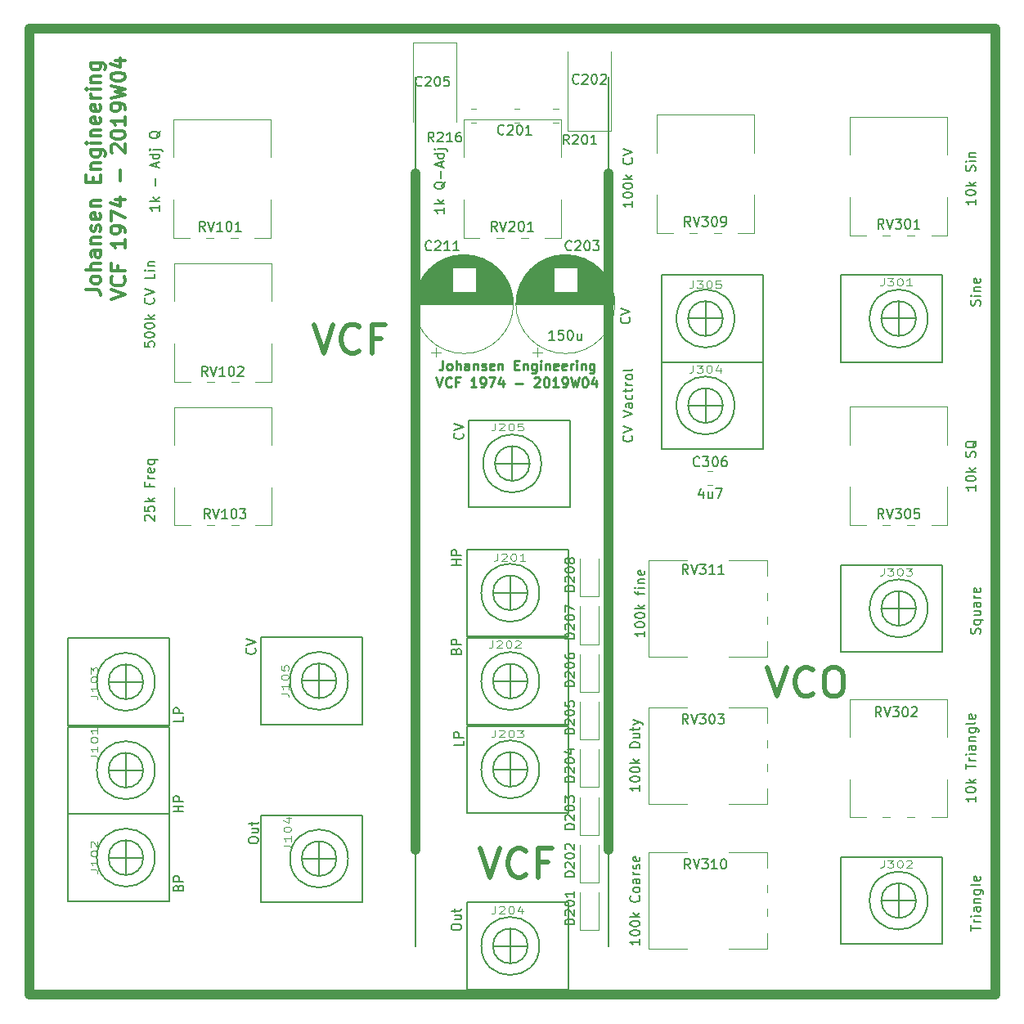
<source format=gbr>
%TF.GenerationSoftware,KiCad,Pcbnew,(5.0.0)*%
%TF.CreationDate,2019-01-26T23:48:39+01:00*%
%TF.ProjectId,Kicad_JE_SteinerVCF,4B696361645F4A455F537465696E6572,Rev A*%
%TF.SameCoordinates,Original*%
%TF.FileFunction,Legend,Top*%
%TF.FilePolarity,Positive*%
%FSLAX46Y46*%
G04 Gerber Fmt 4.6, Leading zero omitted, Abs format (unit mm)*
G04 Created by KiCad (PCBNEW (5.0.0)) date 01/26/19 23:48:39*
%MOMM*%
%LPD*%
G01*
G04 APERTURE LIST*
%ADD10C,0.500000*%
%ADD11C,0.250000*%
%ADD12C,0.300000*%
%ADD13C,0.200000*%
%ADD14C,1.000000*%
%ADD15C,0.120000*%
%ADD16C,0.150000*%
%ADD17C,0.125000*%
G04 APERTURE END LIST*
D10*
X126428571Y-116107142D02*
X127428571Y-119107142D01*
X128428571Y-116107142D01*
X131142857Y-118821428D02*
X131000000Y-118964285D01*
X130571428Y-119107142D01*
X130285714Y-119107142D01*
X129857142Y-118964285D01*
X129571428Y-118678571D01*
X129428571Y-118392857D01*
X129285714Y-117821428D01*
X129285714Y-117392857D01*
X129428571Y-116821428D01*
X129571428Y-116535714D01*
X129857142Y-116250000D01*
X130285714Y-116107142D01*
X130571428Y-116107142D01*
X131000000Y-116250000D01*
X131142857Y-116392857D01*
X133000000Y-116107142D02*
X133571428Y-116107142D01*
X133857142Y-116250000D01*
X134142857Y-116535714D01*
X134285714Y-117107142D01*
X134285714Y-118107142D01*
X134142857Y-118678571D01*
X133857142Y-118964285D01*
X133571428Y-119107142D01*
X133000000Y-119107142D01*
X132714285Y-118964285D01*
X132428571Y-118678571D01*
X132285714Y-118107142D01*
X132285714Y-117107142D01*
X132428571Y-116535714D01*
X132714285Y-116250000D01*
X133000000Y-116107142D01*
X79464285Y-80607142D02*
X80464285Y-83607142D01*
X81464285Y-80607142D01*
X84178571Y-83321428D02*
X84035714Y-83464285D01*
X83607142Y-83607142D01*
X83321428Y-83607142D01*
X82892857Y-83464285D01*
X82607142Y-83178571D01*
X82464285Y-82892857D01*
X82321428Y-82321428D01*
X82321428Y-81892857D01*
X82464285Y-81321428D01*
X82607142Y-81035714D01*
X82892857Y-80750000D01*
X83321428Y-80607142D01*
X83607142Y-80607142D01*
X84035714Y-80750000D01*
X84178571Y-80892857D01*
X86464285Y-82035714D02*
X85464285Y-82035714D01*
X85464285Y-83607142D02*
X85464285Y-80607142D01*
X86892857Y-80607142D01*
X96714285Y-134857142D02*
X97714285Y-137857142D01*
X98714285Y-134857142D01*
X101428571Y-137571428D02*
X101285714Y-137714285D01*
X100857142Y-137857142D01*
X100571428Y-137857142D01*
X100142857Y-137714285D01*
X99857142Y-137428571D01*
X99714285Y-137142857D01*
X99571428Y-136571428D01*
X99571428Y-136142857D01*
X99714285Y-135571428D01*
X99857142Y-135285714D01*
X100142857Y-135000000D01*
X100571428Y-134857142D01*
X100857142Y-134857142D01*
X101285714Y-135000000D01*
X101428571Y-135142857D01*
X103714285Y-136285714D02*
X102714285Y-136285714D01*
X102714285Y-137857142D02*
X102714285Y-134857142D01*
X104142857Y-134857142D01*
D11*
X92809523Y-84327380D02*
X92809523Y-85041666D01*
X92761904Y-85184523D01*
X92666666Y-85279761D01*
X92523809Y-85327380D01*
X92428571Y-85327380D01*
X93428571Y-85327380D02*
X93333333Y-85279761D01*
X93285714Y-85232142D01*
X93238095Y-85136904D01*
X93238095Y-84851190D01*
X93285714Y-84755952D01*
X93333333Y-84708333D01*
X93428571Y-84660714D01*
X93571428Y-84660714D01*
X93666666Y-84708333D01*
X93714285Y-84755952D01*
X93761904Y-84851190D01*
X93761904Y-85136904D01*
X93714285Y-85232142D01*
X93666666Y-85279761D01*
X93571428Y-85327380D01*
X93428571Y-85327380D01*
X94190476Y-85327380D02*
X94190476Y-84327380D01*
X94619047Y-85327380D02*
X94619047Y-84803571D01*
X94571428Y-84708333D01*
X94476190Y-84660714D01*
X94333333Y-84660714D01*
X94238095Y-84708333D01*
X94190476Y-84755952D01*
X95523809Y-85327380D02*
X95523809Y-84803571D01*
X95476190Y-84708333D01*
X95380952Y-84660714D01*
X95190476Y-84660714D01*
X95095238Y-84708333D01*
X95523809Y-85279761D02*
X95428571Y-85327380D01*
X95190476Y-85327380D01*
X95095238Y-85279761D01*
X95047619Y-85184523D01*
X95047619Y-85089285D01*
X95095238Y-84994047D01*
X95190476Y-84946428D01*
X95428571Y-84946428D01*
X95523809Y-84898809D01*
X96000000Y-84660714D02*
X96000000Y-85327380D01*
X96000000Y-84755952D02*
X96047619Y-84708333D01*
X96142857Y-84660714D01*
X96285714Y-84660714D01*
X96380952Y-84708333D01*
X96428571Y-84803571D01*
X96428571Y-85327380D01*
X96857142Y-85279761D02*
X96952380Y-85327380D01*
X97142857Y-85327380D01*
X97238095Y-85279761D01*
X97285714Y-85184523D01*
X97285714Y-85136904D01*
X97238095Y-85041666D01*
X97142857Y-84994047D01*
X97000000Y-84994047D01*
X96904761Y-84946428D01*
X96857142Y-84851190D01*
X96857142Y-84803571D01*
X96904761Y-84708333D01*
X97000000Y-84660714D01*
X97142857Y-84660714D01*
X97238095Y-84708333D01*
X98095238Y-85279761D02*
X98000000Y-85327380D01*
X97809523Y-85327380D01*
X97714285Y-85279761D01*
X97666666Y-85184523D01*
X97666666Y-84803571D01*
X97714285Y-84708333D01*
X97809523Y-84660714D01*
X98000000Y-84660714D01*
X98095238Y-84708333D01*
X98142857Y-84803571D01*
X98142857Y-84898809D01*
X97666666Y-84994047D01*
X98571428Y-84660714D02*
X98571428Y-85327380D01*
X98571428Y-84755952D02*
X98619047Y-84708333D01*
X98714285Y-84660714D01*
X98857142Y-84660714D01*
X98952380Y-84708333D01*
X99000000Y-84803571D01*
X99000000Y-85327380D01*
X100238095Y-84803571D02*
X100571428Y-84803571D01*
X100714285Y-85327380D02*
X100238095Y-85327380D01*
X100238095Y-84327380D01*
X100714285Y-84327380D01*
X101142857Y-84660714D02*
X101142857Y-85327380D01*
X101142857Y-84755952D02*
X101190476Y-84708333D01*
X101285714Y-84660714D01*
X101428571Y-84660714D01*
X101523809Y-84708333D01*
X101571428Y-84803571D01*
X101571428Y-85327380D01*
X102476190Y-84660714D02*
X102476190Y-85470238D01*
X102428571Y-85565476D01*
X102380952Y-85613095D01*
X102285714Y-85660714D01*
X102142857Y-85660714D01*
X102047619Y-85613095D01*
X102476190Y-85279761D02*
X102380952Y-85327380D01*
X102190476Y-85327380D01*
X102095238Y-85279761D01*
X102047619Y-85232142D01*
X102000000Y-85136904D01*
X102000000Y-84851190D01*
X102047619Y-84755952D01*
X102095238Y-84708333D01*
X102190476Y-84660714D01*
X102380952Y-84660714D01*
X102476190Y-84708333D01*
X102952380Y-85327380D02*
X102952380Y-84660714D01*
X102952380Y-84327380D02*
X102904761Y-84375000D01*
X102952380Y-84422619D01*
X103000000Y-84375000D01*
X102952380Y-84327380D01*
X102952380Y-84422619D01*
X103428571Y-84660714D02*
X103428571Y-85327380D01*
X103428571Y-84755952D02*
X103476190Y-84708333D01*
X103571428Y-84660714D01*
X103714285Y-84660714D01*
X103809523Y-84708333D01*
X103857142Y-84803571D01*
X103857142Y-85327380D01*
X104714285Y-85279761D02*
X104619047Y-85327380D01*
X104428571Y-85327380D01*
X104333333Y-85279761D01*
X104285714Y-85184523D01*
X104285714Y-84803571D01*
X104333333Y-84708333D01*
X104428571Y-84660714D01*
X104619047Y-84660714D01*
X104714285Y-84708333D01*
X104761904Y-84803571D01*
X104761904Y-84898809D01*
X104285714Y-84994047D01*
X105571428Y-85279761D02*
X105476190Y-85327380D01*
X105285714Y-85327380D01*
X105190476Y-85279761D01*
X105142857Y-85184523D01*
X105142857Y-84803571D01*
X105190476Y-84708333D01*
X105285714Y-84660714D01*
X105476190Y-84660714D01*
X105571428Y-84708333D01*
X105619047Y-84803571D01*
X105619047Y-84898809D01*
X105142857Y-84994047D01*
X106047619Y-85327380D02*
X106047619Y-84660714D01*
X106047619Y-84851190D02*
X106095238Y-84755952D01*
X106142857Y-84708333D01*
X106238095Y-84660714D01*
X106333333Y-84660714D01*
X106666666Y-85327380D02*
X106666666Y-84660714D01*
X106666666Y-84327380D02*
X106619047Y-84375000D01*
X106666666Y-84422619D01*
X106714285Y-84375000D01*
X106666666Y-84327380D01*
X106666666Y-84422619D01*
X107142857Y-84660714D02*
X107142857Y-85327380D01*
X107142857Y-84755952D02*
X107190476Y-84708333D01*
X107285714Y-84660714D01*
X107428571Y-84660714D01*
X107523809Y-84708333D01*
X107571428Y-84803571D01*
X107571428Y-85327380D01*
X108476190Y-84660714D02*
X108476190Y-85470238D01*
X108428571Y-85565476D01*
X108380952Y-85613095D01*
X108285714Y-85660714D01*
X108142857Y-85660714D01*
X108047619Y-85613095D01*
X108476190Y-85279761D02*
X108380952Y-85327380D01*
X108190476Y-85327380D01*
X108095238Y-85279761D01*
X108047619Y-85232142D01*
X108000000Y-85136904D01*
X108000000Y-84851190D01*
X108047619Y-84755952D01*
X108095238Y-84708333D01*
X108190476Y-84660714D01*
X108380952Y-84660714D01*
X108476190Y-84708333D01*
X92142857Y-86077380D02*
X92476190Y-87077380D01*
X92809523Y-86077380D01*
X93714285Y-86982142D02*
X93666666Y-87029761D01*
X93523809Y-87077380D01*
X93428571Y-87077380D01*
X93285714Y-87029761D01*
X93190476Y-86934523D01*
X93142857Y-86839285D01*
X93095238Y-86648809D01*
X93095238Y-86505952D01*
X93142857Y-86315476D01*
X93190476Y-86220238D01*
X93285714Y-86125000D01*
X93428571Y-86077380D01*
X93523809Y-86077380D01*
X93666666Y-86125000D01*
X93714285Y-86172619D01*
X94476190Y-86553571D02*
X94142857Y-86553571D01*
X94142857Y-87077380D02*
X94142857Y-86077380D01*
X94619047Y-86077380D01*
X96285714Y-87077380D02*
X95714285Y-87077380D01*
X96000000Y-87077380D02*
X96000000Y-86077380D01*
X95904761Y-86220238D01*
X95809523Y-86315476D01*
X95714285Y-86363095D01*
X96761904Y-87077380D02*
X96952380Y-87077380D01*
X97047619Y-87029761D01*
X97095238Y-86982142D01*
X97190476Y-86839285D01*
X97238095Y-86648809D01*
X97238095Y-86267857D01*
X97190476Y-86172619D01*
X97142857Y-86125000D01*
X97047619Y-86077380D01*
X96857142Y-86077380D01*
X96761904Y-86125000D01*
X96714285Y-86172619D01*
X96666666Y-86267857D01*
X96666666Y-86505952D01*
X96714285Y-86601190D01*
X96761904Y-86648809D01*
X96857142Y-86696428D01*
X97047619Y-86696428D01*
X97142857Y-86648809D01*
X97190476Y-86601190D01*
X97238095Y-86505952D01*
X97571428Y-86077380D02*
X98238095Y-86077380D01*
X97809523Y-87077380D01*
X99047619Y-86410714D02*
X99047619Y-87077380D01*
X98809523Y-86029761D02*
X98571428Y-86744047D01*
X99190476Y-86744047D01*
X100333333Y-86696428D02*
X101095238Y-86696428D01*
X102285714Y-86172619D02*
X102333333Y-86125000D01*
X102428571Y-86077380D01*
X102666666Y-86077380D01*
X102761904Y-86125000D01*
X102809523Y-86172619D01*
X102857142Y-86267857D01*
X102857142Y-86363095D01*
X102809523Y-86505952D01*
X102238095Y-87077380D01*
X102857142Y-87077380D01*
X103476190Y-86077380D02*
X103571428Y-86077380D01*
X103666666Y-86125000D01*
X103714285Y-86172619D01*
X103761904Y-86267857D01*
X103809523Y-86458333D01*
X103809523Y-86696428D01*
X103761904Y-86886904D01*
X103714285Y-86982142D01*
X103666666Y-87029761D01*
X103571428Y-87077380D01*
X103476190Y-87077380D01*
X103380952Y-87029761D01*
X103333333Y-86982142D01*
X103285714Y-86886904D01*
X103238095Y-86696428D01*
X103238095Y-86458333D01*
X103285714Y-86267857D01*
X103333333Y-86172619D01*
X103380952Y-86125000D01*
X103476190Y-86077380D01*
X104761904Y-87077380D02*
X104190476Y-87077380D01*
X104476190Y-87077380D02*
X104476190Y-86077380D01*
X104380952Y-86220238D01*
X104285714Y-86315476D01*
X104190476Y-86363095D01*
X105238095Y-87077380D02*
X105428571Y-87077380D01*
X105523809Y-87029761D01*
X105571428Y-86982142D01*
X105666666Y-86839285D01*
X105714285Y-86648809D01*
X105714285Y-86267857D01*
X105666666Y-86172619D01*
X105619047Y-86125000D01*
X105523809Y-86077380D01*
X105333333Y-86077380D01*
X105238095Y-86125000D01*
X105190476Y-86172619D01*
X105142857Y-86267857D01*
X105142857Y-86505952D01*
X105190476Y-86601190D01*
X105238095Y-86648809D01*
X105333333Y-86696428D01*
X105523809Y-86696428D01*
X105619047Y-86648809D01*
X105666666Y-86601190D01*
X105714285Y-86505952D01*
X106047619Y-86077380D02*
X106285714Y-87077380D01*
X106476190Y-86363095D01*
X106666666Y-87077380D01*
X106904761Y-86077380D01*
X107476190Y-86077380D02*
X107571428Y-86077380D01*
X107666666Y-86125000D01*
X107714285Y-86172619D01*
X107761904Y-86267857D01*
X107809523Y-86458333D01*
X107809523Y-86696428D01*
X107761904Y-86886904D01*
X107714285Y-86982142D01*
X107666666Y-87029761D01*
X107571428Y-87077380D01*
X107476190Y-87077380D01*
X107380952Y-87029761D01*
X107333333Y-86982142D01*
X107285714Y-86886904D01*
X107238095Y-86696428D01*
X107238095Y-86458333D01*
X107285714Y-86267857D01*
X107333333Y-86172619D01*
X107380952Y-86125000D01*
X107476190Y-86077380D01*
X108666666Y-86410714D02*
X108666666Y-87077380D01*
X108428571Y-86029761D02*
X108190476Y-86744047D01*
X108809523Y-86744047D01*
D12*
X55903571Y-77035714D02*
X56975000Y-77035714D01*
X57189285Y-77107142D01*
X57332142Y-77250000D01*
X57403571Y-77464285D01*
X57403571Y-77607142D01*
X57403571Y-76107142D02*
X57332142Y-76250000D01*
X57260714Y-76321428D01*
X57117857Y-76392857D01*
X56689285Y-76392857D01*
X56546428Y-76321428D01*
X56475000Y-76250000D01*
X56403571Y-76107142D01*
X56403571Y-75892857D01*
X56475000Y-75750000D01*
X56546428Y-75678571D01*
X56689285Y-75607142D01*
X57117857Y-75607142D01*
X57260714Y-75678571D01*
X57332142Y-75750000D01*
X57403571Y-75892857D01*
X57403571Y-76107142D01*
X57403571Y-74964285D02*
X55903571Y-74964285D01*
X57403571Y-74321428D02*
X56617857Y-74321428D01*
X56475000Y-74392857D01*
X56403571Y-74535714D01*
X56403571Y-74750000D01*
X56475000Y-74892857D01*
X56546428Y-74964285D01*
X57403571Y-72964285D02*
X56617857Y-72964285D01*
X56475000Y-73035714D01*
X56403571Y-73178571D01*
X56403571Y-73464285D01*
X56475000Y-73607142D01*
X57332142Y-72964285D02*
X57403571Y-73107142D01*
X57403571Y-73464285D01*
X57332142Y-73607142D01*
X57189285Y-73678571D01*
X57046428Y-73678571D01*
X56903571Y-73607142D01*
X56832142Y-73464285D01*
X56832142Y-73107142D01*
X56760714Y-72964285D01*
X56403571Y-72250000D02*
X57403571Y-72250000D01*
X56546428Y-72250000D02*
X56475000Y-72178571D01*
X56403571Y-72035714D01*
X56403571Y-71821428D01*
X56475000Y-71678571D01*
X56617857Y-71607142D01*
X57403571Y-71607142D01*
X57332142Y-70964285D02*
X57403571Y-70821428D01*
X57403571Y-70535714D01*
X57332142Y-70392857D01*
X57189285Y-70321428D01*
X57117857Y-70321428D01*
X56975000Y-70392857D01*
X56903571Y-70535714D01*
X56903571Y-70750000D01*
X56832142Y-70892857D01*
X56689285Y-70964285D01*
X56617857Y-70964285D01*
X56475000Y-70892857D01*
X56403571Y-70750000D01*
X56403571Y-70535714D01*
X56475000Y-70392857D01*
X57332142Y-69107142D02*
X57403571Y-69250000D01*
X57403571Y-69535714D01*
X57332142Y-69678571D01*
X57189285Y-69750000D01*
X56617857Y-69750000D01*
X56475000Y-69678571D01*
X56403571Y-69535714D01*
X56403571Y-69250000D01*
X56475000Y-69107142D01*
X56617857Y-69035714D01*
X56760714Y-69035714D01*
X56903571Y-69750000D01*
X56403571Y-68392857D02*
X57403571Y-68392857D01*
X56546428Y-68392857D02*
X56475000Y-68321428D01*
X56403571Y-68178571D01*
X56403571Y-67964285D01*
X56475000Y-67821428D01*
X56617857Y-67750000D01*
X57403571Y-67750000D01*
X56617857Y-65892857D02*
X56617857Y-65392857D01*
X57403571Y-65178571D02*
X57403571Y-65892857D01*
X55903571Y-65892857D01*
X55903571Y-65178571D01*
X56403571Y-64535714D02*
X57403571Y-64535714D01*
X56546428Y-64535714D02*
X56475000Y-64464285D01*
X56403571Y-64321428D01*
X56403571Y-64107142D01*
X56475000Y-63964285D01*
X56617857Y-63892857D01*
X57403571Y-63892857D01*
X56403571Y-62535714D02*
X57617857Y-62535714D01*
X57760714Y-62607142D01*
X57832142Y-62678571D01*
X57903571Y-62821428D01*
X57903571Y-63035714D01*
X57832142Y-63178571D01*
X57332142Y-62535714D02*
X57403571Y-62678571D01*
X57403571Y-62964285D01*
X57332142Y-63107142D01*
X57260714Y-63178571D01*
X57117857Y-63250000D01*
X56689285Y-63250000D01*
X56546428Y-63178571D01*
X56475000Y-63107142D01*
X56403571Y-62964285D01*
X56403571Y-62678571D01*
X56475000Y-62535714D01*
X57403571Y-61821428D02*
X56403571Y-61821428D01*
X55903571Y-61821428D02*
X55975000Y-61892857D01*
X56046428Y-61821428D01*
X55975000Y-61750000D01*
X55903571Y-61821428D01*
X56046428Y-61821428D01*
X56403571Y-61107142D02*
X57403571Y-61107142D01*
X56546428Y-61107142D02*
X56475000Y-61035714D01*
X56403571Y-60892857D01*
X56403571Y-60678571D01*
X56475000Y-60535714D01*
X56617857Y-60464285D01*
X57403571Y-60464285D01*
X57332142Y-59178571D02*
X57403571Y-59321428D01*
X57403571Y-59607142D01*
X57332142Y-59750000D01*
X57189285Y-59821428D01*
X56617857Y-59821428D01*
X56475000Y-59750000D01*
X56403571Y-59607142D01*
X56403571Y-59321428D01*
X56475000Y-59178571D01*
X56617857Y-59107142D01*
X56760714Y-59107142D01*
X56903571Y-59821428D01*
X57332142Y-57892857D02*
X57403571Y-58035714D01*
X57403571Y-58321428D01*
X57332142Y-58464285D01*
X57189285Y-58535714D01*
X56617857Y-58535714D01*
X56475000Y-58464285D01*
X56403571Y-58321428D01*
X56403571Y-58035714D01*
X56475000Y-57892857D01*
X56617857Y-57821428D01*
X56760714Y-57821428D01*
X56903571Y-58535714D01*
X57403571Y-57178571D02*
X56403571Y-57178571D01*
X56689285Y-57178571D02*
X56546428Y-57107142D01*
X56475000Y-57035714D01*
X56403571Y-56892857D01*
X56403571Y-56749999D01*
X57403571Y-56249999D02*
X56403571Y-56249999D01*
X55903571Y-56249999D02*
X55975000Y-56321428D01*
X56046428Y-56249999D01*
X55975000Y-56178571D01*
X55903571Y-56249999D01*
X56046428Y-56249999D01*
X56403571Y-55535714D02*
X57403571Y-55535714D01*
X56546428Y-55535714D02*
X56475000Y-55464285D01*
X56403571Y-55321428D01*
X56403571Y-55107142D01*
X56475000Y-54964285D01*
X56617857Y-54892857D01*
X57403571Y-54892857D01*
X56403571Y-53535714D02*
X57617857Y-53535714D01*
X57760714Y-53607142D01*
X57832142Y-53678571D01*
X57903571Y-53821428D01*
X57903571Y-54035714D01*
X57832142Y-54178571D01*
X57332142Y-53535714D02*
X57403571Y-53678571D01*
X57403571Y-53964285D01*
X57332142Y-54107142D01*
X57260714Y-54178571D01*
X57117857Y-54250000D01*
X56689285Y-54250000D01*
X56546428Y-54178571D01*
X56475000Y-54107142D01*
X56403571Y-53964285D01*
X56403571Y-53678571D01*
X56475000Y-53535714D01*
X58453571Y-78035714D02*
X59953571Y-77535714D01*
X58453571Y-77035714D01*
X59810714Y-75678571D02*
X59882142Y-75750000D01*
X59953571Y-75964285D01*
X59953571Y-76107142D01*
X59882142Y-76321428D01*
X59739285Y-76464285D01*
X59596428Y-76535714D01*
X59310714Y-76607142D01*
X59096428Y-76607142D01*
X58810714Y-76535714D01*
X58667857Y-76464285D01*
X58525000Y-76321428D01*
X58453571Y-76107142D01*
X58453571Y-75964285D01*
X58525000Y-75750000D01*
X58596428Y-75678571D01*
X59167857Y-74535714D02*
X59167857Y-75035714D01*
X59953571Y-75035714D02*
X58453571Y-75035714D01*
X58453571Y-74321428D01*
X59953571Y-71821428D02*
X59953571Y-72678571D01*
X59953571Y-72250000D02*
X58453571Y-72250000D01*
X58667857Y-72392857D01*
X58810714Y-72535714D01*
X58882142Y-72678571D01*
X59953571Y-71107142D02*
X59953571Y-70821428D01*
X59882142Y-70678571D01*
X59810714Y-70607142D01*
X59596428Y-70464285D01*
X59310714Y-70392857D01*
X58739285Y-70392857D01*
X58596428Y-70464285D01*
X58525000Y-70535714D01*
X58453571Y-70678571D01*
X58453571Y-70964285D01*
X58525000Y-71107142D01*
X58596428Y-71178571D01*
X58739285Y-71250000D01*
X59096428Y-71250000D01*
X59239285Y-71178571D01*
X59310714Y-71107142D01*
X59382142Y-70964285D01*
X59382142Y-70678571D01*
X59310714Y-70535714D01*
X59239285Y-70464285D01*
X59096428Y-70392857D01*
X58453571Y-69892857D02*
X58453571Y-68892857D01*
X59953571Y-69535714D01*
X58953571Y-67678571D02*
X59953571Y-67678571D01*
X58382142Y-68035714D02*
X59453571Y-68392857D01*
X59453571Y-67464285D01*
X59382142Y-65750000D02*
X59382142Y-64607142D01*
X58596428Y-62821428D02*
X58525000Y-62750000D01*
X58453571Y-62607142D01*
X58453571Y-62250000D01*
X58525000Y-62107142D01*
X58596428Y-62035714D01*
X58739285Y-61964285D01*
X58882142Y-61964285D01*
X59096428Y-62035714D01*
X59953571Y-62892857D01*
X59953571Y-61964285D01*
X58453571Y-61035714D02*
X58453571Y-60892857D01*
X58525000Y-60750000D01*
X58596428Y-60678571D01*
X58739285Y-60607142D01*
X59025000Y-60535714D01*
X59382142Y-60535714D01*
X59667857Y-60607142D01*
X59810714Y-60678571D01*
X59882142Y-60750000D01*
X59953571Y-60892857D01*
X59953571Y-61035714D01*
X59882142Y-61178571D01*
X59810714Y-61250000D01*
X59667857Y-61321428D01*
X59382142Y-61392857D01*
X59025000Y-61392857D01*
X58739285Y-61321428D01*
X58596428Y-61250000D01*
X58525000Y-61178571D01*
X58453571Y-61035714D01*
X59953571Y-59107142D02*
X59953571Y-59964285D01*
X59953571Y-59535714D02*
X58453571Y-59535714D01*
X58667857Y-59678571D01*
X58810714Y-59821428D01*
X58882142Y-59964285D01*
X59953571Y-58392857D02*
X59953571Y-58107142D01*
X59882142Y-57964285D01*
X59810714Y-57892857D01*
X59596428Y-57750000D01*
X59310714Y-57678571D01*
X58739285Y-57678571D01*
X58596428Y-57750000D01*
X58525000Y-57821428D01*
X58453571Y-57964285D01*
X58453571Y-58250000D01*
X58525000Y-58392857D01*
X58596428Y-58464285D01*
X58739285Y-58535714D01*
X59096428Y-58535714D01*
X59239285Y-58464285D01*
X59310714Y-58392857D01*
X59382142Y-58250000D01*
X59382142Y-57964285D01*
X59310714Y-57821428D01*
X59239285Y-57750000D01*
X59096428Y-57678571D01*
X58453571Y-57178571D02*
X59953571Y-56821428D01*
X58882142Y-56535714D01*
X59953571Y-56250000D01*
X58453571Y-55892857D01*
X58453571Y-55035714D02*
X58453571Y-54892857D01*
X58525000Y-54750000D01*
X58596428Y-54678571D01*
X58739285Y-54607142D01*
X59025000Y-54535714D01*
X59382142Y-54535714D01*
X59667857Y-54607142D01*
X59810714Y-54678571D01*
X59882142Y-54750000D01*
X59953571Y-54892857D01*
X59953571Y-55035714D01*
X59882142Y-55178571D01*
X59810714Y-55250000D01*
X59667857Y-55321428D01*
X59382142Y-55392857D01*
X59025000Y-55392857D01*
X58739285Y-55321428D01*
X58596428Y-55250000D01*
X58525000Y-55178571D01*
X58453571Y-55035714D01*
X58953571Y-53250000D02*
X59953571Y-53250000D01*
X58382142Y-53607142D02*
X59453571Y-53964285D01*
X59453571Y-53035714D01*
D13*
X90000000Y-145000000D02*
X90000000Y-55000000D01*
X110000000Y-145000000D02*
X110000000Y-55000000D01*
D14*
X110000000Y-135000000D02*
X110000000Y-65000000D01*
X110000000Y-65000000D02*
X110000000Y-135000000D01*
X90000000Y-135000000D02*
X90000000Y-65000000D01*
X90000000Y-65000000D02*
X90000000Y-135000000D01*
X150000000Y-50000000D02*
X50000000Y-50000000D01*
X150000000Y-150000000D02*
X150000000Y-50000000D01*
X50000000Y-150000000D02*
X150000000Y-150000000D01*
X50000000Y-50000000D02*
X50000000Y-150000000D01*
D15*
X106986181Y-143295825D02*
X108986181Y-143295825D01*
X108986181Y-143295825D02*
X108986181Y-139395825D01*
X106986181Y-143295825D02*
X106986181Y-139395825D01*
X106986181Y-138363441D02*
X106986181Y-134463441D01*
X108986181Y-138363441D02*
X108986181Y-134463441D01*
X106986181Y-138363441D02*
X108986181Y-138363441D01*
X106986181Y-133431057D02*
X108986181Y-133431057D01*
X108986181Y-133431057D02*
X108986181Y-129531057D01*
X106986181Y-133431057D02*
X106986181Y-129531057D01*
X106986181Y-128498673D02*
X106986181Y-124598673D01*
X108986181Y-128498673D02*
X108986181Y-124598673D01*
X106986181Y-128498673D02*
X108986181Y-128498673D01*
X106986181Y-123566289D02*
X108986181Y-123566289D01*
X108986181Y-123566289D02*
X108986181Y-119666289D01*
X106986181Y-123566289D02*
X106986181Y-119666289D01*
X106986181Y-118633905D02*
X106986181Y-114733905D01*
X108986181Y-118633905D02*
X108986181Y-114733905D01*
X106986181Y-118633905D02*
X108986181Y-118633905D01*
X106986181Y-113701521D02*
X108986181Y-113701521D01*
X108986181Y-113701521D02*
X108986181Y-109801521D01*
X106986181Y-113701521D02*
X106986181Y-109801521D01*
X106986181Y-108769137D02*
X106986181Y-104869137D01*
X108986181Y-108769137D02*
X108986181Y-104869137D01*
X106986181Y-108769137D02*
X108986181Y-108769137D01*
D16*
X61800000Y-126750000D02*
G75*
G03X61800000Y-126750000I-1800000J0D01*
G01*
X63006659Y-126750000D02*
G75*
G03X63006659Y-126750000I-3006659J0D01*
G01*
X54000000Y-131250000D02*
X64500000Y-131250000D01*
X54000000Y-122250000D02*
X54000000Y-131250000D01*
X64500000Y-122250000D02*
X54000000Y-122250000D01*
X64500000Y-131250000D02*
X64500000Y-122250000D01*
X58200000Y-126750000D02*
X61800000Y-126750000D01*
X60000000Y-124950000D02*
X60000000Y-128550000D01*
X60000000Y-134000000D02*
X60000000Y-137600000D01*
X58200000Y-135800000D02*
X61800000Y-135800000D01*
X64500000Y-140300000D02*
X64500000Y-131300000D01*
X64500000Y-131300000D02*
X54000000Y-131300000D01*
X54000000Y-131300000D02*
X54000000Y-140300000D01*
X54000000Y-140300000D02*
X64500000Y-140300000D01*
X63006659Y-135800000D02*
G75*
G03X63006659Y-135800000I-3006659J0D01*
G01*
X61800000Y-135800000D02*
G75*
G03X61800000Y-135800000I-1800000J0D01*
G01*
X60000000Y-115800000D02*
X60000000Y-119400000D01*
X58200000Y-117600000D02*
X61800000Y-117600000D01*
X64500000Y-122100000D02*
X64500000Y-113100000D01*
X64500000Y-113100000D02*
X54000000Y-113100000D01*
X54000000Y-113100000D02*
X54000000Y-122100000D01*
X54000000Y-122100000D02*
X64500000Y-122100000D01*
X63006659Y-117600000D02*
G75*
G03X63006659Y-117600000I-3006659J0D01*
G01*
X61800000Y-117600000D02*
G75*
G03X61800000Y-117600000I-1800000J0D01*
G01*
X80000000Y-134100000D02*
X80000000Y-137700000D01*
X78200000Y-135900000D02*
X81800000Y-135900000D01*
X84500000Y-140400000D02*
X84500000Y-131400000D01*
X84500000Y-131400000D02*
X74000000Y-131400000D01*
X74000000Y-131400000D02*
X74000000Y-140400000D01*
X74000000Y-140400000D02*
X84500000Y-140400000D01*
X83006659Y-135900000D02*
G75*
G03X83006659Y-135900000I-3006659J0D01*
G01*
X81800000Y-135900000D02*
G75*
G03X81800000Y-135900000I-1800000J0D01*
G01*
X81800000Y-117500000D02*
G75*
G03X81800000Y-117500000I-1800000J0D01*
G01*
X83006659Y-117500000D02*
G75*
G03X83006659Y-117500000I-3006659J0D01*
G01*
X74000000Y-122000000D02*
X84500000Y-122000000D01*
X74000000Y-113000000D02*
X74000000Y-122000000D01*
X84500000Y-113000000D02*
X74000000Y-113000000D01*
X84500000Y-122000000D02*
X84500000Y-113000000D01*
X78200000Y-117500000D02*
X81800000Y-117500000D01*
X80000000Y-115700000D02*
X80000000Y-119300000D01*
X101600341Y-108385056D02*
G75*
G03X101600341Y-108385056I-1800000J0D01*
G01*
X102807000Y-108385056D02*
G75*
G03X102807000Y-108385056I-3006659J0D01*
G01*
X105800341Y-103885056D02*
X95300341Y-103885056D01*
X105800341Y-112885056D02*
X105800341Y-103885056D01*
X95300341Y-112885056D02*
X105800341Y-112885056D01*
X95300341Y-103885056D02*
X95300341Y-112885056D01*
X101600341Y-108385056D02*
X98000341Y-108385056D01*
X99800341Y-110185056D02*
X99800341Y-106585056D01*
X99800341Y-119325797D02*
X99800341Y-115725797D01*
X101600341Y-117525797D02*
X98000341Y-117525797D01*
X95300341Y-113025797D02*
X95300341Y-122025797D01*
X95300341Y-122025797D02*
X105800341Y-122025797D01*
X105800341Y-122025797D02*
X105800341Y-113025797D01*
X105800341Y-113025797D02*
X95300341Y-113025797D01*
X102807000Y-117525797D02*
G75*
G03X102807000Y-117525797I-3006659J0D01*
G01*
X101600341Y-117525797D02*
G75*
G03X101600341Y-117525797I-1800000J0D01*
G01*
X101600341Y-126666538D02*
G75*
G03X101600341Y-126666538I-1800000J0D01*
G01*
X102807000Y-126666538D02*
G75*
G03X102807000Y-126666538I-3006659J0D01*
G01*
X105800341Y-122166538D02*
X95300341Y-122166538D01*
X105800341Y-131166538D02*
X105800341Y-122166538D01*
X95300341Y-131166538D02*
X105800341Y-131166538D01*
X95300341Y-122166538D02*
X95300341Y-131166538D01*
X101600341Y-126666538D02*
X98000341Y-126666538D01*
X99800341Y-128466538D02*
X99800341Y-124866538D01*
X99800341Y-146748020D02*
X99800341Y-143148020D01*
X101600341Y-144948020D02*
X98000341Y-144948020D01*
X95300341Y-140448020D02*
X95300341Y-149448020D01*
X95300341Y-149448020D02*
X105800341Y-149448020D01*
X105800341Y-149448020D02*
X105800341Y-140448020D01*
X105800341Y-140448020D02*
X95300341Y-140448020D01*
X102807000Y-144948020D02*
G75*
G03X102807000Y-144948020I-3006659J0D01*
G01*
X101600341Y-144948020D02*
G75*
G03X101600341Y-144948020I-1800000J0D01*
G01*
X101800000Y-95000000D02*
G75*
G03X101800000Y-95000000I-1800000J0D01*
G01*
X103006659Y-95000000D02*
G75*
G03X103006659Y-95000000I-3006659J0D01*
G01*
X106000000Y-90500000D02*
X95500000Y-90500000D01*
X106000000Y-99500000D02*
X106000000Y-90500000D01*
X95500000Y-99500000D02*
X106000000Y-99500000D01*
X95500000Y-90500000D02*
X95500000Y-99500000D01*
X101800000Y-95000000D02*
X98200000Y-95000000D01*
X100000000Y-96800000D02*
X100000000Y-93200000D01*
D15*
X104761252Y-58290000D02*
X104238748Y-58290000D01*
X104761252Y-59710000D02*
X104238748Y-59710000D01*
X95738748Y-59710000D02*
X96261252Y-59710000D01*
X95738748Y-58290000D02*
X96261252Y-58290000D01*
X64929000Y-59380000D02*
X74970000Y-59380000D01*
X73320000Y-71620000D02*
X74970000Y-71620000D01*
X70821000Y-71620000D02*
X71580000Y-71620000D01*
X68321000Y-71620000D02*
X69080000Y-71620000D01*
X64929000Y-71620000D02*
X66579000Y-71620000D01*
X74970000Y-63316000D02*
X74970000Y-59380000D01*
X74970000Y-71620000D02*
X74970000Y-67683000D01*
X64929000Y-63316000D02*
X64929000Y-59380000D01*
X64929000Y-71620000D02*
X64929000Y-67683000D01*
X65029000Y-86520000D02*
X65029000Y-82583000D01*
X65029000Y-78216000D02*
X65029000Y-74280000D01*
X75070000Y-86520000D02*
X75070000Y-82583000D01*
X75070000Y-78216000D02*
X75070000Y-74280000D01*
X65029000Y-86520000D02*
X66679000Y-86520000D01*
X68421000Y-86520000D02*
X69180000Y-86520000D01*
X70921000Y-86520000D02*
X71680000Y-86520000D01*
X73420000Y-86520000D02*
X75070000Y-86520000D01*
X65029000Y-74280000D02*
X75070000Y-74280000D01*
X65029000Y-89180000D02*
X75070000Y-89180000D01*
X73420000Y-101420000D02*
X75070000Y-101420000D01*
X70921000Y-101420000D02*
X71680000Y-101420000D01*
X68421000Y-101420000D02*
X69180000Y-101420000D01*
X65029000Y-101420000D02*
X66679000Y-101420000D01*
X75070000Y-93116000D02*
X75070000Y-89180000D01*
X75070000Y-101420000D02*
X75070000Y-97483000D01*
X65029000Y-93116000D02*
X65029000Y-89180000D01*
X65029000Y-101420000D02*
X65029000Y-97483000D01*
X94979000Y-59380000D02*
X105020000Y-59380000D01*
X103370000Y-71620000D02*
X105020000Y-71620000D01*
X100871000Y-71620000D02*
X101630000Y-71620000D01*
X98371000Y-71620000D02*
X99130000Y-71620000D01*
X94979000Y-71620000D02*
X96629000Y-71620000D01*
X105020000Y-63316000D02*
X105020000Y-59380000D01*
X105020000Y-71620000D02*
X105020000Y-67683000D01*
X94979000Y-63316000D02*
X94979000Y-59380000D01*
X94979000Y-71620000D02*
X94979000Y-67683000D01*
X100761252Y-59710000D02*
X100238748Y-59710000D01*
X100761252Y-58290000D02*
X100238748Y-58290000D01*
X105740000Y-52350000D02*
X105740000Y-60585000D01*
X105740000Y-60585000D02*
X110260000Y-60585000D01*
X110260000Y-60585000D02*
X110260000Y-52350000D01*
X89740000Y-51415000D02*
X89740000Y-59650000D01*
X94260000Y-51415000D02*
X89740000Y-51415000D01*
X94260000Y-59650000D02*
X94260000Y-51415000D01*
X102125000Y-83479646D02*
X103125000Y-83479646D01*
X102625000Y-83979646D02*
X102625000Y-82979646D01*
X104901000Y-73419000D02*
X106099000Y-73419000D01*
X104638000Y-73459000D02*
X106362000Y-73459000D01*
X104438000Y-73499000D02*
X106562000Y-73499000D01*
X104270000Y-73539000D02*
X106730000Y-73539000D01*
X104122000Y-73579000D02*
X106878000Y-73579000D01*
X103990000Y-73619000D02*
X107010000Y-73619000D01*
X103870000Y-73659000D02*
X107130000Y-73659000D01*
X103758000Y-73699000D02*
X107242000Y-73699000D01*
X103654000Y-73739000D02*
X107346000Y-73739000D01*
X103556000Y-73779000D02*
X107444000Y-73779000D01*
X103463000Y-73819000D02*
X107537000Y-73819000D01*
X103375000Y-73859000D02*
X107625000Y-73859000D01*
X103291000Y-73899000D02*
X107709000Y-73899000D01*
X103211000Y-73939000D02*
X107789000Y-73939000D01*
X103135000Y-73979000D02*
X107865000Y-73979000D01*
X103061000Y-74019000D02*
X107939000Y-74019000D01*
X102990000Y-74059000D02*
X108010000Y-74059000D01*
X102921000Y-74099000D02*
X108079000Y-74099000D01*
X102855000Y-74139000D02*
X108145000Y-74139000D01*
X102791000Y-74179000D02*
X108209000Y-74179000D01*
X102730000Y-74219000D02*
X108270000Y-74219000D01*
X102670000Y-74259000D02*
X108330000Y-74259000D01*
X102611000Y-74299000D02*
X108389000Y-74299000D01*
X102555000Y-74339000D02*
X108445000Y-74339000D01*
X102500000Y-74379000D02*
X108500000Y-74379000D01*
X102446000Y-74419000D02*
X108554000Y-74419000D01*
X102394000Y-74459000D02*
X108606000Y-74459000D01*
X102344000Y-74499000D02*
X108656000Y-74499000D01*
X102294000Y-74539000D02*
X108706000Y-74539000D01*
X102246000Y-74579000D02*
X108754000Y-74579000D01*
X102199000Y-74619000D02*
X108801000Y-74619000D01*
X102153000Y-74659000D02*
X108847000Y-74659000D01*
X102108000Y-74699000D02*
X108892000Y-74699000D01*
X102064000Y-74739000D02*
X108936000Y-74739000D01*
X106741000Y-74779000D02*
X108978000Y-74779000D01*
X102022000Y-74779000D02*
X104259000Y-74779000D01*
X106741000Y-74819000D02*
X109020000Y-74819000D01*
X101980000Y-74819000D02*
X104259000Y-74819000D01*
X106741000Y-74859000D02*
X109061000Y-74859000D01*
X101939000Y-74859000D02*
X104259000Y-74859000D01*
X106741000Y-74899000D02*
X109101000Y-74899000D01*
X101899000Y-74899000D02*
X104259000Y-74899000D01*
X106741000Y-74939000D02*
X109140000Y-74939000D01*
X101860000Y-74939000D02*
X104259000Y-74939000D01*
X106741000Y-74979000D02*
X109179000Y-74979000D01*
X101821000Y-74979000D02*
X104259000Y-74979000D01*
X106741000Y-75019000D02*
X109216000Y-75019000D01*
X101784000Y-75019000D02*
X104259000Y-75019000D01*
X106741000Y-75059000D02*
X109253000Y-75059000D01*
X101747000Y-75059000D02*
X104259000Y-75059000D01*
X106741000Y-75099000D02*
X109289000Y-75099000D01*
X101711000Y-75099000D02*
X104259000Y-75099000D01*
X106741000Y-75139000D02*
X109324000Y-75139000D01*
X101676000Y-75139000D02*
X104259000Y-75139000D01*
X106741000Y-75179000D02*
X109358000Y-75179000D01*
X101642000Y-75179000D02*
X104259000Y-75179000D01*
X106741000Y-75219000D02*
X109392000Y-75219000D01*
X101608000Y-75219000D02*
X104259000Y-75219000D01*
X106741000Y-75259000D02*
X109425000Y-75259000D01*
X101575000Y-75259000D02*
X104259000Y-75259000D01*
X106741000Y-75299000D02*
X109457000Y-75299000D01*
X101543000Y-75299000D02*
X104259000Y-75299000D01*
X106741000Y-75339000D02*
X109489000Y-75339000D01*
X101511000Y-75339000D02*
X104259000Y-75339000D01*
X106741000Y-75379000D02*
X109520000Y-75379000D01*
X101480000Y-75379000D02*
X104259000Y-75379000D01*
X106741000Y-75419000D02*
X109550000Y-75419000D01*
X101450000Y-75419000D02*
X104259000Y-75419000D01*
X106741000Y-75459000D02*
X109580000Y-75459000D01*
X101420000Y-75459000D02*
X104259000Y-75459000D01*
X106741000Y-75499000D02*
X109610000Y-75499000D01*
X101390000Y-75499000D02*
X104259000Y-75499000D01*
X106741000Y-75539000D02*
X109638000Y-75539000D01*
X101362000Y-75539000D02*
X104259000Y-75539000D01*
X106741000Y-75579000D02*
X109666000Y-75579000D01*
X101334000Y-75579000D02*
X104259000Y-75579000D01*
X106741000Y-75619000D02*
X109694000Y-75619000D01*
X101306000Y-75619000D02*
X104259000Y-75619000D01*
X106741000Y-75659000D02*
X109721000Y-75659000D01*
X101279000Y-75659000D02*
X104259000Y-75659000D01*
X106741000Y-75699000D02*
X109747000Y-75699000D01*
X101253000Y-75699000D02*
X104259000Y-75699000D01*
X106741000Y-75739000D02*
X109773000Y-75739000D01*
X101227000Y-75739000D02*
X104259000Y-75739000D01*
X106741000Y-75779000D02*
X109798000Y-75779000D01*
X101202000Y-75779000D02*
X104259000Y-75779000D01*
X106741000Y-75819000D02*
X109823000Y-75819000D01*
X101177000Y-75819000D02*
X104259000Y-75819000D01*
X106741000Y-75859000D02*
X109847000Y-75859000D01*
X101153000Y-75859000D02*
X104259000Y-75859000D01*
X106741000Y-75899000D02*
X109871000Y-75899000D01*
X101129000Y-75899000D02*
X104259000Y-75899000D01*
X106741000Y-75939000D02*
X109895000Y-75939000D01*
X101105000Y-75939000D02*
X104259000Y-75939000D01*
X106741000Y-75979000D02*
X109917000Y-75979000D01*
X101083000Y-75979000D02*
X104259000Y-75979000D01*
X106741000Y-76019000D02*
X109940000Y-76019000D01*
X101060000Y-76019000D02*
X104259000Y-76019000D01*
X106741000Y-76059000D02*
X109962000Y-76059000D01*
X101038000Y-76059000D02*
X104259000Y-76059000D01*
X106741000Y-76099000D02*
X109983000Y-76099000D01*
X101017000Y-76099000D02*
X104259000Y-76099000D01*
X106741000Y-76139000D02*
X110004000Y-76139000D01*
X100996000Y-76139000D02*
X104259000Y-76139000D01*
X106741000Y-76179000D02*
X110025000Y-76179000D01*
X100975000Y-76179000D02*
X104259000Y-76179000D01*
X106741000Y-76219000D02*
X110045000Y-76219000D01*
X100955000Y-76219000D02*
X104259000Y-76219000D01*
X106741000Y-76259000D02*
X110064000Y-76259000D01*
X100936000Y-76259000D02*
X104259000Y-76259000D01*
X106741000Y-76299000D02*
X110084000Y-76299000D01*
X100916000Y-76299000D02*
X104259000Y-76299000D01*
X106741000Y-76339000D02*
X110103000Y-76339000D01*
X100897000Y-76339000D02*
X104259000Y-76339000D01*
X106741000Y-76379000D02*
X110121000Y-76379000D01*
X100879000Y-76379000D02*
X104259000Y-76379000D01*
X106741000Y-76419000D02*
X110139000Y-76419000D01*
X100861000Y-76419000D02*
X104259000Y-76419000D01*
X106741000Y-76459000D02*
X110157000Y-76459000D01*
X100843000Y-76459000D02*
X104259000Y-76459000D01*
X106741000Y-76499000D02*
X110174000Y-76499000D01*
X100826000Y-76499000D02*
X104259000Y-76499000D01*
X106741000Y-76539000D02*
X110190000Y-76539000D01*
X100810000Y-76539000D02*
X104259000Y-76539000D01*
X106741000Y-76579000D02*
X110207000Y-76579000D01*
X100793000Y-76579000D02*
X104259000Y-76579000D01*
X106741000Y-76619000D02*
X110223000Y-76619000D01*
X100777000Y-76619000D02*
X104259000Y-76619000D01*
X106741000Y-76659000D02*
X110238000Y-76659000D01*
X100762000Y-76659000D02*
X104259000Y-76659000D01*
X106741000Y-76699000D02*
X110254000Y-76699000D01*
X100746000Y-76699000D02*
X104259000Y-76699000D01*
X106741000Y-76739000D02*
X110268000Y-76739000D01*
X100732000Y-76739000D02*
X104259000Y-76739000D01*
X106741000Y-76779000D02*
X110283000Y-76779000D01*
X100717000Y-76779000D02*
X104259000Y-76779000D01*
X106741000Y-76819000D02*
X110297000Y-76819000D01*
X100703000Y-76819000D02*
X104259000Y-76819000D01*
X106741000Y-76859000D02*
X110311000Y-76859000D01*
X100689000Y-76859000D02*
X104259000Y-76859000D01*
X106741000Y-76899000D02*
X110324000Y-76899000D01*
X100676000Y-76899000D02*
X104259000Y-76899000D01*
X106741000Y-76939000D02*
X110337000Y-76939000D01*
X100663000Y-76939000D02*
X104259000Y-76939000D01*
X106741000Y-76979000D02*
X110350000Y-76979000D01*
X100650000Y-76979000D02*
X104259000Y-76979000D01*
X106741000Y-77019000D02*
X110362000Y-77019000D01*
X100638000Y-77019000D02*
X104259000Y-77019000D01*
X106741000Y-77059000D02*
X110374000Y-77059000D01*
X100626000Y-77059000D02*
X104259000Y-77059000D01*
X106741000Y-77099000D02*
X110385000Y-77099000D01*
X100615000Y-77099000D02*
X104259000Y-77099000D01*
X106741000Y-77139000D02*
X110397000Y-77139000D01*
X100603000Y-77139000D02*
X104259000Y-77139000D01*
X106741000Y-77179000D02*
X110407000Y-77179000D01*
X100593000Y-77179000D02*
X104259000Y-77179000D01*
X106741000Y-77219000D02*
X110418000Y-77219000D01*
X100582000Y-77219000D02*
X104259000Y-77219000D01*
X100572000Y-77259000D02*
X110428000Y-77259000D01*
X100562000Y-77299000D02*
X110438000Y-77299000D01*
X100553000Y-77339000D02*
X110447000Y-77339000D01*
X100544000Y-77379000D02*
X110456000Y-77379000D01*
X100535000Y-77419000D02*
X110465000Y-77419000D01*
X100526000Y-77459000D02*
X110474000Y-77459000D01*
X100518000Y-77499000D02*
X110482000Y-77499000D01*
X100510000Y-77539000D02*
X110490000Y-77539000D01*
X100503000Y-77579000D02*
X110497000Y-77579000D01*
X100496000Y-77619000D02*
X110504000Y-77619000D01*
X100489000Y-77659000D02*
X110511000Y-77659000D01*
X100482000Y-77699000D02*
X110518000Y-77699000D01*
X100476000Y-77739000D02*
X110524000Y-77739000D01*
X100470000Y-77779000D02*
X110530000Y-77779000D01*
X100465000Y-77820000D02*
X110535000Y-77820000D01*
X100460000Y-77860000D02*
X110540000Y-77860000D01*
X100455000Y-77900000D02*
X110545000Y-77900000D01*
X100450000Y-77940000D02*
X110550000Y-77940000D01*
X100446000Y-77980000D02*
X110554000Y-77980000D01*
X100442000Y-78020000D02*
X110558000Y-78020000D01*
X100438000Y-78060000D02*
X110562000Y-78060000D01*
X100435000Y-78100000D02*
X110565000Y-78100000D01*
X100432000Y-78140000D02*
X110568000Y-78140000D01*
X100430000Y-78180000D02*
X110570000Y-78180000D01*
X100427000Y-78220000D02*
X110573000Y-78220000D01*
X100425000Y-78260000D02*
X110575000Y-78260000D01*
X100423000Y-78300000D02*
X110577000Y-78300000D01*
X100422000Y-78340000D02*
X110578000Y-78340000D01*
X100421000Y-78380000D02*
X110579000Y-78380000D01*
X100420000Y-78420000D02*
X110580000Y-78420000D01*
X100420000Y-78460000D02*
X110580000Y-78460000D01*
X100420000Y-78500000D02*
X110580000Y-78500000D01*
X110620000Y-78500000D02*
G75*
G03X110620000Y-78500000I-5120000J0D01*
G01*
X100120000Y-78500000D02*
G75*
G03X100120000Y-78500000I-5120000J0D01*
G01*
X89920000Y-78500000D02*
X100080000Y-78500000D01*
X89920000Y-78460000D02*
X100080000Y-78460000D01*
X89920000Y-78420000D02*
X100080000Y-78420000D01*
X89921000Y-78380000D02*
X100079000Y-78380000D01*
X89922000Y-78340000D02*
X100078000Y-78340000D01*
X89923000Y-78300000D02*
X100077000Y-78300000D01*
X89925000Y-78260000D02*
X100075000Y-78260000D01*
X89927000Y-78220000D02*
X100073000Y-78220000D01*
X89930000Y-78180000D02*
X100070000Y-78180000D01*
X89932000Y-78140000D02*
X100068000Y-78140000D01*
X89935000Y-78100000D02*
X100065000Y-78100000D01*
X89938000Y-78060000D02*
X100062000Y-78060000D01*
X89942000Y-78020000D02*
X100058000Y-78020000D01*
X89946000Y-77980000D02*
X100054000Y-77980000D01*
X89950000Y-77940000D02*
X100050000Y-77940000D01*
X89955000Y-77900000D02*
X100045000Y-77900000D01*
X89960000Y-77860000D02*
X100040000Y-77860000D01*
X89965000Y-77820000D02*
X100035000Y-77820000D01*
X89970000Y-77779000D02*
X100030000Y-77779000D01*
X89976000Y-77739000D02*
X100024000Y-77739000D01*
X89982000Y-77699000D02*
X100018000Y-77699000D01*
X89989000Y-77659000D02*
X100011000Y-77659000D01*
X89996000Y-77619000D02*
X100004000Y-77619000D01*
X90003000Y-77579000D02*
X99997000Y-77579000D01*
X90010000Y-77539000D02*
X99990000Y-77539000D01*
X90018000Y-77499000D02*
X99982000Y-77499000D01*
X90026000Y-77459000D02*
X99974000Y-77459000D01*
X90035000Y-77419000D02*
X99965000Y-77419000D01*
X90044000Y-77379000D02*
X99956000Y-77379000D01*
X90053000Y-77339000D02*
X99947000Y-77339000D01*
X90062000Y-77299000D02*
X99938000Y-77299000D01*
X90072000Y-77259000D02*
X99928000Y-77259000D01*
X90082000Y-77219000D02*
X93759000Y-77219000D01*
X96241000Y-77219000D02*
X99918000Y-77219000D01*
X90093000Y-77179000D02*
X93759000Y-77179000D01*
X96241000Y-77179000D02*
X99907000Y-77179000D01*
X90103000Y-77139000D02*
X93759000Y-77139000D01*
X96241000Y-77139000D02*
X99897000Y-77139000D01*
X90115000Y-77099000D02*
X93759000Y-77099000D01*
X96241000Y-77099000D02*
X99885000Y-77099000D01*
X90126000Y-77059000D02*
X93759000Y-77059000D01*
X96241000Y-77059000D02*
X99874000Y-77059000D01*
X90138000Y-77019000D02*
X93759000Y-77019000D01*
X96241000Y-77019000D02*
X99862000Y-77019000D01*
X90150000Y-76979000D02*
X93759000Y-76979000D01*
X96241000Y-76979000D02*
X99850000Y-76979000D01*
X90163000Y-76939000D02*
X93759000Y-76939000D01*
X96241000Y-76939000D02*
X99837000Y-76939000D01*
X90176000Y-76899000D02*
X93759000Y-76899000D01*
X96241000Y-76899000D02*
X99824000Y-76899000D01*
X90189000Y-76859000D02*
X93759000Y-76859000D01*
X96241000Y-76859000D02*
X99811000Y-76859000D01*
X90203000Y-76819000D02*
X93759000Y-76819000D01*
X96241000Y-76819000D02*
X99797000Y-76819000D01*
X90217000Y-76779000D02*
X93759000Y-76779000D01*
X96241000Y-76779000D02*
X99783000Y-76779000D01*
X90232000Y-76739000D02*
X93759000Y-76739000D01*
X96241000Y-76739000D02*
X99768000Y-76739000D01*
X90246000Y-76699000D02*
X93759000Y-76699000D01*
X96241000Y-76699000D02*
X99754000Y-76699000D01*
X90262000Y-76659000D02*
X93759000Y-76659000D01*
X96241000Y-76659000D02*
X99738000Y-76659000D01*
X90277000Y-76619000D02*
X93759000Y-76619000D01*
X96241000Y-76619000D02*
X99723000Y-76619000D01*
X90293000Y-76579000D02*
X93759000Y-76579000D01*
X96241000Y-76579000D02*
X99707000Y-76579000D01*
X90310000Y-76539000D02*
X93759000Y-76539000D01*
X96241000Y-76539000D02*
X99690000Y-76539000D01*
X90326000Y-76499000D02*
X93759000Y-76499000D01*
X96241000Y-76499000D02*
X99674000Y-76499000D01*
X90343000Y-76459000D02*
X93759000Y-76459000D01*
X96241000Y-76459000D02*
X99657000Y-76459000D01*
X90361000Y-76419000D02*
X93759000Y-76419000D01*
X96241000Y-76419000D02*
X99639000Y-76419000D01*
X90379000Y-76379000D02*
X93759000Y-76379000D01*
X96241000Y-76379000D02*
X99621000Y-76379000D01*
X90397000Y-76339000D02*
X93759000Y-76339000D01*
X96241000Y-76339000D02*
X99603000Y-76339000D01*
X90416000Y-76299000D02*
X93759000Y-76299000D01*
X96241000Y-76299000D02*
X99584000Y-76299000D01*
X90436000Y-76259000D02*
X93759000Y-76259000D01*
X96241000Y-76259000D02*
X99564000Y-76259000D01*
X90455000Y-76219000D02*
X93759000Y-76219000D01*
X96241000Y-76219000D02*
X99545000Y-76219000D01*
X90475000Y-76179000D02*
X93759000Y-76179000D01*
X96241000Y-76179000D02*
X99525000Y-76179000D01*
X90496000Y-76139000D02*
X93759000Y-76139000D01*
X96241000Y-76139000D02*
X99504000Y-76139000D01*
X90517000Y-76099000D02*
X93759000Y-76099000D01*
X96241000Y-76099000D02*
X99483000Y-76099000D01*
X90538000Y-76059000D02*
X93759000Y-76059000D01*
X96241000Y-76059000D02*
X99462000Y-76059000D01*
X90560000Y-76019000D02*
X93759000Y-76019000D01*
X96241000Y-76019000D02*
X99440000Y-76019000D01*
X90583000Y-75979000D02*
X93759000Y-75979000D01*
X96241000Y-75979000D02*
X99417000Y-75979000D01*
X90605000Y-75939000D02*
X93759000Y-75939000D01*
X96241000Y-75939000D02*
X99395000Y-75939000D01*
X90629000Y-75899000D02*
X93759000Y-75899000D01*
X96241000Y-75899000D02*
X99371000Y-75899000D01*
X90653000Y-75859000D02*
X93759000Y-75859000D01*
X96241000Y-75859000D02*
X99347000Y-75859000D01*
X90677000Y-75819000D02*
X93759000Y-75819000D01*
X96241000Y-75819000D02*
X99323000Y-75819000D01*
X90702000Y-75779000D02*
X93759000Y-75779000D01*
X96241000Y-75779000D02*
X99298000Y-75779000D01*
X90727000Y-75739000D02*
X93759000Y-75739000D01*
X96241000Y-75739000D02*
X99273000Y-75739000D01*
X90753000Y-75699000D02*
X93759000Y-75699000D01*
X96241000Y-75699000D02*
X99247000Y-75699000D01*
X90779000Y-75659000D02*
X93759000Y-75659000D01*
X96241000Y-75659000D02*
X99221000Y-75659000D01*
X90806000Y-75619000D02*
X93759000Y-75619000D01*
X96241000Y-75619000D02*
X99194000Y-75619000D01*
X90834000Y-75579000D02*
X93759000Y-75579000D01*
X96241000Y-75579000D02*
X99166000Y-75579000D01*
X90862000Y-75539000D02*
X93759000Y-75539000D01*
X96241000Y-75539000D02*
X99138000Y-75539000D01*
X90890000Y-75499000D02*
X93759000Y-75499000D01*
X96241000Y-75499000D02*
X99110000Y-75499000D01*
X90920000Y-75459000D02*
X93759000Y-75459000D01*
X96241000Y-75459000D02*
X99080000Y-75459000D01*
X90950000Y-75419000D02*
X93759000Y-75419000D01*
X96241000Y-75419000D02*
X99050000Y-75419000D01*
X90980000Y-75379000D02*
X93759000Y-75379000D01*
X96241000Y-75379000D02*
X99020000Y-75379000D01*
X91011000Y-75339000D02*
X93759000Y-75339000D01*
X96241000Y-75339000D02*
X98989000Y-75339000D01*
X91043000Y-75299000D02*
X93759000Y-75299000D01*
X96241000Y-75299000D02*
X98957000Y-75299000D01*
X91075000Y-75259000D02*
X93759000Y-75259000D01*
X96241000Y-75259000D02*
X98925000Y-75259000D01*
X91108000Y-75219000D02*
X93759000Y-75219000D01*
X96241000Y-75219000D02*
X98892000Y-75219000D01*
X91142000Y-75179000D02*
X93759000Y-75179000D01*
X96241000Y-75179000D02*
X98858000Y-75179000D01*
X91176000Y-75139000D02*
X93759000Y-75139000D01*
X96241000Y-75139000D02*
X98824000Y-75139000D01*
X91211000Y-75099000D02*
X93759000Y-75099000D01*
X96241000Y-75099000D02*
X98789000Y-75099000D01*
X91247000Y-75059000D02*
X93759000Y-75059000D01*
X96241000Y-75059000D02*
X98753000Y-75059000D01*
X91284000Y-75019000D02*
X93759000Y-75019000D01*
X96241000Y-75019000D02*
X98716000Y-75019000D01*
X91321000Y-74979000D02*
X93759000Y-74979000D01*
X96241000Y-74979000D02*
X98679000Y-74979000D01*
X91360000Y-74939000D02*
X93759000Y-74939000D01*
X96241000Y-74939000D02*
X98640000Y-74939000D01*
X91399000Y-74899000D02*
X93759000Y-74899000D01*
X96241000Y-74899000D02*
X98601000Y-74899000D01*
X91439000Y-74859000D02*
X93759000Y-74859000D01*
X96241000Y-74859000D02*
X98561000Y-74859000D01*
X91480000Y-74819000D02*
X93759000Y-74819000D01*
X96241000Y-74819000D02*
X98520000Y-74819000D01*
X91522000Y-74779000D02*
X93759000Y-74779000D01*
X96241000Y-74779000D02*
X98478000Y-74779000D01*
X91564000Y-74739000D02*
X98436000Y-74739000D01*
X91608000Y-74699000D02*
X98392000Y-74699000D01*
X91653000Y-74659000D02*
X98347000Y-74659000D01*
X91699000Y-74619000D02*
X98301000Y-74619000D01*
X91746000Y-74579000D02*
X98254000Y-74579000D01*
X91794000Y-74539000D02*
X98206000Y-74539000D01*
X91844000Y-74499000D02*
X98156000Y-74499000D01*
X91894000Y-74459000D02*
X98106000Y-74459000D01*
X91946000Y-74419000D02*
X98054000Y-74419000D01*
X92000000Y-74379000D02*
X98000000Y-74379000D01*
X92055000Y-74339000D02*
X97945000Y-74339000D01*
X92111000Y-74299000D02*
X97889000Y-74299000D01*
X92170000Y-74259000D02*
X97830000Y-74259000D01*
X92230000Y-74219000D02*
X97770000Y-74219000D01*
X92291000Y-74179000D02*
X97709000Y-74179000D01*
X92355000Y-74139000D02*
X97645000Y-74139000D01*
X92421000Y-74099000D02*
X97579000Y-74099000D01*
X92490000Y-74059000D02*
X97510000Y-74059000D01*
X92561000Y-74019000D02*
X97439000Y-74019000D01*
X92635000Y-73979000D02*
X97365000Y-73979000D01*
X92711000Y-73939000D02*
X97289000Y-73939000D01*
X92791000Y-73899000D02*
X97209000Y-73899000D01*
X92875000Y-73859000D02*
X97125000Y-73859000D01*
X92963000Y-73819000D02*
X97037000Y-73819000D01*
X93056000Y-73779000D02*
X96944000Y-73779000D01*
X93154000Y-73739000D02*
X96846000Y-73739000D01*
X93258000Y-73699000D02*
X96742000Y-73699000D01*
X93370000Y-73659000D02*
X96630000Y-73659000D01*
X93490000Y-73619000D02*
X96510000Y-73619000D01*
X93622000Y-73579000D02*
X96378000Y-73579000D01*
X93770000Y-73539000D02*
X96230000Y-73539000D01*
X93938000Y-73499000D02*
X96062000Y-73499000D01*
X94138000Y-73459000D02*
X95862000Y-73459000D01*
X94401000Y-73419000D02*
X95599000Y-73419000D01*
X92125000Y-83979646D02*
X92125000Y-82979646D01*
X91625000Y-83479646D02*
X92625000Y-83479646D01*
X120238748Y-95790000D02*
X120761252Y-95790000D01*
X120238748Y-97210000D02*
X120761252Y-97210000D01*
D16*
X140000000Y-78200000D02*
X140000000Y-81800000D01*
X138200000Y-80000000D02*
X141800000Y-80000000D01*
X144500000Y-84500000D02*
X144500000Y-75500000D01*
X144500000Y-75500000D02*
X134000000Y-75500000D01*
X134000000Y-75500000D02*
X134000000Y-84500000D01*
X134000000Y-84500000D02*
X144500000Y-84500000D01*
X143006659Y-80000000D02*
G75*
G03X143006659Y-80000000I-3006659J0D01*
G01*
X141800000Y-80000000D02*
G75*
G03X141800000Y-80000000I-1800000J0D01*
G01*
X141800000Y-140250000D02*
G75*
G03X141800000Y-140250000I-1800000J0D01*
G01*
X143006659Y-140250000D02*
G75*
G03X143006659Y-140250000I-3006659J0D01*
G01*
X134000000Y-144750000D02*
X144500000Y-144750000D01*
X134000000Y-135750000D02*
X134000000Y-144750000D01*
X144500000Y-135750000D02*
X134000000Y-135750000D01*
X144500000Y-144750000D02*
X144500000Y-135750000D01*
X138200000Y-140250000D02*
X141800000Y-140250000D01*
X140000000Y-138450000D02*
X140000000Y-142050000D01*
X140000000Y-108200000D02*
X140000000Y-111800000D01*
X138200000Y-110000000D02*
X141800000Y-110000000D01*
X144500000Y-114500000D02*
X144500000Y-105500000D01*
X144500000Y-105500000D02*
X134000000Y-105500000D01*
X134000000Y-105500000D02*
X134000000Y-114500000D01*
X134000000Y-114500000D02*
X144500000Y-114500000D01*
X143006659Y-110000000D02*
G75*
G03X143006659Y-110000000I-3006659J0D01*
G01*
X141800000Y-110000000D02*
G75*
G03X141800000Y-110000000I-1800000J0D01*
G01*
X121800000Y-89000000D02*
G75*
G03X121800000Y-89000000I-1800000J0D01*
G01*
X123006659Y-89000000D02*
G75*
G03X123006659Y-89000000I-3006659J0D01*
G01*
X126000000Y-84500000D02*
X115500000Y-84500000D01*
X126000000Y-93500000D02*
X126000000Y-84500000D01*
X115500000Y-93500000D02*
X126000000Y-93500000D01*
X115500000Y-84500000D02*
X115500000Y-93500000D01*
X121800000Y-89000000D02*
X118200000Y-89000000D01*
X120000000Y-90800000D02*
X120000000Y-87200000D01*
X121800000Y-80000000D02*
G75*
G03X121800000Y-80000000I-1800000J0D01*
G01*
X123006659Y-80000000D02*
G75*
G03X123006659Y-80000000I-3006659J0D01*
G01*
X126000000Y-75500000D02*
X115500000Y-75500000D01*
X126000000Y-84500000D02*
X126000000Y-75500000D01*
X115500000Y-84500000D02*
X126000000Y-84500000D01*
X115500000Y-75500000D02*
X115500000Y-84500000D01*
X121800000Y-80000000D02*
X118200000Y-80000000D01*
X120000000Y-81800000D02*
X120000000Y-78200000D01*
D15*
X134979000Y-71370000D02*
X134979000Y-67433000D01*
X134979000Y-63066000D02*
X134979000Y-59130000D01*
X145020000Y-71370000D02*
X145020000Y-67433000D01*
X145020000Y-63066000D02*
X145020000Y-59130000D01*
X134979000Y-71370000D02*
X136629000Y-71370000D01*
X138371000Y-71370000D02*
X139130000Y-71370000D01*
X140871000Y-71370000D02*
X141630000Y-71370000D01*
X143370000Y-71370000D02*
X145020000Y-71370000D01*
X134979000Y-59130000D02*
X145020000Y-59130000D01*
X134979000Y-131620000D02*
X134979000Y-127683000D01*
X134979000Y-123316000D02*
X134979000Y-119380000D01*
X145020000Y-131620000D02*
X145020000Y-127683000D01*
X145020000Y-123316000D02*
X145020000Y-119380000D01*
X134979000Y-131620000D02*
X136629000Y-131620000D01*
X138371000Y-131620000D02*
X139130000Y-131620000D01*
X140871000Y-131620000D02*
X141630000Y-131620000D01*
X143370000Y-131620000D02*
X145020000Y-131620000D01*
X134979000Y-119380000D02*
X145020000Y-119380000D01*
X114130000Y-130271000D02*
X114130000Y-120230000D01*
X126370000Y-121880000D02*
X126370000Y-120230000D01*
X126370000Y-124379000D02*
X126370000Y-123620000D01*
X126370000Y-126879000D02*
X126370000Y-126120000D01*
X126370000Y-130271000D02*
X126370000Y-128621000D01*
X118066000Y-120230000D02*
X114130000Y-120230000D01*
X126370000Y-120230000D02*
X122433000Y-120230000D01*
X118066000Y-130271000D02*
X114130000Y-130271000D01*
X126370000Y-130271000D02*
X122433000Y-130271000D01*
X134979000Y-89130000D02*
X145020000Y-89130000D01*
X143370000Y-101370000D02*
X145020000Y-101370000D01*
X140871000Y-101370000D02*
X141630000Y-101370000D01*
X138371000Y-101370000D02*
X139130000Y-101370000D01*
X134979000Y-101370000D02*
X136629000Y-101370000D01*
X145020000Y-93066000D02*
X145020000Y-89130000D01*
X145020000Y-101370000D02*
X145020000Y-97433000D01*
X134979000Y-93066000D02*
X134979000Y-89130000D01*
X134979000Y-101370000D02*
X134979000Y-97433000D01*
X114979000Y-71120000D02*
X114979000Y-67183000D01*
X114979000Y-62816000D02*
X114979000Y-58880000D01*
X125020000Y-71120000D02*
X125020000Y-67183000D01*
X125020000Y-62816000D02*
X125020000Y-58880000D01*
X114979000Y-71120000D02*
X116629000Y-71120000D01*
X118371000Y-71120000D02*
X119130000Y-71120000D01*
X120871000Y-71120000D02*
X121630000Y-71120000D01*
X123370000Y-71120000D02*
X125020000Y-71120000D01*
X114979000Y-58880000D02*
X125020000Y-58880000D01*
X126370000Y-145271000D02*
X122433000Y-145271000D01*
X118066000Y-145271000D02*
X114130000Y-145271000D01*
X126370000Y-135230000D02*
X122433000Y-135230000D01*
X118066000Y-135230000D02*
X114130000Y-135230000D01*
X126370000Y-145271000D02*
X126370000Y-143621000D01*
X126370000Y-141879000D02*
X126370000Y-141120000D01*
X126370000Y-139379000D02*
X126370000Y-138620000D01*
X126370000Y-136880000D02*
X126370000Y-135230000D01*
X114130000Y-145271000D02*
X114130000Y-135230000D01*
X114130000Y-115021000D02*
X114130000Y-104980000D01*
X126370000Y-106630000D02*
X126370000Y-104980000D01*
X126370000Y-109129000D02*
X126370000Y-108370000D01*
X126370000Y-111629000D02*
X126370000Y-110870000D01*
X126370000Y-115021000D02*
X126370000Y-113371000D01*
X118066000Y-104980000D02*
X114130000Y-104980000D01*
X126370000Y-104980000D02*
X122433000Y-104980000D01*
X118066000Y-115021000D02*
X114130000Y-115021000D01*
X126370000Y-115021000D02*
X122433000Y-115021000D01*
D16*
X106438561Y-142736301D02*
X105438561Y-142736301D01*
X105438561Y-142498205D01*
X105486181Y-142355348D01*
X105581419Y-142260110D01*
X105676657Y-142212491D01*
X105867133Y-142164872D01*
X106009990Y-142164872D01*
X106200466Y-142212491D01*
X106295704Y-142260110D01*
X106390942Y-142355348D01*
X106438561Y-142498205D01*
X106438561Y-142736301D01*
X105533800Y-141783920D02*
X105486181Y-141736301D01*
X105438561Y-141641063D01*
X105438561Y-141402967D01*
X105486181Y-141307729D01*
X105533800Y-141260110D01*
X105629038Y-141212491D01*
X105724276Y-141212491D01*
X105867133Y-141260110D01*
X106438561Y-141831539D01*
X106438561Y-141212491D01*
X105438561Y-140593444D02*
X105438561Y-140498205D01*
X105486181Y-140402967D01*
X105533800Y-140355348D01*
X105629038Y-140307729D01*
X105819514Y-140260110D01*
X106057609Y-140260110D01*
X106248085Y-140307729D01*
X106343323Y-140355348D01*
X106390942Y-140402967D01*
X106438561Y-140498205D01*
X106438561Y-140593444D01*
X106390942Y-140688682D01*
X106343323Y-140736301D01*
X106248085Y-140783920D01*
X106057609Y-140831539D01*
X105819514Y-140831539D01*
X105629038Y-140783920D01*
X105533800Y-140736301D01*
X105486181Y-140688682D01*
X105438561Y-140593444D01*
X106438561Y-139307729D02*
X106438561Y-139879158D01*
X106438561Y-139593444D02*
X105438561Y-139593444D01*
X105581419Y-139688682D01*
X105676657Y-139783920D01*
X105724276Y-139879158D01*
X106438561Y-137803917D02*
X105438561Y-137803917D01*
X105438561Y-137565821D01*
X105486181Y-137422964D01*
X105581419Y-137327726D01*
X105676657Y-137280107D01*
X105867133Y-137232488D01*
X106009990Y-137232488D01*
X106200466Y-137280107D01*
X106295704Y-137327726D01*
X106390942Y-137422964D01*
X106438561Y-137565821D01*
X106438561Y-137803917D01*
X105533800Y-136851536D02*
X105486181Y-136803917D01*
X105438561Y-136708679D01*
X105438561Y-136470583D01*
X105486181Y-136375345D01*
X105533800Y-136327726D01*
X105629038Y-136280107D01*
X105724276Y-136280107D01*
X105867133Y-136327726D01*
X106438561Y-136899155D01*
X106438561Y-136280107D01*
X105438561Y-135661060D02*
X105438561Y-135565821D01*
X105486181Y-135470583D01*
X105533800Y-135422964D01*
X105629038Y-135375345D01*
X105819514Y-135327726D01*
X106057609Y-135327726D01*
X106248085Y-135375345D01*
X106343323Y-135422964D01*
X106390942Y-135470583D01*
X106438561Y-135565821D01*
X106438561Y-135661060D01*
X106390942Y-135756298D01*
X106343323Y-135803917D01*
X106248085Y-135851536D01*
X106057609Y-135899155D01*
X105819514Y-135899155D01*
X105629038Y-135851536D01*
X105533800Y-135803917D01*
X105486181Y-135756298D01*
X105438561Y-135661060D01*
X105533800Y-134946774D02*
X105486181Y-134899155D01*
X105438561Y-134803917D01*
X105438561Y-134565821D01*
X105486181Y-134470583D01*
X105533800Y-134422964D01*
X105629038Y-134375345D01*
X105724276Y-134375345D01*
X105867133Y-134422964D01*
X106438561Y-134994393D01*
X106438561Y-134375345D01*
X106438561Y-132871533D02*
X105438561Y-132871533D01*
X105438561Y-132633437D01*
X105486181Y-132490580D01*
X105581419Y-132395342D01*
X105676657Y-132347723D01*
X105867133Y-132300104D01*
X106009990Y-132300104D01*
X106200466Y-132347723D01*
X106295704Y-132395342D01*
X106390942Y-132490580D01*
X106438561Y-132633437D01*
X106438561Y-132871533D01*
X105533800Y-131919152D02*
X105486181Y-131871533D01*
X105438561Y-131776295D01*
X105438561Y-131538199D01*
X105486181Y-131442961D01*
X105533800Y-131395342D01*
X105629038Y-131347723D01*
X105724276Y-131347723D01*
X105867133Y-131395342D01*
X106438561Y-131966771D01*
X106438561Y-131347723D01*
X105438561Y-130728676D02*
X105438561Y-130633437D01*
X105486181Y-130538199D01*
X105533800Y-130490580D01*
X105629038Y-130442961D01*
X105819514Y-130395342D01*
X106057609Y-130395342D01*
X106248085Y-130442961D01*
X106343323Y-130490580D01*
X106390942Y-130538199D01*
X106438561Y-130633437D01*
X106438561Y-130728676D01*
X106390942Y-130823914D01*
X106343323Y-130871533D01*
X106248085Y-130919152D01*
X106057609Y-130966771D01*
X105819514Y-130966771D01*
X105629038Y-130919152D01*
X105533800Y-130871533D01*
X105486181Y-130823914D01*
X105438561Y-130728676D01*
X105438561Y-130062009D02*
X105438561Y-129442961D01*
X105819514Y-129776295D01*
X105819514Y-129633437D01*
X105867133Y-129538199D01*
X105914752Y-129490580D01*
X106009990Y-129442961D01*
X106248085Y-129442961D01*
X106343323Y-129490580D01*
X106390942Y-129538199D01*
X106438561Y-129633437D01*
X106438561Y-129919152D01*
X106390942Y-130014390D01*
X106343323Y-130062009D01*
X106438561Y-127939149D02*
X105438561Y-127939149D01*
X105438561Y-127701053D01*
X105486181Y-127558196D01*
X105581419Y-127462958D01*
X105676657Y-127415339D01*
X105867133Y-127367720D01*
X106009990Y-127367720D01*
X106200466Y-127415339D01*
X106295704Y-127462958D01*
X106390942Y-127558196D01*
X106438561Y-127701053D01*
X106438561Y-127939149D01*
X105533800Y-126986768D02*
X105486181Y-126939149D01*
X105438561Y-126843911D01*
X105438561Y-126605815D01*
X105486181Y-126510577D01*
X105533800Y-126462958D01*
X105629038Y-126415339D01*
X105724276Y-126415339D01*
X105867133Y-126462958D01*
X106438561Y-127034387D01*
X106438561Y-126415339D01*
X105438561Y-125796292D02*
X105438561Y-125701053D01*
X105486181Y-125605815D01*
X105533800Y-125558196D01*
X105629038Y-125510577D01*
X105819514Y-125462958D01*
X106057609Y-125462958D01*
X106248085Y-125510577D01*
X106343323Y-125558196D01*
X106390942Y-125605815D01*
X106438561Y-125701053D01*
X106438561Y-125796292D01*
X106390942Y-125891530D01*
X106343323Y-125939149D01*
X106248085Y-125986768D01*
X106057609Y-126034387D01*
X105819514Y-126034387D01*
X105629038Y-125986768D01*
X105533800Y-125939149D01*
X105486181Y-125891530D01*
X105438561Y-125796292D01*
X105771895Y-124605815D02*
X106438561Y-124605815D01*
X105390942Y-124843911D02*
X106105228Y-125082006D01*
X106105228Y-124462958D01*
X106438561Y-123006765D02*
X105438561Y-123006765D01*
X105438561Y-122768669D01*
X105486181Y-122625812D01*
X105581419Y-122530574D01*
X105676657Y-122482955D01*
X105867133Y-122435336D01*
X106009990Y-122435336D01*
X106200466Y-122482955D01*
X106295704Y-122530574D01*
X106390942Y-122625812D01*
X106438561Y-122768669D01*
X106438561Y-123006765D01*
X105533800Y-122054384D02*
X105486181Y-122006765D01*
X105438561Y-121911527D01*
X105438561Y-121673431D01*
X105486181Y-121578193D01*
X105533800Y-121530574D01*
X105629038Y-121482955D01*
X105724276Y-121482955D01*
X105867133Y-121530574D01*
X106438561Y-122102003D01*
X106438561Y-121482955D01*
X105438561Y-120863908D02*
X105438561Y-120768669D01*
X105486181Y-120673431D01*
X105533800Y-120625812D01*
X105629038Y-120578193D01*
X105819514Y-120530574D01*
X106057609Y-120530574D01*
X106248085Y-120578193D01*
X106343323Y-120625812D01*
X106390942Y-120673431D01*
X106438561Y-120768669D01*
X106438561Y-120863908D01*
X106390942Y-120959146D01*
X106343323Y-121006765D01*
X106248085Y-121054384D01*
X106057609Y-121102003D01*
X105819514Y-121102003D01*
X105629038Y-121054384D01*
X105533800Y-121006765D01*
X105486181Y-120959146D01*
X105438561Y-120863908D01*
X105438561Y-119625812D02*
X105438561Y-120102003D01*
X105914752Y-120149622D01*
X105867133Y-120102003D01*
X105819514Y-120006765D01*
X105819514Y-119768669D01*
X105867133Y-119673431D01*
X105914752Y-119625812D01*
X106009990Y-119578193D01*
X106248085Y-119578193D01*
X106343323Y-119625812D01*
X106390942Y-119673431D01*
X106438561Y-119768669D01*
X106438561Y-120006765D01*
X106390942Y-120102003D01*
X106343323Y-120149622D01*
X106438561Y-118074381D02*
X105438561Y-118074381D01*
X105438561Y-117836285D01*
X105486181Y-117693428D01*
X105581419Y-117598190D01*
X105676657Y-117550571D01*
X105867133Y-117502952D01*
X106009990Y-117502952D01*
X106200466Y-117550571D01*
X106295704Y-117598190D01*
X106390942Y-117693428D01*
X106438561Y-117836285D01*
X106438561Y-118074381D01*
X105533800Y-117122000D02*
X105486181Y-117074381D01*
X105438561Y-116979143D01*
X105438561Y-116741047D01*
X105486181Y-116645809D01*
X105533800Y-116598190D01*
X105629038Y-116550571D01*
X105724276Y-116550571D01*
X105867133Y-116598190D01*
X106438561Y-117169619D01*
X106438561Y-116550571D01*
X105438561Y-115931524D02*
X105438561Y-115836285D01*
X105486181Y-115741047D01*
X105533800Y-115693428D01*
X105629038Y-115645809D01*
X105819514Y-115598190D01*
X106057609Y-115598190D01*
X106248085Y-115645809D01*
X106343323Y-115693428D01*
X106390942Y-115741047D01*
X106438561Y-115836285D01*
X106438561Y-115931524D01*
X106390942Y-116026762D01*
X106343323Y-116074381D01*
X106248085Y-116122000D01*
X106057609Y-116169619D01*
X105819514Y-116169619D01*
X105629038Y-116122000D01*
X105533800Y-116074381D01*
X105486181Y-116026762D01*
X105438561Y-115931524D01*
X105438561Y-114741047D02*
X105438561Y-114931524D01*
X105486181Y-115026762D01*
X105533800Y-115074381D01*
X105676657Y-115169619D01*
X105867133Y-115217238D01*
X106248085Y-115217238D01*
X106343323Y-115169619D01*
X106390942Y-115122000D01*
X106438561Y-115026762D01*
X106438561Y-114836285D01*
X106390942Y-114741047D01*
X106343323Y-114693428D01*
X106248085Y-114645809D01*
X106009990Y-114645809D01*
X105914752Y-114693428D01*
X105867133Y-114741047D01*
X105819514Y-114836285D01*
X105819514Y-115026762D01*
X105867133Y-115122000D01*
X105914752Y-115169619D01*
X106009990Y-115217238D01*
X106438561Y-113141997D02*
X105438561Y-113141997D01*
X105438561Y-112903901D01*
X105486181Y-112761044D01*
X105581419Y-112665806D01*
X105676657Y-112618187D01*
X105867133Y-112570568D01*
X106009990Y-112570568D01*
X106200466Y-112618187D01*
X106295704Y-112665806D01*
X106390942Y-112761044D01*
X106438561Y-112903901D01*
X106438561Y-113141997D01*
X105533800Y-112189616D02*
X105486181Y-112141997D01*
X105438561Y-112046759D01*
X105438561Y-111808663D01*
X105486181Y-111713425D01*
X105533800Y-111665806D01*
X105629038Y-111618187D01*
X105724276Y-111618187D01*
X105867133Y-111665806D01*
X106438561Y-112237235D01*
X106438561Y-111618187D01*
X105438561Y-110999140D02*
X105438561Y-110903901D01*
X105486181Y-110808663D01*
X105533800Y-110761044D01*
X105629038Y-110713425D01*
X105819514Y-110665806D01*
X106057609Y-110665806D01*
X106248085Y-110713425D01*
X106343323Y-110761044D01*
X106390942Y-110808663D01*
X106438561Y-110903901D01*
X106438561Y-110999140D01*
X106390942Y-111094378D01*
X106343323Y-111141997D01*
X106248085Y-111189616D01*
X106057609Y-111237235D01*
X105819514Y-111237235D01*
X105629038Y-111189616D01*
X105533800Y-111141997D01*
X105486181Y-111094378D01*
X105438561Y-110999140D01*
X105438561Y-110332473D02*
X105438561Y-109665806D01*
X106438561Y-110094378D01*
X106438561Y-108209613D02*
X105438561Y-108209613D01*
X105438561Y-107971517D01*
X105486181Y-107828660D01*
X105581419Y-107733422D01*
X105676657Y-107685803D01*
X105867133Y-107638184D01*
X106009990Y-107638184D01*
X106200466Y-107685803D01*
X106295704Y-107733422D01*
X106390942Y-107828660D01*
X106438561Y-107971517D01*
X106438561Y-108209613D01*
X105533800Y-107257232D02*
X105486181Y-107209613D01*
X105438561Y-107114375D01*
X105438561Y-106876279D01*
X105486181Y-106781041D01*
X105533800Y-106733422D01*
X105629038Y-106685803D01*
X105724276Y-106685803D01*
X105867133Y-106733422D01*
X106438561Y-107304851D01*
X106438561Y-106685803D01*
X105438561Y-106066756D02*
X105438561Y-105971517D01*
X105486181Y-105876279D01*
X105533800Y-105828660D01*
X105629038Y-105781041D01*
X105819514Y-105733422D01*
X106057609Y-105733422D01*
X106248085Y-105781041D01*
X106343323Y-105828660D01*
X106390942Y-105876279D01*
X106438561Y-105971517D01*
X106438561Y-106066756D01*
X106390942Y-106161994D01*
X106343323Y-106209613D01*
X106248085Y-106257232D01*
X106057609Y-106304851D01*
X105819514Y-106304851D01*
X105629038Y-106257232D01*
X105533800Y-106209613D01*
X105486181Y-106161994D01*
X105438561Y-106066756D01*
X105867133Y-105161994D02*
X105819514Y-105257232D01*
X105771895Y-105304851D01*
X105676657Y-105352470D01*
X105629038Y-105352470D01*
X105533800Y-105304851D01*
X105486181Y-105257232D01*
X105438561Y-105161994D01*
X105438561Y-104971517D01*
X105486181Y-104876279D01*
X105533800Y-104828660D01*
X105629038Y-104781041D01*
X105676657Y-104781041D01*
X105771895Y-104828660D01*
X105819514Y-104876279D01*
X105867133Y-104971517D01*
X105867133Y-105161994D01*
X105914752Y-105257232D01*
X105962371Y-105304851D01*
X106057609Y-105352470D01*
X106248085Y-105352470D01*
X106343323Y-105304851D01*
X106390942Y-105257232D01*
X106438561Y-105161994D01*
X106438561Y-104971517D01*
X106390942Y-104876279D01*
X106343323Y-104828660D01*
X106248085Y-104781041D01*
X106057609Y-104781041D01*
X105962371Y-104828660D01*
X105914752Y-104876279D01*
X105867133Y-104971517D01*
D17*
X56339285Y-125285714D02*
X56875000Y-125285714D01*
X56982142Y-125333333D01*
X57053571Y-125428571D01*
X57089285Y-125571428D01*
X57089285Y-125666666D01*
X57089285Y-124285714D02*
X57089285Y-124857142D01*
X57089285Y-124571428D02*
X56339285Y-124571428D01*
X56446428Y-124666666D01*
X56517857Y-124761904D01*
X56553571Y-124857142D01*
X56339285Y-123666666D02*
X56339285Y-123571428D01*
X56375000Y-123476190D01*
X56410714Y-123428571D01*
X56482142Y-123380952D01*
X56625000Y-123333333D01*
X56803571Y-123333333D01*
X56946428Y-123380952D01*
X57017857Y-123428571D01*
X57053571Y-123476190D01*
X57089285Y-123571428D01*
X57089285Y-123666666D01*
X57053571Y-123761904D01*
X57017857Y-123809523D01*
X56946428Y-123857142D01*
X56803571Y-123904761D01*
X56625000Y-123904761D01*
X56482142Y-123857142D01*
X56410714Y-123809523D01*
X56375000Y-123761904D01*
X56339285Y-123666666D01*
X57089285Y-122380952D02*
X57089285Y-122952380D01*
X57089285Y-122666666D02*
X56339285Y-122666666D01*
X56446428Y-122761904D01*
X56517857Y-122857142D01*
X56553571Y-122952380D01*
D16*
X65952380Y-131035714D02*
X64952380Y-131035714D01*
X65428571Y-131035714D02*
X65428571Y-130464285D01*
X65952380Y-130464285D02*
X64952380Y-130464285D01*
X65952380Y-129988095D02*
X64952380Y-129988095D01*
X64952380Y-129607142D01*
X65000000Y-129511904D01*
X65047619Y-129464285D01*
X65142857Y-129416666D01*
X65285714Y-129416666D01*
X65380952Y-129464285D01*
X65428571Y-129511904D01*
X65476190Y-129607142D01*
X65476190Y-129988095D01*
D17*
X56339285Y-137035714D02*
X56875000Y-137035714D01*
X56982142Y-137083333D01*
X57053571Y-137178571D01*
X57089285Y-137321428D01*
X57089285Y-137416666D01*
X57089285Y-136035714D02*
X57089285Y-136607142D01*
X57089285Y-136321428D02*
X56339285Y-136321428D01*
X56446428Y-136416666D01*
X56517857Y-136511904D01*
X56553571Y-136607142D01*
X56339285Y-135416666D02*
X56339285Y-135321428D01*
X56375000Y-135226190D01*
X56410714Y-135178571D01*
X56482142Y-135130952D01*
X56625000Y-135083333D01*
X56803571Y-135083333D01*
X56946428Y-135130952D01*
X57017857Y-135178571D01*
X57053571Y-135226190D01*
X57089285Y-135321428D01*
X57089285Y-135416666D01*
X57053571Y-135511904D01*
X57017857Y-135559523D01*
X56946428Y-135607142D01*
X56803571Y-135654761D01*
X56625000Y-135654761D01*
X56482142Y-135607142D01*
X56410714Y-135559523D01*
X56375000Y-135511904D01*
X56339285Y-135416666D01*
X56410714Y-134702380D02*
X56375000Y-134654761D01*
X56339285Y-134559523D01*
X56339285Y-134321428D01*
X56375000Y-134226190D01*
X56410714Y-134178571D01*
X56482142Y-134130952D01*
X56553571Y-134130952D01*
X56660714Y-134178571D01*
X57089285Y-134750000D01*
X57089285Y-134130952D01*
D16*
X65428571Y-138928571D02*
X65476190Y-138785714D01*
X65523809Y-138738095D01*
X65619047Y-138690476D01*
X65761904Y-138690476D01*
X65857142Y-138738095D01*
X65904761Y-138785714D01*
X65952380Y-138880952D01*
X65952380Y-139261904D01*
X64952380Y-139261904D01*
X64952380Y-138928571D01*
X65000000Y-138833333D01*
X65047619Y-138785714D01*
X65142857Y-138738095D01*
X65238095Y-138738095D01*
X65333333Y-138785714D01*
X65380952Y-138833333D01*
X65428571Y-138928571D01*
X65428571Y-139261904D01*
X65952380Y-138261904D02*
X64952380Y-138261904D01*
X64952380Y-137880952D01*
X65000000Y-137785714D01*
X65047619Y-137738095D01*
X65142857Y-137690476D01*
X65285714Y-137690476D01*
X65380952Y-137738095D01*
X65428571Y-137785714D01*
X65476190Y-137880952D01*
X65476190Y-138261904D01*
D17*
X56339285Y-119035714D02*
X56875000Y-119035714D01*
X56982142Y-119083333D01*
X57053571Y-119178571D01*
X57089285Y-119321428D01*
X57089285Y-119416666D01*
X57089285Y-118035714D02*
X57089285Y-118607142D01*
X57089285Y-118321428D02*
X56339285Y-118321428D01*
X56446428Y-118416666D01*
X56517857Y-118511904D01*
X56553571Y-118607142D01*
X56339285Y-117416666D02*
X56339285Y-117321428D01*
X56375000Y-117226190D01*
X56410714Y-117178571D01*
X56482142Y-117130952D01*
X56625000Y-117083333D01*
X56803571Y-117083333D01*
X56946428Y-117130952D01*
X57017857Y-117178571D01*
X57053571Y-117226190D01*
X57089285Y-117321428D01*
X57089285Y-117416666D01*
X57053571Y-117511904D01*
X57017857Y-117559523D01*
X56946428Y-117607142D01*
X56803571Y-117654761D01*
X56625000Y-117654761D01*
X56482142Y-117607142D01*
X56410714Y-117559523D01*
X56375000Y-117511904D01*
X56339285Y-117416666D01*
X56339285Y-116750000D02*
X56339285Y-116130952D01*
X56625000Y-116464285D01*
X56625000Y-116321428D01*
X56660714Y-116226190D01*
X56696428Y-116178571D01*
X56767857Y-116130952D01*
X56946428Y-116130952D01*
X57017857Y-116178571D01*
X57053571Y-116226190D01*
X57089285Y-116321428D01*
X57089285Y-116607142D01*
X57053571Y-116702380D01*
X57017857Y-116750000D01*
D16*
X65952380Y-121190476D02*
X65952380Y-121666666D01*
X64952380Y-121666666D01*
X65952380Y-120857142D02*
X64952380Y-120857142D01*
X64952380Y-120476190D01*
X65000000Y-120380952D01*
X65047619Y-120333333D01*
X65142857Y-120285714D01*
X65285714Y-120285714D01*
X65380952Y-120333333D01*
X65428571Y-120380952D01*
X65476190Y-120476190D01*
X65476190Y-120857142D01*
D17*
X76339285Y-134535714D02*
X76875000Y-134535714D01*
X76982142Y-134583333D01*
X77053571Y-134678571D01*
X77089285Y-134821428D01*
X77089285Y-134916666D01*
X77089285Y-133535714D02*
X77089285Y-134107142D01*
X77089285Y-133821428D02*
X76339285Y-133821428D01*
X76446428Y-133916666D01*
X76517857Y-134011904D01*
X76553571Y-134107142D01*
X76339285Y-132916666D02*
X76339285Y-132821428D01*
X76375000Y-132726190D01*
X76410714Y-132678571D01*
X76482142Y-132630952D01*
X76625000Y-132583333D01*
X76803571Y-132583333D01*
X76946428Y-132630952D01*
X77017857Y-132678571D01*
X77053571Y-132726190D01*
X77089285Y-132821428D01*
X77089285Y-132916666D01*
X77053571Y-133011904D01*
X77017857Y-133059523D01*
X76946428Y-133107142D01*
X76803571Y-133154761D01*
X76625000Y-133154761D01*
X76482142Y-133107142D01*
X76410714Y-133059523D01*
X76375000Y-133011904D01*
X76339285Y-132916666D01*
X76589285Y-131726190D02*
X77089285Y-131726190D01*
X76303571Y-131964285D02*
X76839285Y-132202380D01*
X76839285Y-131583333D01*
D16*
X72702380Y-134083333D02*
X72702380Y-133892857D01*
X72750000Y-133797619D01*
X72845238Y-133702380D01*
X73035714Y-133654761D01*
X73369047Y-133654761D01*
X73559523Y-133702380D01*
X73654761Y-133797619D01*
X73702380Y-133892857D01*
X73702380Y-134083333D01*
X73654761Y-134178571D01*
X73559523Y-134273809D01*
X73369047Y-134321428D01*
X73035714Y-134321428D01*
X72845238Y-134273809D01*
X72750000Y-134178571D01*
X72702380Y-134083333D01*
X73035714Y-132797619D02*
X73702380Y-132797619D01*
X73035714Y-133226190D02*
X73559523Y-133226190D01*
X73654761Y-133178571D01*
X73702380Y-133083333D01*
X73702380Y-132940476D01*
X73654761Y-132845238D01*
X73607142Y-132797619D01*
X73035714Y-132464285D02*
X73035714Y-132083333D01*
X72702380Y-132321428D02*
X73559523Y-132321428D01*
X73654761Y-132273809D01*
X73702380Y-132178571D01*
X73702380Y-132083333D01*
D17*
X76089285Y-118785714D02*
X76625000Y-118785714D01*
X76732142Y-118833333D01*
X76803571Y-118928571D01*
X76839285Y-119071428D01*
X76839285Y-119166666D01*
X76839285Y-117785714D02*
X76839285Y-118357142D01*
X76839285Y-118071428D02*
X76089285Y-118071428D01*
X76196428Y-118166666D01*
X76267857Y-118261904D01*
X76303571Y-118357142D01*
X76089285Y-117166666D02*
X76089285Y-117071428D01*
X76125000Y-116976190D01*
X76160714Y-116928571D01*
X76232142Y-116880952D01*
X76375000Y-116833333D01*
X76553571Y-116833333D01*
X76696428Y-116880952D01*
X76767857Y-116928571D01*
X76803571Y-116976190D01*
X76839285Y-117071428D01*
X76839285Y-117166666D01*
X76803571Y-117261904D01*
X76767857Y-117309523D01*
X76696428Y-117357142D01*
X76553571Y-117404761D01*
X76375000Y-117404761D01*
X76232142Y-117357142D01*
X76160714Y-117309523D01*
X76125000Y-117261904D01*
X76089285Y-117166666D01*
X76089285Y-115928571D02*
X76089285Y-116404761D01*
X76446428Y-116452380D01*
X76410714Y-116404761D01*
X76375000Y-116309523D01*
X76375000Y-116071428D01*
X76410714Y-115976190D01*
X76446428Y-115928571D01*
X76517857Y-115880952D01*
X76696428Y-115880952D01*
X76767857Y-115928571D01*
X76803571Y-115976190D01*
X76839285Y-116071428D01*
X76839285Y-116309523D01*
X76803571Y-116404761D01*
X76767857Y-116452380D01*
D16*
X73357142Y-114119047D02*
X73404761Y-114166666D01*
X73452380Y-114309523D01*
X73452380Y-114404761D01*
X73404761Y-114547619D01*
X73309523Y-114642857D01*
X73214285Y-114690476D01*
X73023809Y-114738095D01*
X72880952Y-114738095D01*
X72690476Y-114690476D01*
X72595238Y-114642857D01*
X72500000Y-114547619D01*
X72452380Y-114404761D01*
X72452380Y-114309523D01*
X72500000Y-114166666D01*
X72547619Y-114119047D01*
X72452380Y-113833333D02*
X73452380Y-113500000D01*
X72452380Y-113166666D01*
D17*
X98464285Y-104339285D02*
X98464285Y-104875000D01*
X98416666Y-104982142D01*
X98321428Y-105053571D01*
X98178571Y-105089285D01*
X98083333Y-105089285D01*
X98892857Y-104410714D02*
X98940476Y-104375000D01*
X99035714Y-104339285D01*
X99273809Y-104339285D01*
X99369047Y-104375000D01*
X99416666Y-104410714D01*
X99464285Y-104482142D01*
X99464285Y-104553571D01*
X99416666Y-104660714D01*
X98845238Y-105089285D01*
X99464285Y-105089285D01*
X100083333Y-104339285D02*
X100178571Y-104339285D01*
X100273809Y-104375000D01*
X100321428Y-104410714D01*
X100369047Y-104482142D01*
X100416666Y-104625000D01*
X100416666Y-104803571D01*
X100369047Y-104946428D01*
X100321428Y-105017857D01*
X100273809Y-105053571D01*
X100178571Y-105089285D01*
X100083333Y-105089285D01*
X99988095Y-105053571D01*
X99940476Y-105017857D01*
X99892857Y-104946428D01*
X99845238Y-104803571D01*
X99845238Y-104625000D01*
X99892857Y-104482142D01*
X99940476Y-104410714D01*
X99988095Y-104375000D01*
X100083333Y-104339285D01*
X101369047Y-105089285D02*
X100797619Y-105089285D01*
X101083333Y-105089285D02*
X101083333Y-104339285D01*
X100988095Y-104446428D01*
X100892857Y-104517857D01*
X100797619Y-104553571D01*
D16*
X94702380Y-105535714D02*
X93702380Y-105535714D01*
X94178571Y-105535714D02*
X94178571Y-104964285D01*
X94702380Y-104964285D02*
X93702380Y-104964285D01*
X94702380Y-104488095D02*
X93702380Y-104488095D01*
X93702380Y-104107142D01*
X93750000Y-104011904D01*
X93797619Y-103964285D01*
X93892857Y-103916666D01*
X94035714Y-103916666D01*
X94130952Y-103964285D01*
X94178571Y-104011904D01*
X94226190Y-104107142D01*
X94226190Y-104488095D01*
D17*
X97964285Y-113339285D02*
X97964285Y-113875000D01*
X97916666Y-113982142D01*
X97821428Y-114053571D01*
X97678571Y-114089285D01*
X97583333Y-114089285D01*
X98392857Y-113410714D02*
X98440476Y-113375000D01*
X98535714Y-113339285D01*
X98773809Y-113339285D01*
X98869047Y-113375000D01*
X98916666Y-113410714D01*
X98964285Y-113482142D01*
X98964285Y-113553571D01*
X98916666Y-113660714D01*
X98345238Y-114089285D01*
X98964285Y-114089285D01*
X99583333Y-113339285D02*
X99678571Y-113339285D01*
X99773809Y-113375000D01*
X99821428Y-113410714D01*
X99869047Y-113482142D01*
X99916666Y-113625000D01*
X99916666Y-113803571D01*
X99869047Y-113946428D01*
X99821428Y-114017857D01*
X99773809Y-114053571D01*
X99678571Y-114089285D01*
X99583333Y-114089285D01*
X99488095Y-114053571D01*
X99440476Y-114017857D01*
X99392857Y-113946428D01*
X99345238Y-113803571D01*
X99345238Y-113625000D01*
X99392857Y-113482142D01*
X99440476Y-113410714D01*
X99488095Y-113375000D01*
X99583333Y-113339285D01*
X100297619Y-113410714D02*
X100345238Y-113375000D01*
X100440476Y-113339285D01*
X100678571Y-113339285D01*
X100773809Y-113375000D01*
X100821428Y-113410714D01*
X100869047Y-113482142D01*
X100869047Y-113553571D01*
X100821428Y-113660714D01*
X100250000Y-114089285D01*
X100869047Y-114089285D01*
D16*
X94178571Y-114428571D02*
X94226190Y-114285714D01*
X94273809Y-114238095D01*
X94369047Y-114190476D01*
X94511904Y-114190476D01*
X94607142Y-114238095D01*
X94654761Y-114285714D01*
X94702380Y-114380952D01*
X94702380Y-114761904D01*
X93702380Y-114761904D01*
X93702380Y-114428571D01*
X93750000Y-114333333D01*
X93797619Y-114285714D01*
X93892857Y-114238095D01*
X93988095Y-114238095D01*
X94083333Y-114285714D01*
X94130952Y-114333333D01*
X94178571Y-114428571D01*
X94178571Y-114761904D01*
X94702380Y-113761904D02*
X93702380Y-113761904D01*
X93702380Y-113380952D01*
X93750000Y-113285714D01*
X93797619Y-113238095D01*
X93892857Y-113190476D01*
X94035714Y-113190476D01*
X94130952Y-113238095D01*
X94178571Y-113285714D01*
X94226190Y-113380952D01*
X94226190Y-113761904D01*
D17*
X98214285Y-122589285D02*
X98214285Y-123125000D01*
X98166666Y-123232142D01*
X98071428Y-123303571D01*
X97928571Y-123339285D01*
X97833333Y-123339285D01*
X98642857Y-122660714D02*
X98690476Y-122625000D01*
X98785714Y-122589285D01*
X99023809Y-122589285D01*
X99119047Y-122625000D01*
X99166666Y-122660714D01*
X99214285Y-122732142D01*
X99214285Y-122803571D01*
X99166666Y-122910714D01*
X98595238Y-123339285D01*
X99214285Y-123339285D01*
X99833333Y-122589285D02*
X99928571Y-122589285D01*
X100023809Y-122625000D01*
X100071428Y-122660714D01*
X100119047Y-122732142D01*
X100166666Y-122875000D01*
X100166666Y-123053571D01*
X100119047Y-123196428D01*
X100071428Y-123267857D01*
X100023809Y-123303571D01*
X99928571Y-123339285D01*
X99833333Y-123339285D01*
X99738095Y-123303571D01*
X99690476Y-123267857D01*
X99642857Y-123196428D01*
X99595238Y-123053571D01*
X99595238Y-122875000D01*
X99642857Y-122732142D01*
X99690476Y-122660714D01*
X99738095Y-122625000D01*
X99833333Y-122589285D01*
X100500000Y-122589285D02*
X101119047Y-122589285D01*
X100785714Y-122875000D01*
X100928571Y-122875000D01*
X101023809Y-122910714D01*
X101071428Y-122946428D01*
X101119047Y-123017857D01*
X101119047Y-123196428D01*
X101071428Y-123267857D01*
X101023809Y-123303571D01*
X100928571Y-123339285D01*
X100642857Y-123339285D01*
X100547619Y-123303571D01*
X100500000Y-123267857D01*
D16*
X94952380Y-123690476D02*
X94952380Y-124166666D01*
X93952380Y-124166666D01*
X94952380Y-123357142D02*
X93952380Y-123357142D01*
X93952380Y-122976190D01*
X94000000Y-122880952D01*
X94047619Y-122833333D01*
X94142857Y-122785714D01*
X94285714Y-122785714D01*
X94380952Y-122833333D01*
X94428571Y-122880952D01*
X94476190Y-122976190D01*
X94476190Y-123357142D01*
D17*
X98214285Y-140839285D02*
X98214285Y-141375000D01*
X98166666Y-141482142D01*
X98071428Y-141553571D01*
X97928571Y-141589285D01*
X97833333Y-141589285D01*
X98642857Y-140910714D02*
X98690476Y-140875000D01*
X98785714Y-140839285D01*
X99023809Y-140839285D01*
X99119047Y-140875000D01*
X99166666Y-140910714D01*
X99214285Y-140982142D01*
X99214285Y-141053571D01*
X99166666Y-141160714D01*
X98595238Y-141589285D01*
X99214285Y-141589285D01*
X99833333Y-140839285D02*
X99928571Y-140839285D01*
X100023809Y-140875000D01*
X100071428Y-140910714D01*
X100119047Y-140982142D01*
X100166666Y-141125000D01*
X100166666Y-141303571D01*
X100119047Y-141446428D01*
X100071428Y-141517857D01*
X100023809Y-141553571D01*
X99928571Y-141589285D01*
X99833333Y-141589285D01*
X99738095Y-141553571D01*
X99690476Y-141517857D01*
X99642857Y-141446428D01*
X99595238Y-141303571D01*
X99595238Y-141125000D01*
X99642857Y-140982142D01*
X99690476Y-140910714D01*
X99738095Y-140875000D01*
X99833333Y-140839285D01*
X101023809Y-141089285D02*
X101023809Y-141589285D01*
X100785714Y-140803571D02*
X100547619Y-141339285D01*
X101166666Y-141339285D01*
D16*
X93702380Y-143083333D02*
X93702380Y-142892857D01*
X93750000Y-142797619D01*
X93845238Y-142702380D01*
X94035714Y-142654761D01*
X94369047Y-142654761D01*
X94559523Y-142702380D01*
X94654761Y-142797619D01*
X94702380Y-142892857D01*
X94702380Y-143083333D01*
X94654761Y-143178571D01*
X94559523Y-143273809D01*
X94369047Y-143321428D01*
X94035714Y-143321428D01*
X93845238Y-143273809D01*
X93750000Y-143178571D01*
X93702380Y-143083333D01*
X94035714Y-141797619D02*
X94702380Y-141797619D01*
X94035714Y-142226190D02*
X94559523Y-142226190D01*
X94654761Y-142178571D01*
X94702380Y-142083333D01*
X94702380Y-141940476D01*
X94654761Y-141845238D01*
X94607142Y-141797619D01*
X94035714Y-141464285D02*
X94035714Y-141083333D01*
X93702380Y-141321428D02*
X94559523Y-141321428D01*
X94654761Y-141273809D01*
X94702380Y-141178571D01*
X94702380Y-141083333D01*
D17*
X98214285Y-90839285D02*
X98214285Y-91375000D01*
X98166666Y-91482142D01*
X98071428Y-91553571D01*
X97928571Y-91589285D01*
X97833333Y-91589285D01*
X98642857Y-90910714D02*
X98690476Y-90875000D01*
X98785714Y-90839285D01*
X99023809Y-90839285D01*
X99119047Y-90875000D01*
X99166666Y-90910714D01*
X99214285Y-90982142D01*
X99214285Y-91053571D01*
X99166666Y-91160714D01*
X98595238Y-91589285D01*
X99214285Y-91589285D01*
X99833333Y-90839285D02*
X99928571Y-90839285D01*
X100023809Y-90875000D01*
X100071428Y-90910714D01*
X100119047Y-90982142D01*
X100166666Y-91125000D01*
X100166666Y-91303571D01*
X100119047Y-91446428D01*
X100071428Y-91517857D01*
X100023809Y-91553571D01*
X99928571Y-91589285D01*
X99833333Y-91589285D01*
X99738095Y-91553571D01*
X99690476Y-91517857D01*
X99642857Y-91446428D01*
X99595238Y-91303571D01*
X99595238Y-91125000D01*
X99642857Y-90982142D01*
X99690476Y-90910714D01*
X99738095Y-90875000D01*
X99833333Y-90839285D01*
X101071428Y-90839285D02*
X100595238Y-90839285D01*
X100547619Y-91196428D01*
X100595238Y-91160714D01*
X100690476Y-91125000D01*
X100928571Y-91125000D01*
X101023809Y-91160714D01*
X101071428Y-91196428D01*
X101119047Y-91267857D01*
X101119047Y-91446428D01*
X101071428Y-91517857D01*
X101023809Y-91553571D01*
X100928571Y-91589285D01*
X100690476Y-91589285D01*
X100595238Y-91553571D01*
X100547619Y-91517857D01*
D16*
X94857142Y-91869047D02*
X94904761Y-91916666D01*
X94952380Y-92059523D01*
X94952380Y-92154761D01*
X94904761Y-92297619D01*
X94809523Y-92392857D01*
X94714285Y-92440476D01*
X94523809Y-92488095D01*
X94380952Y-92488095D01*
X94190476Y-92440476D01*
X94095238Y-92392857D01*
X94000000Y-92297619D01*
X93952380Y-92154761D01*
X93952380Y-92059523D01*
X94000000Y-91916666D01*
X94047619Y-91869047D01*
X93952380Y-91583333D02*
X94952380Y-91250000D01*
X93952380Y-90916666D01*
X105880952Y-61952380D02*
X105547619Y-61476190D01*
X105309523Y-61952380D02*
X105309523Y-60952380D01*
X105690476Y-60952380D01*
X105785714Y-61000000D01*
X105833333Y-61047619D01*
X105880952Y-61142857D01*
X105880952Y-61285714D01*
X105833333Y-61380952D01*
X105785714Y-61428571D01*
X105690476Y-61476190D01*
X105309523Y-61476190D01*
X106261904Y-61047619D02*
X106309523Y-61000000D01*
X106404761Y-60952380D01*
X106642857Y-60952380D01*
X106738095Y-61000000D01*
X106785714Y-61047619D01*
X106833333Y-61142857D01*
X106833333Y-61238095D01*
X106785714Y-61380952D01*
X106214285Y-61952380D01*
X106833333Y-61952380D01*
X107452380Y-60952380D02*
X107547619Y-60952380D01*
X107642857Y-61000000D01*
X107690476Y-61047619D01*
X107738095Y-61142857D01*
X107785714Y-61333333D01*
X107785714Y-61571428D01*
X107738095Y-61761904D01*
X107690476Y-61857142D01*
X107642857Y-61904761D01*
X107547619Y-61952380D01*
X107452380Y-61952380D01*
X107357142Y-61904761D01*
X107309523Y-61857142D01*
X107261904Y-61761904D01*
X107214285Y-61571428D01*
X107214285Y-61333333D01*
X107261904Y-61142857D01*
X107309523Y-61047619D01*
X107357142Y-61000000D01*
X107452380Y-60952380D01*
X108738095Y-61952380D02*
X108166666Y-61952380D01*
X108452380Y-61952380D02*
X108452380Y-60952380D01*
X108357142Y-61095238D01*
X108261904Y-61190476D01*
X108166666Y-61238095D01*
X91880952Y-61702380D02*
X91547619Y-61226190D01*
X91309523Y-61702380D02*
X91309523Y-60702380D01*
X91690476Y-60702380D01*
X91785714Y-60750000D01*
X91833333Y-60797619D01*
X91880952Y-60892857D01*
X91880952Y-61035714D01*
X91833333Y-61130952D01*
X91785714Y-61178571D01*
X91690476Y-61226190D01*
X91309523Y-61226190D01*
X92261904Y-60797619D02*
X92309523Y-60750000D01*
X92404761Y-60702380D01*
X92642857Y-60702380D01*
X92738095Y-60750000D01*
X92785714Y-60797619D01*
X92833333Y-60892857D01*
X92833333Y-60988095D01*
X92785714Y-61130952D01*
X92214285Y-61702380D01*
X92833333Y-61702380D01*
X93785714Y-61702380D02*
X93214285Y-61702380D01*
X93500000Y-61702380D02*
X93500000Y-60702380D01*
X93404761Y-60845238D01*
X93309523Y-60940476D01*
X93214285Y-60988095D01*
X94642857Y-60702380D02*
X94452380Y-60702380D01*
X94357142Y-60750000D01*
X94309523Y-60797619D01*
X94214285Y-60940476D01*
X94166666Y-61130952D01*
X94166666Y-61511904D01*
X94214285Y-61607142D01*
X94261904Y-61654761D01*
X94357142Y-61702380D01*
X94547619Y-61702380D01*
X94642857Y-61654761D01*
X94690476Y-61607142D01*
X94738095Y-61511904D01*
X94738095Y-61273809D01*
X94690476Y-61178571D01*
X94642857Y-61130952D01*
X94547619Y-61083333D01*
X94357142Y-61083333D01*
X94261904Y-61130952D01*
X94214285Y-61178571D01*
X94166666Y-61273809D01*
X68202380Y-70952380D02*
X67869047Y-70476190D01*
X67630952Y-70952380D02*
X67630952Y-69952380D01*
X68011904Y-69952380D01*
X68107142Y-70000000D01*
X68154761Y-70047619D01*
X68202380Y-70142857D01*
X68202380Y-70285714D01*
X68154761Y-70380952D01*
X68107142Y-70428571D01*
X68011904Y-70476190D01*
X67630952Y-70476190D01*
X68488095Y-69952380D02*
X68821428Y-70952380D01*
X69154761Y-69952380D01*
X70011904Y-70952380D02*
X69440476Y-70952380D01*
X69726190Y-70952380D02*
X69726190Y-69952380D01*
X69630952Y-70095238D01*
X69535714Y-70190476D01*
X69440476Y-70238095D01*
X70630952Y-69952380D02*
X70726190Y-69952380D01*
X70821428Y-70000000D01*
X70869047Y-70047619D01*
X70916666Y-70142857D01*
X70964285Y-70333333D01*
X70964285Y-70571428D01*
X70916666Y-70761904D01*
X70869047Y-70857142D01*
X70821428Y-70904761D01*
X70726190Y-70952380D01*
X70630952Y-70952380D01*
X70535714Y-70904761D01*
X70488095Y-70857142D01*
X70440476Y-70761904D01*
X70392857Y-70571428D01*
X70392857Y-70333333D01*
X70440476Y-70142857D01*
X70488095Y-70047619D01*
X70535714Y-70000000D01*
X70630952Y-69952380D01*
X71916666Y-70952380D02*
X71345238Y-70952380D01*
X71630952Y-70952380D02*
X71630952Y-69952380D01*
X71535714Y-70095238D01*
X71440476Y-70190476D01*
X71345238Y-70238095D01*
X63452380Y-68273809D02*
X63452380Y-68845238D01*
X63452380Y-68559523D02*
X62452380Y-68559523D01*
X62595238Y-68654761D01*
X62690476Y-68750000D01*
X62738095Y-68845238D01*
X63452380Y-67845238D02*
X62452380Y-67845238D01*
X63071428Y-67750000D02*
X63452380Y-67464285D01*
X62785714Y-67464285D02*
X63166666Y-67845238D01*
X63071428Y-66273809D02*
X63071428Y-65511904D01*
X63166666Y-64321428D02*
X63166666Y-63845238D01*
X63452380Y-64416666D02*
X62452380Y-64083333D01*
X63452380Y-63750000D01*
X63452380Y-62988095D02*
X62452380Y-62988095D01*
X63404761Y-62988095D02*
X63452380Y-63083333D01*
X63452380Y-63273809D01*
X63404761Y-63369047D01*
X63357142Y-63416666D01*
X63261904Y-63464285D01*
X62976190Y-63464285D01*
X62880952Y-63416666D01*
X62833333Y-63369047D01*
X62785714Y-63273809D01*
X62785714Y-63083333D01*
X62833333Y-62988095D01*
X62785714Y-62511904D02*
X63642857Y-62511904D01*
X63738095Y-62559523D01*
X63785714Y-62654761D01*
X63785714Y-62702380D01*
X62452380Y-62511904D02*
X62500000Y-62559523D01*
X62547619Y-62511904D01*
X62500000Y-62464285D01*
X62452380Y-62511904D01*
X62547619Y-62511904D01*
X63547619Y-60607142D02*
X63500000Y-60702380D01*
X63404761Y-60797619D01*
X63261904Y-60940476D01*
X63214285Y-61035714D01*
X63214285Y-61130952D01*
X63452380Y-61083333D02*
X63404761Y-61178571D01*
X63309523Y-61273809D01*
X63119047Y-61321428D01*
X62785714Y-61321428D01*
X62595238Y-61273809D01*
X62500000Y-61178571D01*
X62452380Y-61083333D01*
X62452380Y-60892857D01*
X62500000Y-60797619D01*
X62595238Y-60702380D01*
X62785714Y-60654761D01*
X63119047Y-60654761D01*
X63309523Y-60702380D01*
X63404761Y-60797619D01*
X63452380Y-60892857D01*
X63452380Y-61083333D01*
X68452380Y-85952380D02*
X68119047Y-85476190D01*
X67880952Y-85952380D02*
X67880952Y-84952380D01*
X68261904Y-84952380D01*
X68357142Y-85000000D01*
X68404761Y-85047619D01*
X68452380Y-85142857D01*
X68452380Y-85285714D01*
X68404761Y-85380952D01*
X68357142Y-85428571D01*
X68261904Y-85476190D01*
X67880952Y-85476190D01*
X68738095Y-84952380D02*
X69071428Y-85952380D01*
X69404761Y-84952380D01*
X70261904Y-85952380D02*
X69690476Y-85952380D01*
X69976190Y-85952380D02*
X69976190Y-84952380D01*
X69880952Y-85095238D01*
X69785714Y-85190476D01*
X69690476Y-85238095D01*
X70880952Y-84952380D02*
X70976190Y-84952380D01*
X71071428Y-85000000D01*
X71119047Y-85047619D01*
X71166666Y-85142857D01*
X71214285Y-85333333D01*
X71214285Y-85571428D01*
X71166666Y-85761904D01*
X71119047Y-85857142D01*
X71071428Y-85904761D01*
X70976190Y-85952380D01*
X70880952Y-85952380D01*
X70785714Y-85904761D01*
X70738095Y-85857142D01*
X70690476Y-85761904D01*
X70642857Y-85571428D01*
X70642857Y-85333333D01*
X70690476Y-85142857D01*
X70738095Y-85047619D01*
X70785714Y-85000000D01*
X70880952Y-84952380D01*
X71595238Y-85047619D02*
X71642857Y-85000000D01*
X71738095Y-84952380D01*
X71976190Y-84952380D01*
X72071428Y-85000000D01*
X72119047Y-85047619D01*
X72166666Y-85142857D01*
X72166666Y-85238095D01*
X72119047Y-85380952D01*
X71547619Y-85952380D01*
X72166666Y-85952380D01*
X61952380Y-82404761D02*
X61952380Y-82880952D01*
X62428571Y-82928571D01*
X62380952Y-82880952D01*
X62333333Y-82785714D01*
X62333333Y-82547619D01*
X62380952Y-82452380D01*
X62428571Y-82404761D01*
X62523809Y-82357142D01*
X62761904Y-82357142D01*
X62857142Y-82404761D01*
X62904761Y-82452380D01*
X62952380Y-82547619D01*
X62952380Y-82785714D01*
X62904761Y-82880952D01*
X62857142Y-82928571D01*
X61952380Y-81738095D02*
X61952380Y-81642857D01*
X62000000Y-81547619D01*
X62047619Y-81500000D01*
X62142857Y-81452380D01*
X62333333Y-81404761D01*
X62571428Y-81404761D01*
X62761904Y-81452380D01*
X62857142Y-81500000D01*
X62904761Y-81547619D01*
X62952380Y-81642857D01*
X62952380Y-81738095D01*
X62904761Y-81833333D01*
X62857142Y-81880952D01*
X62761904Y-81928571D01*
X62571428Y-81976190D01*
X62333333Y-81976190D01*
X62142857Y-81928571D01*
X62047619Y-81880952D01*
X62000000Y-81833333D01*
X61952380Y-81738095D01*
X61952380Y-80785714D02*
X61952380Y-80690476D01*
X62000000Y-80595238D01*
X62047619Y-80547619D01*
X62142857Y-80500000D01*
X62333333Y-80452380D01*
X62571428Y-80452380D01*
X62761904Y-80500000D01*
X62857142Y-80547619D01*
X62904761Y-80595238D01*
X62952380Y-80690476D01*
X62952380Y-80785714D01*
X62904761Y-80880952D01*
X62857142Y-80928571D01*
X62761904Y-80976190D01*
X62571428Y-81023809D01*
X62333333Y-81023809D01*
X62142857Y-80976190D01*
X62047619Y-80928571D01*
X62000000Y-80880952D01*
X61952380Y-80785714D01*
X62952380Y-80023809D02*
X61952380Y-80023809D01*
X62571428Y-79928571D02*
X62952380Y-79642857D01*
X62285714Y-79642857D02*
X62666666Y-80023809D01*
X62857142Y-77880952D02*
X62904761Y-77928571D01*
X62952380Y-78071428D01*
X62952380Y-78166666D01*
X62904761Y-78309523D01*
X62809523Y-78404761D01*
X62714285Y-78452380D01*
X62523809Y-78500000D01*
X62380952Y-78500000D01*
X62190476Y-78452380D01*
X62095238Y-78404761D01*
X62000000Y-78309523D01*
X61952380Y-78166666D01*
X61952380Y-78071428D01*
X62000000Y-77928571D01*
X62047619Y-77880952D01*
X61952380Y-77595238D02*
X62952380Y-77261904D01*
X61952380Y-76928571D01*
X62952380Y-75357142D02*
X62952380Y-75833333D01*
X61952380Y-75833333D01*
X62952380Y-75023809D02*
X62285714Y-75023809D01*
X61952380Y-75023809D02*
X62000000Y-75071428D01*
X62047619Y-75023809D01*
X62000000Y-74976190D01*
X61952380Y-75023809D01*
X62047619Y-75023809D01*
X62285714Y-74547619D02*
X62952380Y-74547619D01*
X62380952Y-74547619D02*
X62333333Y-74500000D01*
X62285714Y-74404761D01*
X62285714Y-74261904D01*
X62333333Y-74166666D01*
X62428571Y-74119047D01*
X62952380Y-74119047D01*
X68702380Y-100702380D02*
X68369047Y-100226190D01*
X68130952Y-100702380D02*
X68130952Y-99702380D01*
X68511904Y-99702380D01*
X68607142Y-99750000D01*
X68654761Y-99797619D01*
X68702380Y-99892857D01*
X68702380Y-100035714D01*
X68654761Y-100130952D01*
X68607142Y-100178571D01*
X68511904Y-100226190D01*
X68130952Y-100226190D01*
X68988095Y-99702380D02*
X69321428Y-100702380D01*
X69654761Y-99702380D01*
X70511904Y-100702380D02*
X69940476Y-100702380D01*
X70226190Y-100702380D02*
X70226190Y-99702380D01*
X70130952Y-99845238D01*
X70035714Y-99940476D01*
X69940476Y-99988095D01*
X71130952Y-99702380D02*
X71226190Y-99702380D01*
X71321428Y-99750000D01*
X71369047Y-99797619D01*
X71416666Y-99892857D01*
X71464285Y-100083333D01*
X71464285Y-100321428D01*
X71416666Y-100511904D01*
X71369047Y-100607142D01*
X71321428Y-100654761D01*
X71226190Y-100702380D01*
X71130952Y-100702380D01*
X71035714Y-100654761D01*
X70988095Y-100607142D01*
X70940476Y-100511904D01*
X70892857Y-100321428D01*
X70892857Y-100083333D01*
X70940476Y-99892857D01*
X70988095Y-99797619D01*
X71035714Y-99750000D01*
X71130952Y-99702380D01*
X71797619Y-99702380D02*
X72416666Y-99702380D01*
X72083333Y-100083333D01*
X72226190Y-100083333D01*
X72321428Y-100130952D01*
X72369047Y-100178571D01*
X72416666Y-100273809D01*
X72416666Y-100511904D01*
X72369047Y-100607142D01*
X72321428Y-100654761D01*
X72226190Y-100702380D01*
X71940476Y-100702380D01*
X71845238Y-100654761D01*
X71797619Y-100607142D01*
X62047619Y-100916666D02*
X62000000Y-100869047D01*
X61952380Y-100773809D01*
X61952380Y-100535714D01*
X62000000Y-100440476D01*
X62047619Y-100392857D01*
X62142857Y-100345238D01*
X62238095Y-100345238D01*
X62380952Y-100392857D01*
X62952380Y-100964285D01*
X62952380Y-100345238D01*
X61952380Y-99440476D02*
X61952380Y-99916666D01*
X62428571Y-99964285D01*
X62380952Y-99916666D01*
X62333333Y-99821428D01*
X62333333Y-99583333D01*
X62380952Y-99488095D01*
X62428571Y-99440476D01*
X62523809Y-99392857D01*
X62761904Y-99392857D01*
X62857142Y-99440476D01*
X62904761Y-99488095D01*
X62952380Y-99583333D01*
X62952380Y-99821428D01*
X62904761Y-99916666D01*
X62857142Y-99964285D01*
X62952380Y-98964285D02*
X61952380Y-98964285D01*
X62571428Y-98869047D02*
X62952380Y-98583333D01*
X62285714Y-98583333D02*
X62666666Y-98964285D01*
X62428571Y-97059523D02*
X62428571Y-97392857D01*
X62952380Y-97392857D02*
X61952380Y-97392857D01*
X61952380Y-96916666D01*
X62952380Y-96535714D02*
X62285714Y-96535714D01*
X62476190Y-96535714D02*
X62380952Y-96488095D01*
X62333333Y-96440476D01*
X62285714Y-96345238D01*
X62285714Y-96250000D01*
X62904761Y-95535714D02*
X62952380Y-95630952D01*
X62952380Y-95821428D01*
X62904761Y-95916666D01*
X62809523Y-95964285D01*
X62428571Y-95964285D01*
X62333333Y-95916666D01*
X62285714Y-95821428D01*
X62285714Y-95630952D01*
X62333333Y-95535714D01*
X62428571Y-95488095D01*
X62523809Y-95488095D01*
X62619047Y-95964285D01*
X62285714Y-94630952D02*
X63285714Y-94630952D01*
X62904761Y-94630952D02*
X62952380Y-94726190D01*
X62952380Y-94916666D01*
X62904761Y-95011904D01*
X62857142Y-95059523D01*
X62761904Y-95107142D01*
X62476190Y-95107142D01*
X62380952Y-95059523D01*
X62333333Y-95011904D01*
X62285714Y-94916666D01*
X62285714Y-94726190D01*
X62333333Y-94630952D01*
X98452380Y-70952380D02*
X98119047Y-70476190D01*
X97880952Y-70952380D02*
X97880952Y-69952380D01*
X98261904Y-69952380D01*
X98357142Y-70000000D01*
X98404761Y-70047619D01*
X98452380Y-70142857D01*
X98452380Y-70285714D01*
X98404761Y-70380952D01*
X98357142Y-70428571D01*
X98261904Y-70476190D01*
X97880952Y-70476190D01*
X98738095Y-69952380D02*
X99071428Y-70952380D01*
X99404761Y-69952380D01*
X99690476Y-70047619D02*
X99738095Y-70000000D01*
X99833333Y-69952380D01*
X100071428Y-69952380D01*
X100166666Y-70000000D01*
X100214285Y-70047619D01*
X100261904Y-70142857D01*
X100261904Y-70238095D01*
X100214285Y-70380952D01*
X99642857Y-70952380D01*
X100261904Y-70952380D01*
X100880952Y-69952380D02*
X100976190Y-69952380D01*
X101071428Y-70000000D01*
X101119047Y-70047619D01*
X101166666Y-70142857D01*
X101214285Y-70333333D01*
X101214285Y-70571428D01*
X101166666Y-70761904D01*
X101119047Y-70857142D01*
X101071428Y-70904761D01*
X100976190Y-70952380D01*
X100880952Y-70952380D01*
X100785714Y-70904761D01*
X100738095Y-70857142D01*
X100690476Y-70761904D01*
X100642857Y-70571428D01*
X100642857Y-70333333D01*
X100690476Y-70142857D01*
X100738095Y-70047619D01*
X100785714Y-70000000D01*
X100880952Y-69952380D01*
X102166666Y-70952380D02*
X101595238Y-70952380D01*
X101880952Y-70952380D02*
X101880952Y-69952380D01*
X101785714Y-70095238D01*
X101690476Y-70190476D01*
X101595238Y-70238095D01*
X92952380Y-68511904D02*
X92952380Y-69083333D01*
X92952380Y-68797619D02*
X91952380Y-68797619D01*
X92095238Y-68892857D01*
X92190476Y-68988095D01*
X92238095Y-69083333D01*
X92952380Y-68083333D02*
X91952380Y-68083333D01*
X92571428Y-67988095D02*
X92952380Y-67702380D01*
X92285714Y-67702380D02*
X92666666Y-68083333D01*
X93047619Y-65845238D02*
X93000000Y-65940476D01*
X92904761Y-66035714D01*
X92761904Y-66178571D01*
X92714285Y-66273809D01*
X92714285Y-66369047D01*
X92952380Y-66321428D02*
X92904761Y-66416666D01*
X92809523Y-66511904D01*
X92619047Y-66559523D01*
X92285714Y-66559523D01*
X92095238Y-66511904D01*
X92000000Y-66416666D01*
X91952380Y-66321428D01*
X91952380Y-66130952D01*
X92000000Y-66035714D01*
X92095238Y-65940476D01*
X92285714Y-65892857D01*
X92619047Y-65892857D01*
X92809523Y-65940476D01*
X92904761Y-66035714D01*
X92952380Y-66130952D01*
X92952380Y-66321428D01*
X92571428Y-65464285D02*
X92571428Y-64702380D01*
X92666666Y-64273809D02*
X92666666Y-63797619D01*
X92952380Y-64369047D02*
X91952380Y-64035714D01*
X92952380Y-63702380D01*
X92952380Y-62940476D02*
X91952380Y-62940476D01*
X92904761Y-62940476D02*
X92952380Y-63035714D01*
X92952380Y-63226190D01*
X92904761Y-63321428D01*
X92857142Y-63369047D01*
X92761904Y-63416666D01*
X92476190Y-63416666D01*
X92380952Y-63369047D01*
X92333333Y-63321428D01*
X92285714Y-63226190D01*
X92285714Y-63035714D01*
X92333333Y-62940476D01*
X92285714Y-62464285D02*
X93142857Y-62464285D01*
X93238095Y-62511904D01*
X93285714Y-62607142D01*
X93285714Y-62654761D01*
X91952380Y-62464285D02*
X92000000Y-62511904D01*
X92047619Y-62464285D01*
X92000000Y-62416666D01*
X91952380Y-62464285D01*
X92047619Y-62464285D01*
X99130952Y-60857142D02*
X99083333Y-60904761D01*
X98940476Y-60952380D01*
X98845238Y-60952380D01*
X98702380Y-60904761D01*
X98607142Y-60809523D01*
X98559523Y-60714285D01*
X98511904Y-60523809D01*
X98511904Y-60380952D01*
X98559523Y-60190476D01*
X98607142Y-60095238D01*
X98702380Y-60000000D01*
X98845238Y-59952380D01*
X98940476Y-59952380D01*
X99083333Y-60000000D01*
X99130952Y-60047619D01*
X99511904Y-60047619D02*
X99559523Y-60000000D01*
X99654761Y-59952380D01*
X99892857Y-59952380D01*
X99988095Y-60000000D01*
X100035714Y-60047619D01*
X100083333Y-60142857D01*
X100083333Y-60238095D01*
X100035714Y-60380952D01*
X99464285Y-60952380D01*
X100083333Y-60952380D01*
X100702380Y-59952380D02*
X100797619Y-59952380D01*
X100892857Y-60000000D01*
X100940476Y-60047619D01*
X100988095Y-60142857D01*
X101035714Y-60333333D01*
X101035714Y-60571428D01*
X100988095Y-60761904D01*
X100940476Y-60857142D01*
X100892857Y-60904761D01*
X100797619Y-60952380D01*
X100702380Y-60952380D01*
X100607142Y-60904761D01*
X100559523Y-60857142D01*
X100511904Y-60761904D01*
X100464285Y-60571428D01*
X100464285Y-60333333D01*
X100511904Y-60142857D01*
X100559523Y-60047619D01*
X100607142Y-60000000D01*
X100702380Y-59952380D01*
X101988095Y-60952380D02*
X101416666Y-60952380D01*
X101702380Y-60952380D02*
X101702380Y-59952380D01*
X101607142Y-60095238D01*
X101511904Y-60190476D01*
X101416666Y-60238095D01*
X106880952Y-55607142D02*
X106833333Y-55654761D01*
X106690476Y-55702380D01*
X106595238Y-55702380D01*
X106452380Y-55654761D01*
X106357142Y-55559523D01*
X106309523Y-55464285D01*
X106261904Y-55273809D01*
X106261904Y-55130952D01*
X106309523Y-54940476D01*
X106357142Y-54845238D01*
X106452380Y-54750000D01*
X106595238Y-54702380D01*
X106690476Y-54702380D01*
X106833333Y-54750000D01*
X106880952Y-54797619D01*
X107261904Y-54797619D02*
X107309523Y-54750000D01*
X107404761Y-54702380D01*
X107642857Y-54702380D01*
X107738095Y-54750000D01*
X107785714Y-54797619D01*
X107833333Y-54892857D01*
X107833333Y-54988095D01*
X107785714Y-55130952D01*
X107214285Y-55702380D01*
X107833333Y-55702380D01*
X108452380Y-54702380D02*
X108547619Y-54702380D01*
X108642857Y-54750000D01*
X108690476Y-54797619D01*
X108738095Y-54892857D01*
X108785714Y-55083333D01*
X108785714Y-55321428D01*
X108738095Y-55511904D01*
X108690476Y-55607142D01*
X108642857Y-55654761D01*
X108547619Y-55702380D01*
X108452380Y-55702380D01*
X108357142Y-55654761D01*
X108309523Y-55607142D01*
X108261904Y-55511904D01*
X108214285Y-55321428D01*
X108214285Y-55083333D01*
X108261904Y-54892857D01*
X108309523Y-54797619D01*
X108357142Y-54750000D01*
X108452380Y-54702380D01*
X109166666Y-54797619D02*
X109214285Y-54750000D01*
X109309523Y-54702380D01*
X109547619Y-54702380D01*
X109642857Y-54750000D01*
X109690476Y-54797619D01*
X109738095Y-54892857D01*
X109738095Y-54988095D01*
X109690476Y-55130952D01*
X109119047Y-55702380D01*
X109738095Y-55702380D01*
X90630952Y-55857142D02*
X90583333Y-55904761D01*
X90440476Y-55952380D01*
X90345238Y-55952380D01*
X90202380Y-55904761D01*
X90107142Y-55809523D01*
X90059523Y-55714285D01*
X90011904Y-55523809D01*
X90011904Y-55380952D01*
X90059523Y-55190476D01*
X90107142Y-55095238D01*
X90202380Y-55000000D01*
X90345238Y-54952380D01*
X90440476Y-54952380D01*
X90583333Y-55000000D01*
X90630952Y-55047619D01*
X91011904Y-55047619D02*
X91059523Y-55000000D01*
X91154761Y-54952380D01*
X91392857Y-54952380D01*
X91488095Y-55000000D01*
X91535714Y-55047619D01*
X91583333Y-55142857D01*
X91583333Y-55238095D01*
X91535714Y-55380952D01*
X90964285Y-55952380D01*
X91583333Y-55952380D01*
X92202380Y-54952380D02*
X92297619Y-54952380D01*
X92392857Y-55000000D01*
X92440476Y-55047619D01*
X92488095Y-55142857D01*
X92535714Y-55333333D01*
X92535714Y-55571428D01*
X92488095Y-55761904D01*
X92440476Y-55857142D01*
X92392857Y-55904761D01*
X92297619Y-55952380D01*
X92202380Y-55952380D01*
X92107142Y-55904761D01*
X92059523Y-55857142D01*
X92011904Y-55761904D01*
X91964285Y-55571428D01*
X91964285Y-55333333D01*
X92011904Y-55142857D01*
X92059523Y-55047619D01*
X92107142Y-55000000D01*
X92202380Y-54952380D01*
X93440476Y-54952380D02*
X92964285Y-54952380D01*
X92916666Y-55428571D01*
X92964285Y-55380952D01*
X93059523Y-55333333D01*
X93297619Y-55333333D01*
X93392857Y-55380952D01*
X93440476Y-55428571D01*
X93488095Y-55523809D01*
X93488095Y-55761904D01*
X93440476Y-55857142D01*
X93392857Y-55904761D01*
X93297619Y-55952380D01*
X93059523Y-55952380D01*
X92964285Y-55904761D01*
X92916666Y-55857142D01*
X106130952Y-72857142D02*
X106083333Y-72904761D01*
X105940476Y-72952380D01*
X105845238Y-72952380D01*
X105702380Y-72904761D01*
X105607142Y-72809523D01*
X105559523Y-72714285D01*
X105511904Y-72523809D01*
X105511904Y-72380952D01*
X105559523Y-72190476D01*
X105607142Y-72095238D01*
X105702380Y-72000000D01*
X105845238Y-71952380D01*
X105940476Y-71952380D01*
X106083333Y-72000000D01*
X106130952Y-72047619D01*
X106511904Y-72047619D02*
X106559523Y-72000000D01*
X106654761Y-71952380D01*
X106892857Y-71952380D01*
X106988095Y-72000000D01*
X107035714Y-72047619D01*
X107083333Y-72142857D01*
X107083333Y-72238095D01*
X107035714Y-72380952D01*
X106464285Y-72952380D01*
X107083333Y-72952380D01*
X107702380Y-71952380D02*
X107797619Y-71952380D01*
X107892857Y-72000000D01*
X107940476Y-72047619D01*
X107988095Y-72142857D01*
X108035714Y-72333333D01*
X108035714Y-72571428D01*
X107988095Y-72761904D01*
X107940476Y-72857142D01*
X107892857Y-72904761D01*
X107797619Y-72952380D01*
X107702380Y-72952380D01*
X107607142Y-72904761D01*
X107559523Y-72857142D01*
X107511904Y-72761904D01*
X107464285Y-72571428D01*
X107464285Y-72333333D01*
X107511904Y-72142857D01*
X107559523Y-72047619D01*
X107607142Y-72000000D01*
X107702380Y-71952380D01*
X108369047Y-71952380D02*
X108988095Y-71952380D01*
X108654761Y-72333333D01*
X108797619Y-72333333D01*
X108892857Y-72380952D01*
X108940476Y-72428571D01*
X108988095Y-72523809D01*
X108988095Y-72761904D01*
X108940476Y-72857142D01*
X108892857Y-72904761D01*
X108797619Y-72952380D01*
X108511904Y-72952380D01*
X108416666Y-72904761D01*
X108369047Y-72857142D01*
X104380952Y-82202380D02*
X103809523Y-82202380D01*
X104095238Y-82202380D02*
X104095238Y-81202380D01*
X104000000Y-81345238D01*
X103904761Y-81440476D01*
X103809523Y-81488095D01*
X105285714Y-81202380D02*
X104809523Y-81202380D01*
X104761904Y-81678571D01*
X104809523Y-81630952D01*
X104904761Y-81583333D01*
X105142857Y-81583333D01*
X105238095Y-81630952D01*
X105285714Y-81678571D01*
X105333333Y-81773809D01*
X105333333Y-82011904D01*
X105285714Y-82107142D01*
X105238095Y-82154761D01*
X105142857Y-82202380D01*
X104904761Y-82202380D01*
X104809523Y-82154761D01*
X104761904Y-82107142D01*
X105952380Y-81202380D02*
X106047619Y-81202380D01*
X106142857Y-81250000D01*
X106190476Y-81297619D01*
X106238095Y-81392857D01*
X106285714Y-81583333D01*
X106285714Y-81821428D01*
X106238095Y-82011904D01*
X106190476Y-82107142D01*
X106142857Y-82154761D01*
X106047619Y-82202380D01*
X105952380Y-82202380D01*
X105857142Y-82154761D01*
X105809523Y-82107142D01*
X105761904Y-82011904D01*
X105714285Y-81821428D01*
X105714285Y-81583333D01*
X105761904Y-81392857D01*
X105809523Y-81297619D01*
X105857142Y-81250000D01*
X105952380Y-81202380D01*
X107142857Y-81535714D02*
X107142857Y-82202380D01*
X106714285Y-81535714D02*
X106714285Y-82059523D01*
X106761904Y-82154761D01*
X106857142Y-82202380D01*
X107000000Y-82202380D01*
X107095238Y-82154761D01*
X107142857Y-82107142D01*
X91630952Y-72857142D02*
X91583333Y-72904761D01*
X91440476Y-72952380D01*
X91345238Y-72952380D01*
X91202380Y-72904761D01*
X91107142Y-72809523D01*
X91059523Y-72714285D01*
X91011904Y-72523809D01*
X91011904Y-72380952D01*
X91059523Y-72190476D01*
X91107142Y-72095238D01*
X91202380Y-72000000D01*
X91345238Y-71952380D01*
X91440476Y-71952380D01*
X91583333Y-72000000D01*
X91630952Y-72047619D01*
X92011904Y-72047619D02*
X92059523Y-72000000D01*
X92154761Y-71952380D01*
X92392857Y-71952380D01*
X92488095Y-72000000D01*
X92535714Y-72047619D01*
X92583333Y-72142857D01*
X92583333Y-72238095D01*
X92535714Y-72380952D01*
X91964285Y-72952380D01*
X92583333Y-72952380D01*
X93535714Y-72952380D02*
X92964285Y-72952380D01*
X93250000Y-72952380D02*
X93250000Y-71952380D01*
X93154761Y-72095238D01*
X93059523Y-72190476D01*
X92964285Y-72238095D01*
X94488095Y-72952380D02*
X93916666Y-72952380D01*
X94202380Y-72952380D02*
X94202380Y-71952380D01*
X94107142Y-72095238D01*
X94011904Y-72190476D01*
X93916666Y-72238095D01*
X119380952Y-95207142D02*
X119333333Y-95254761D01*
X119190476Y-95302380D01*
X119095238Y-95302380D01*
X118952380Y-95254761D01*
X118857142Y-95159523D01*
X118809523Y-95064285D01*
X118761904Y-94873809D01*
X118761904Y-94730952D01*
X118809523Y-94540476D01*
X118857142Y-94445238D01*
X118952380Y-94350000D01*
X119095238Y-94302380D01*
X119190476Y-94302380D01*
X119333333Y-94350000D01*
X119380952Y-94397619D01*
X119714285Y-94302380D02*
X120333333Y-94302380D01*
X120000000Y-94683333D01*
X120142857Y-94683333D01*
X120238095Y-94730952D01*
X120285714Y-94778571D01*
X120333333Y-94873809D01*
X120333333Y-95111904D01*
X120285714Y-95207142D01*
X120238095Y-95254761D01*
X120142857Y-95302380D01*
X119857142Y-95302380D01*
X119761904Y-95254761D01*
X119714285Y-95207142D01*
X120952380Y-94302380D02*
X121047619Y-94302380D01*
X121142857Y-94350000D01*
X121190476Y-94397619D01*
X121238095Y-94492857D01*
X121285714Y-94683333D01*
X121285714Y-94921428D01*
X121238095Y-95111904D01*
X121190476Y-95207142D01*
X121142857Y-95254761D01*
X121047619Y-95302380D01*
X120952380Y-95302380D01*
X120857142Y-95254761D01*
X120809523Y-95207142D01*
X120761904Y-95111904D01*
X120714285Y-94921428D01*
X120714285Y-94683333D01*
X120761904Y-94492857D01*
X120809523Y-94397619D01*
X120857142Y-94350000D01*
X120952380Y-94302380D01*
X122142857Y-94302380D02*
X121952380Y-94302380D01*
X121857142Y-94350000D01*
X121809523Y-94397619D01*
X121714285Y-94540476D01*
X121666666Y-94730952D01*
X121666666Y-95111904D01*
X121714285Y-95207142D01*
X121761904Y-95254761D01*
X121857142Y-95302380D01*
X122047619Y-95302380D01*
X122142857Y-95254761D01*
X122190476Y-95207142D01*
X122238095Y-95111904D01*
X122238095Y-94873809D01*
X122190476Y-94778571D01*
X122142857Y-94730952D01*
X122047619Y-94683333D01*
X121857142Y-94683333D01*
X121761904Y-94730952D01*
X121714285Y-94778571D01*
X121666666Y-94873809D01*
X119761904Y-97935714D02*
X119761904Y-98602380D01*
X119523809Y-97554761D02*
X119285714Y-98269047D01*
X119904761Y-98269047D01*
X120714285Y-97935714D02*
X120714285Y-98602380D01*
X120285714Y-97935714D02*
X120285714Y-98459523D01*
X120333333Y-98554761D01*
X120428571Y-98602380D01*
X120571428Y-98602380D01*
X120666666Y-98554761D01*
X120714285Y-98507142D01*
X121095238Y-97602380D02*
X121761904Y-97602380D01*
X121333333Y-98602380D01*
D17*
X138464285Y-75839285D02*
X138464285Y-76375000D01*
X138416666Y-76482142D01*
X138321428Y-76553571D01*
X138178571Y-76589285D01*
X138083333Y-76589285D01*
X138845238Y-75839285D02*
X139464285Y-75839285D01*
X139130952Y-76125000D01*
X139273809Y-76125000D01*
X139369047Y-76160714D01*
X139416666Y-76196428D01*
X139464285Y-76267857D01*
X139464285Y-76446428D01*
X139416666Y-76517857D01*
X139369047Y-76553571D01*
X139273809Y-76589285D01*
X138988095Y-76589285D01*
X138892857Y-76553571D01*
X138845238Y-76517857D01*
X140083333Y-75839285D02*
X140178571Y-75839285D01*
X140273809Y-75875000D01*
X140321428Y-75910714D01*
X140369047Y-75982142D01*
X140416666Y-76125000D01*
X140416666Y-76303571D01*
X140369047Y-76446428D01*
X140321428Y-76517857D01*
X140273809Y-76553571D01*
X140178571Y-76589285D01*
X140083333Y-76589285D01*
X139988095Y-76553571D01*
X139940476Y-76517857D01*
X139892857Y-76446428D01*
X139845238Y-76303571D01*
X139845238Y-76125000D01*
X139892857Y-75982142D01*
X139940476Y-75910714D01*
X139988095Y-75875000D01*
X140083333Y-75839285D01*
X141369047Y-76589285D02*
X140797619Y-76589285D01*
X141083333Y-76589285D02*
X141083333Y-75839285D01*
X140988095Y-75946428D01*
X140892857Y-76017857D01*
X140797619Y-76053571D01*
D16*
X148404761Y-78654761D02*
X148452380Y-78511904D01*
X148452380Y-78273809D01*
X148404761Y-78178571D01*
X148357142Y-78130952D01*
X148261904Y-78083333D01*
X148166666Y-78083333D01*
X148071428Y-78130952D01*
X148023809Y-78178571D01*
X147976190Y-78273809D01*
X147928571Y-78464285D01*
X147880952Y-78559523D01*
X147833333Y-78607142D01*
X147738095Y-78654761D01*
X147642857Y-78654761D01*
X147547619Y-78607142D01*
X147500000Y-78559523D01*
X147452380Y-78464285D01*
X147452380Y-78226190D01*
X147500000Y-78083333D01*
X148452380Y-77654761D02*
X147785714Y-77654761D01*
X147452380Y-77654761D02*
X147500000Y-77702380D01*
X147547619Y-77654761D01*
X147500000Y-77607142D01*
X147452380Y-77654761D01*
X147547619Y-77654761D01*
X147785714Y-77178571D02*
X148452380Y-77178571D01*
X147880952Y-77178571D02*
X147833333Y-77130952D01*
X147785714Y-77035714D01*
X147785714Y-76892857D01*
X147833333Y-76797619D01*
X147928571Y-76750000D01*
X148452380Y-76750000D01*
X148404761Y-75892857D02*
X148452380Y-75988095D01*
X148452380Y-76178571D01*
X148404761Y-76273809D01*
X148309523Y-76321428D01*
X147928571Y-76321428D01*
X147833333Y-76273809D01*
X147785714Y-76178571D01*
X147785714Y-75988095D01*
X147833333Y-75892857D01*
X147928571Y-75845238D01*
X148023809Y-75845238D01*
X148119047Y-76321428D01*
D17*
X138464285Y-136089285D02*
X138464285Y-136625000D01*
X138416666Y-136732142D01*
X138321428Y-136803571D01*
X138178571Y-136839285D01*
X138083333Y-136839285D01*
X138845238Y-136089285D02*
X139464285Y-136089285D01*
X139130952Y-136375000D01*
X139273809Y-136375000D01*
X139369047Y-136410714D01*
X139416666Y-136446428D01*
X139464285Y-136517857D01*
X139464285Y-136696428D01*
X139416666Y-136767857D01*
X139369047Y-136803571D01*
X139273809Y-136839285D01*
X138988095Y-136839285D01*
X138892857Y-136803571D01*
X138845238Y-136767857D01*
X140083333Y-136089285D02*
X140178571Y-136089285D01*
X140273809Y-136125000D01*
X140321428Y-136160714D01*
X140369047Y-136232142D01*
X140416666Y-136375000D01*
X140416666Y-136553571D01*
X140369047Y-136696428D01*
X140321428Y-136767857D01*
X140273809Y-136803571D01*
X140178571Y-136839285D01*
X140083333Y-136839285D01*
X139988095Y-136803571D01*
X139940476Y-136767857D01*
X139892857Y-136696428D01*
X139845238Y-136553571D01*
X139845238Y-136375000D01*
X139892857Y-136232142D01*
X139940476Y-136160714D01*
X139988095Y-136125000D01*
X140083333Y-136089285D01*
X140797619Y-136160714D02*
X140845238Y-136125000D01*
X140940476Y-136089285D01*
X141178571Y-136089285D01*
X141273809Y-136125000D01*
X141321428Y-136160714D01*
X141369047Y-136232142D01*
X141369047Y-136303571D01*
X141321428Y-136410714D01*
X140750000Y-136839285D01*
X141369047Y-136839285D01*
D16*
X147452380Y-143380952D02*
X147452380Y-142809523D01*
X148452380Y-143095238D02*
X147452380Y-143095238D01*
X148452380Y-142476190D02*
X147785714Y-142476190D01*
X147976190Y-142476190D02*
X147880952Y-142428571D01*
X147833333Y-142380952D01*
X147785714Y-142285714D01*
X147785714Y-142190476D01*
X148452380Y-141857142D02*
X147785714Y-141857142D01*
X147452380Y-141857142D02*
X147500000Y-141904761D01*
X147547619Y-141857142D01*
X147500000Y-141809523D01*
X147452380Y-141857142D01*
X147547619Y-141857142D01*
X148452380Y-140952380D02*
X147928571Y-140952380D01*
X147833333Y-141000000D01*
X147785714Y-141095238D01*
X147785714Y-141285714D01*
X147833333Y-141380952D01*
X148404761Y-140952380D02*
X148452380Y-141047619D01*
X148452380Y-141285714D01*
X148404761Y-141380952D01*
X148309523Y-141428571D01*
X148214285Y-141428571D01*
X148119047Y-141380952D01*
X148071428Y-141285714D01*
X148071428Y-141047619D01*
X148023809Y-140952380D01*
X147785714Y-140476190D02*
X148452380Y-140476190D01*
X147880952Y-140476190D02*
X147833333Y-140428571D01*
X147785714Y-140333333D01*
X147785714Y-140190476D01*
X147833333Y-140095238D01*
X147928571Y-140047619D01*
X148452380Y-140047619D01*
X147785714Y-139142857D02*
X148595238Y-139142857D01*
X148690476Y-139190476D01*
X148738095Y-139238095D01*
X148785714Y-139333333D01*
X148785714Y-139476190D01*
X148738095Y-139571428D01*
X148404761Y-139142857D02*
X148452380Y-139238095D01*
X148452380Y-139428571D01*
X148404761Y-139523809D01*
X148357142Y-139571428D01*
X148261904Y-139619047D01*
X147976190Y-139619047D01*
X147880952Y-139571428D01*
X147833333Y-139523809D01*
X147785714Y-139428571D01*
X147785714Y-139238095D01*
X147833333Y-139142857D01*
X148452380Y-138523809D02*
X148404761Y-138619047D01*
X148309523Y-138666666D01*
X147452380Y-138666666D01*
X148404761Y-137761904D02*
X148452380Y-137857142D01*
X148452380Y-138047619D01*
X148404761Y-138142857D01*
X148309523Y-138190476D01*
X147928571Y-138190476D01*
X147833333Y-138142857D01*
X147785714Y-138047619D01*
X147785714Y-137857142D01*
X147833333Y-137761904D01*
X147928571Y-137714285D01*
X148023809Y-137714285D01*
X148119047Y-138190476D01*
D17*
X138464285Y-105839285D02*
X138464285Y-106375000D01*
X138416666Y-106482142D01*
X138321428Y-106553571D01*
X138178571Y-106589285D01*
X138083333Y-106589285D01*
X138845238Y-105839285D02*
X139464285Y-105839285D01*
X139130952Y-106125000D01*
X139273809Y-106125000D01*
X139369047Y-106160714D01*
X139416666Y-106196428D01*
X139464285Y-106267857D01*
X139464285Y-106446428D01*
X139416666Y-106517857D01*
X139369047Y-106553571D01*
X139273809Y-106589285D01*
X138988095Y-106589285D01*
X138892857Y-106553571D01*
X138845238Y-106517857D01*
X140083333Y-105839285D02*
X140178571Y-105839285D01*
X140273809Y-105875000D01*
X140321428Y-105910714D01*
X140369047Y-105982142D01*
X140416666Y-106125000D01*
X140416666Y-106303571D01*
X140369047Y-106446428D01*
X140321428Y-106517857D01*
X140273809Y-106553571D01*
X140178571Y-106589285D01*
X140083333Y-106589285D01*
X139988095Y-106553571D01*
X139940476Y-106517857D01*
X139892857Y-106446428D01*
X139845238Y-106303571D01*
X139845238Y-106125000D01*
X139892857Y-105982142D01*
X139940476Y-105910714D01*
X139988095Y-105875000D01*
X140083333Y-105839285D01*
X140750000Y-105839285D02*
X141369047Y-105839285D01*
X141035714Y-106125000D01*
X141178571Y-106125000D01*
X141273809Y-106160714D01*
X141321428Y-106196428D01*
X141369047Y-106267857D01*
X141369047Y-106446428D01*
X141321428Y-106517857D01*
X141273809Y-106553571D01*
X141178571Y-106589285D01*
X140892857Y-106589285D01*
X140797619Y-106553571D01*
X140750000Y-106517857D01*
D16*
X148404761Y-112630952D02*
X148452380Y-112488095D01*
X148452380Y-112250000D01*
X148404761Y-112154761D01*
X148357142Y-112107142D01*
X148261904Y-112059523D01*
X148166666Y-112059523D01*
X148071428Y-112107142D01*
X148023809Y-112154761D01*
X147976190Y-112250000D01*
X147928571Y-112440476D01*
X147880952Y-112535714D01*
X147833333Y-112583333D01*
X147738095Y-112630952D01*
X147642857Y-112630952D01*
X147547619Y-112583333D01*
X147500000Y-112535714D01*
X147452380Y-112440476D01*
X147452380Y-112202380D01*
X147500000Y-112059523D01*
X147785714Y-111202380D02*
X148785714Y-111202380D01*
X148404761Y-111202380D02*
X148452380Y-111297619D01*
X148452380Y-111488095D01*
X148404761Y-111583333D01*
X148357142Y-111630952D01*
X148261904Y-111678571D01*
X147976190Y-111678571D01*
X147880952Y-111630952D01*
X147833333Y-111583333D01*
X147785714Y-111488095D01*
X147785714Y-111297619D01*
X147833333Y-111202380D01*
X147785714Y-110297619D02*
X148452380Y-110297619D01*
X147785714Y-110726190D02*
X148309523Y-110726190D01*
X148404761Y-110678571D01*
X148452380Y-110583333D01*
X148452380Y-110440476D01*
X148404761Y-110345238D01*
X148357142Y-110297619D01*
X148452380Y-109392857D02*
X147928571Y-109392857D01*
X147833333Y-109440476D01*
X147785714Y-109535714D01*
X147785714Y-109726190D01*
X147833333Y-109821428D01*
X148404761Y-109392857D02*
X148452380Y-109488095D01*
X148452380Y-109726190D01*
X148404761Y-109821428D01*
X148309523Y-109869047D01*
X148214285Y-109869047D01*
X148119047Y-109821428D01*
X148071428Y-109726190D01*
X148071428Y-109488095D01*
X148023809Y-109392857D01*
X148452380Y-108916666D02*
X147785714Y-108916666D01*
X147976190Y-108916666D02*
X147880952Y-108869047D01*
X147833333Y-108821428D01*
X147785714Y-108726190D01*
X147785714Y-108630952D01*
X148404761Y-107916666D02*
X148452380Y-108011904D01*
X148452380Y-108202380D01*
X148404761Y-108297619D01*
X148309523Y-108345238D01*
X147928571Y-108345238D01*
X147833333Y-108297619D01*
X147785714Y-108202380D01*
X147785714Y-108011904D01*
X147833333Y-107916666D01*
X147928571Y-107869047D01*
X148023809Y-107869047D01*
X148119047Y-108345238D01*
D17*
X118714285Y-84839285D02*
X118714285Y-85375000D01*
X118666666Y-85482142D01*
X118571428Y-85553571D01*
X118428571Y-85589285D01*
X118333333Y-85589285D01*
X119095238Y-84839285D02*
X119714285Y-84839285D01*
X119380952Y-85125000D01*
X119523809Y-85125000D01*
X119619047Y-85160714D01*
X119666666Y-85196428D01*
X119714285Y-85267857D01*
X119714285Y-85446428D01*
X119666666Y-85517857D01*
X119619047Y-85553571D01*
X119523809Y-85589285D01*
X119238095Y-85589285D01*
X119142857Y-85553571D01*
X119095238Y-85517857D01*
X120333333Y-84839285D02*
X120428571Y-84839285D01*
X120523809Y-84875000D01*
X120571428Y-84910714D01*
X120619047Y-84982142D01*
X120666666Y-85125000D01*
X120666666Y-85303571D01*
X120619047Y-85446428D01*
X120571428Y-85517857D01*
X120523809Y-85553571D01*
X120428571Y-85589285D01*
X120333333Y-85589285D01*
X120238095Y-85553571D01*
X120190476Y-85517857D01*
X120142857Y-85446428D01*
X120095238Y-85303571D01*
X120095238Y-85125000D01*
X120142857Y-84982142D01*
X120190476Y-84910714D01*
X120238095Y-84875000D01*
X120333333Y-84839285D01*
X121523809Y-85089285D02*
X121523809Y-85589285D01*
X121285714Y-84803571D02*
X121047619Y-85339285D01*
X121666666Y-85339285D01*
D16*
X112357142Y-92119047D02*
X112404761Y-92166666D01*
X112452380Y-92309523D01*
X112452380Y-92404761D01*
X112404761Y-92547619D01*
X112309523Y-92642857D01*
X112214285Y-92690476D01*
X112023809Y-92738095D01*
X111880952Y-92738095D01*
X111690476Y-92690476D01*
X111595238Y-92642857D01*
X111500000Y-92547619D01*
X111452380Y-92404761D01*
X111452380Y-92309523D01*
X111500000Y-92166666D01*
X111547619Y-92119047D01*
X111452380Y-91833333D02*
X112452380Y-91500000D01*
X111452380Y-91166666D01*
X111452380Y-90214285D02*
X112452380Y-89880952D01*
X111452380Y-89547619D01*
X112452380Y-88785714D02*
X111928571Y-88785714D01*
X111833333Y-88833333D01*
X111785714Y-88928571D01*
X111785714Y-89119047D01*
X111833333Y-89214285D01*
X112404761Y-88785714D02*
X112452380Y-88880952D01*
X112452380Y-89119047D01*
X112404761Y-89214285D01*
X112309523Y-89261904D01*
X112214285Y-89261904D01*
X112119047Y-89214285D01*
X112071428Y-89119047D01*
X112071428Y-88880952D01*
X112023809Y-88785714D01*
X112404761Y-87880952D02*
X112452380Y-87976190D01*
X112452380Y-88166666D01*
X112404761Y-88261904D01*
X112357142Y-88309523D01*
X112261904Y-88357142D01*
X111976190Y-88357142D01*
X111880952Y-88309523D01*
X111833333Y-88261904D01*
X111785714Y-88166666D01*
X111785714Y-87976190D01*
X111833333Y-87880952D01*
X111785714Y-87595238D02*
X111785714Y-87214285D01*
X111452380Y-87452380D02*
X112309523Y-87452380D01*
X112404761Y-87404761D01*
X112452380Y-87309523D01*
X112452380Y-87214285D01*
X112452380Y-86880952D02*
X111785714Y-86880952D01*
X111976190Y-86880952D02*
X111880952Y-86833333D01*
X111833333Y-86785714D01*
X111785714Y-86690476D01*
X111785714Y-86595238D01*
X112452380Y-86119047D02*
X112404761Y-86214285D01*
X112357142Y-86261904D01*
X112261904Y-86309523D01*
X111976190Y-86309523D01*
X111880952Y-86261904D01*
X111833333Y-86214285D01*
X111785714Y-86119047D01*
X111785714Y-85976190D01*
X111833333Y-85880952D01*
X111880952Y-85833333D01*
X111976190Y-85785714D01*
X112261904Y-85785714D01*
X112357142Y-85833333D01*
X112404761Y-85880952D01*
X112452380Y-85976190D01*
X112452380Y-86119047D01*
X112452380Y-85214285D02*
X112404761Y-85309523D01*
X112309523Y-85357142D01*
X111452380Y-85357142D01*
D17*
X118714285Y-76089285D02*
X118714285Y-76625000D01*
X118666666Y-76732142D01*
X118571428Y-76803571D01*
X118428571Y-76839285D01*
X118333333Y-76839285D01*
X119095238Y-76089285D02*
X119714285Y-76089285D01*
X119380952Y-76375000D01*
X119523809Y-76375000D01*
X119619047Y-76410714D01*
X119666666Y-76446428D01*
X119714285Y-76517857D01*
X119714285Y-76696428D01*
X119666666Y-76767857D01*
X119619047Y-76803571D01*
X119523809Y-76839285D01*
X119238095Y-76839285D01*
X119142857Y-76803571D01*
X119095238Y-76767857D01*
X120333333Y-76089285D02*
X120428571Y-76089285D01*
X120523809Y-76125000D01*
X120571428Y-76160714D01*
X120619047Y-76232142D01*
X120666666Y-76375000D01*
X120666666Y-76553571D01*
X120619047Y-76696428D01*
X120571428Y-76767857D01*
X120523809Y-76803571D01*
X120428571Y-76839285D01*
X120333333Y-76839285D01*
X120238095Y-76803571D01*
X120190476Y-76767857D01*
X120142857Y-76696428D01*
X120095238Y-76553571D01*
X120095238Y-76375000D01*
X120142857Y-76232142D01*
X120190476Y-76160714D01*
X120238095Y-76125000D01*
X120333333Y-76089285D01*
X121571428Y-76089285D02*
X121095238Y-76089285D01*
X121047619Y-76446428D01*
X121095238Y-76410714D01*
X121190476Y-76375000D01*
X121428571Y-76375000D01*
X121523809Y-76410714D01*
X121571428Y-76446428D01*
X121619047Y-76517857D01*
X121619047Y-76696428D01*
X121571428Y-76767857D01*
X121523809Y-76803571D01*
X121428571Y-76839285D01*
X121190476Y-76839285D01*
X121095238Y-76803571D01*
X121047619Y-76767857D01*
D16*
X112107142Y-79869047D02*
X112154761Y-79916666D01*
X112202380Y-80059523D01*
X112202380Y-80154761D01*
X112154761Y-80297619D01*
X112059523Y-80392857D01*
X111964285Y-80440476D01*
X111773809Y-80488095D01*
X111630952Y-80488095D01*
X111440476Y-80440476D01*
X111345238Y-80392857D01*
X111250000Y-80297619D01*
X111202380Y-80154761D01*
X111202380Y-80059523D01*
X111250000Y-79916666D01*
X111297619Y-79869047D01*
X111202380Y-79583333D02*
X112202380Y-79250000D01*
X111202380Y-78916666D01*
X138452380Y-70702380D02*
X138119047Y-70226190D01*
X137880952Y-70702380D02*
X137880952Y-69702380D01*
X138261904Y-69702380D01*
X138357142Y-69750000D01*
X138404761Y-69797619D01*
X138452380Y-69892857D01*
X138452380Y-70035714D01*
X138404761Y-70130952D01*
X138357142Y-70178571D01*
X138261904Y-70226190D01*
X137880952Y-70226190D01*
X138738095Y-69702380D02*
X139071428Y-70702380D01*
X139404761Y-69702380D01*
X139642857Y-69702380D02*
X140261904Y-69702380D01*
X139928571Y-70083333D01*
X140071428Y-70083333D01*
X140166666Y-70130952D01*
X140214285Y-70178571D01*
X140261904Y-70273809D01*
X140261904Y-70511904D01*
X140214285Y-70607142D01*
X140166666Y-70654761D01*
X140071428Y-70702380D01*
X139785714Y-70702380D01*
X139690476Y-70654761D01*
X139642857Y-70607142D01*
X140880952Y-69702380D02*
X140976190Y-69702380D01*
X141071428Y-69750000D01*
X141119047Y-69797619D01*
X141166666Y-69892857D01*
X141214285Y-70083333D01*
X141214285Y-70321428D01*
X141166666Y-70511904D01*
X141119047Y-70607142D01*
X141071428Y-70654761D01*
X140976190Y-70702380D01*
X140880952Y-70702380D01*
X140785714Y-70654761D01*
X140738095Y-70607142D01*
X140690476Y-70511904D01*
X140642857Y-70321428D01*
X140642857Y-70083333D01*
X140690476Y-69892857D01*
X140738095Y-69797619D01*
X140785714Y-69750000D01*
X140880952Y-69702380D01*
X142166666Y-70702380D02*
X141595238Y-70702380D01*
X141880952Y-70702380D02*
X141880952Y-69702380D01*
X141785714Y-69845238D01*
X141690476Y-69940476D01*
X141595238Y-69988095D01*
X147952380Y-67642857D02*
X147952380Y-68214285D01*
X147952380Y-67928571D02*
X146952380Y-67928571D01*
X147095238Y-68023809D01*
X147190476Y-68119047D01*
X147238095Y-68214285D01*
X146952380Y-67023809D02*
X146952380Y-66928571D01*
X147000000Y-66833333D01*
X147047619Y-66785714D01*
X147142857Y-66738095D01*
X147333333Y-66690476D01*
X147571428Y-66690476D01*
X147761904Y-66738095D01*
X147857142Y-66785714D01*
X147904761Y-66833333D01*
X147952380Y-66928571D01*
X147952380Y-67023809D01*
X147904761Y-67119047D01*
X147857142Y-67166666D01*
X147761904Y-67214285D01*
X147571428Y-67261904D01*
X147333333Y-67261904D01*
X147142857Y-67214285D01*
X147047619Y-67166666D01*
X147000000Y-67119047D01*
X146952380Y-67023809D01*
X147952380Y-66261904D02*
X146952380Y-66261904D01*
X147571428Y-66166666D02*
X147952380Y-65880952D01*
X147285714Y-65880952D02*
X147666666Y-66261904D01*
X147904761Y-64738095D02*
X147952380Y-64595238D01*
X147952380Y-64357142D01*
X147904761Y-64261904D01*
X147857142Y-64214285D01*
X147761904Y-64166666D01*
X147666666Y-64166666D01*
X147571428Y-64214285D01*
X147523809Y-64261904D01*
X147476190Y-64357142D01*
X147428571Y-64547619D01*
X147380952Y-64642857D01*
X147333333Y-64690476D01*
X147238095Y-64738095D01*
X147142857Y-64738095D01*
X147047619Y-64690476D01*
X147000000Y-64642857D01*
X146952380Y-64547619D01*
X146952380Y-64309523D01*
X147000000Y-64166666D01*
X147952380Y-63738095D02*
X147285714Y-63738095D01*
X146952380Y-63738095D02*
X147000000Y-63785714D01*
X147047619Y-63738095D01*
X147000000Y-63690476D01*
X146952380Y-63738095D01*
X147047619Y-63738095D01*
X147285714Y-63261904D02*
X147952380Y-63261904D01*
X147380952Y-63261904D02*
X147333333Y-63214285D01*
X147285714Y-63119047D01*
X147285714Y-62976190D01*
X147333333Y-62880952D01*
X147428571Y-62833333D01*
X147952380Y-62833333D01*
X138202380Y-121202380D02*
X137869047Y-120726190D01*
X137630952Y-121202380D02*
X137630952Y-120202380D01*
X138011904Y-120202380D01*
X138107142Y-120250000D01*
X138154761Y-120297619D01*
X138202380Y-120392857D01*
X138202380Y-120535714D01*
X138154761Y-120630952D01*
X138107142Y-120678571D01*
X138011904Y-120726190D01*
X137630952Y-120726190D01*
X138488095Y-120202380D02*
X138821428Y-121202380D01*
X139154761Y-120202380D01*
X139392857Y-120202380D02*
X140011904Y-120202380D01*
X139678571Y-120583333D01*
X139821428Y-120583333D01*
X139916666Y-120630952D01*
X139964285Y-120678571D01*
X140011904Y-120773809D01*
X140011904Y-121011904D01*
X139964285Y-121107142D01*
X139916666Y-121154761D01*
X139821428Y-121202380D01*
X139535714Y-121202380D01*
X139440476Y-121154761D01*
X139392857Y-121107142D01*
X140630952Y-120202380D02*
X140726190Y-120202380D01*
X140821428Y-120250000D01*
X140869047Y-120297619D01*
X140916666Y-120392857D01*
X140964285Y-120583333D01*
X140964285Y-120821428D01*
X140916666Y-121011904D01*
X140869047Y-121107142D01*
X140821428Y-121154761D01*
X140726190Y-121202380D01*
X140630952Y-121202380D01*
X140535714Y-121154761D01*
X140488095Y-121107142D01*
X140440476Y-121011904D01*
X140392857Y-120821428D01*
X140392857Y-120583333D01*
X140440476Y-120392857D01*
X140488095Y-120297619D01*
X140535714Y-120250000D01*
X140630952Y-120202380D01*
X141345238Y-120297619D02*
X141392857Y-120250000D01*
X141488095Y-120202380D01*
X141726190Y-120202380D01*
X141821428Y-120250000D01*
X141869047Y-120297619D01*
X141916666Y-120392857D01*
X141916666Y-120488095D01*
X141869047Y-120630952D01*
X141297619Y-121202380D01*
X141916666Y-121202380D01*
X147952380Y-129452380D02*
X147952380Y-130023809D01*
X147952380Y-129738095D02*
X146952380Y-129738095D01*
X147095238Y-129833333D01*
X147190476Y-129928571D01*
X147238095Y-130023809D01*
X146952380Y-128833333D02*
X146952380Y-128738095D01*
X147000000Y-128642857D01*
X147047619Y-128595238D01*
X147142857Y-128547619D01*
X147333333Y-128500000D01*
X147571428Y-128500000D01*
X147761904Y-128547619D01*
X147857142Y-128595238D01*
X147904761Y-128642857D01*
X147952380Y-128738095D01*
X147952380Y-128833333D01*
X147904761Y-128928571D01*
X147857142Y-128976190D01*
X147761904Y-129023809D01*
X147571428Y-129071428D01*
X147333333Y-129071428D01*
X147142857Y-129023809D01*
X147047619Y-128976190D01*
X147000000Y-128928571D01*
X146952380Y-128833333D01*
X147952380Y-128071428D02*
X146952380Y-128071428D01*
X147571428Y-127976190D02*
X147952380Y-127690476D01*
X147285714Y-127690476D02*
X147666666Y-128071428D01*
X146952380Y-126642857D02*
X146952380Y-126071428D01*
X147952380Y-126357142D02*
X146952380Y-126357142D01*
X147952380Y-125738095D02*
X147285714Y-125738095D01*
X147476190Y-125738095D02*
X147380952Y-125690476D01*
X147333333Y-125642857D01*
X147285714Y-125547619D01*
X147285714Y-125452380D01*
X147952380Y-125119047D02*
X147285714Y-125119047D01*
X146952380Y-125119047D02*
X147000000Y-125166666D01*
X147047619Y-125119047D01*
X147000000Y-125071428D01*
X146952380Y-125119047D01*
X147047619Y-125119047D01*
X147952380Y-124214285D02*
X147428571Y-124214285D01*
X147333333Y-124261904D01*
X147285714Y-124357142D01*
X147285714Y-124547619D01*
X147333333Y-124642857D01*
X147904761Y-124214285D02*
X147952380Y-124309523D01*
X147952380Y-124547619D01*
X147904761Y-124642857D01*
X147809523Y-124690476D01*
X147714285Y-124690476D01*
X147619047Y-124642857D01*
X147571428Y-124547619D01*
X147571428Y-124309523D01*
X147523809Y-124214285D01*
X147285714Y-123738095D02*
X147952380Y-123738095D01*
X147380952Y-123738095D02*
X147333333Y-123690476D01*
X147285714Y-123595238D01*
X147285714Y-123452380D01*
X147333333Y-123357142D01*
X147428571Y-123309523D01*
X147952380Y-123309523D01*
X147285714Y-122404761D02*
X148095238Y-122404761D01*
X148190476Y-122452380D01*
X148238095Y-122500000D01*
X148285714Y-122595238D01*
X148285714Y-122738095D01*
X148238095Y-122833333D01*
X147904761Y-122404761D02*
X147952380Y-122500000D01*
X147952380Y-122690476D01*
X147904761Y-122785714D01*
X147857142Y-122833333D01*
X147761904Y-122880952D01*
X147476190Y-122880952D01*
X147380952Y-122833333D01*
X147333333Y-122785714D01*
X147285714Y-122690476D01*
X147285714Y-122500000D01*
X147333333Y-122404761D01*
X147952380Y-121785714D02*
X147904761Y-121880952D01*
X147809523Y-121928571D01*
X146952380Y-121928571D01*
X147904761Y-121023809D02*
X147952380Y-121119047D01*
X147952380Y-121309523D01*
X147904761Y-121404761D01*
X147809523Y-121452380D01*
X147428571Y-121452380D01*
X147333333Y-121404761D01*
X147285714Y-121309523D01*
X147285714Y-121119047D01*
X147333333Y-121023809D01*
X147428571Y-120976190D01*
X147523809Y-120976190D01*
X147619047Y-121452380D01*
X118202380Y-121952380D02*
X117869047Y-121476190D01*
X117630952Y-121952380D02*
X117630952Y-120952380D01*
X118011904Y-120952380D01*
X118107142Y-121000000D01*
X118154761Y-121047619D01*
X118202380Y-121142857D01*
X118202380Y-121285714D01*
X118154761Y-121380952D01*
X118107142Y-121428571D01*
X118011904Y-121476190D01*
X117630952Y-121476190D01*
X118488095Y-120952380D02*
X118821428Y-121952380D01*
X119154761Y-120952380D01*
X119392857Y-120952380D02*
X120011904Y-120952380D01*
X119678571Y-121333333D01*
X119821428Y-121333333D01*
X119916666Y-121380952D01*
X119964285Y-121428571D01*
X120011904Y-121523809D01*
X120011904Y-121761904D01*
X119964285Y-121857142D01*
X119916666Y-121904761D01*
X119821428Y-121952380D01*
X119535714Y-121952380D01*
X119440476Y-121904761D01*
X119392857Y-121857142D01*
X120630952Y-120952380D02*
X120726190Y-120952380D01*
X120821428Y-121000000D01*
X120869047Y-121047619D01*
X120916666Y-121142857D01*
X120964285Y-121333333D01*
X120964285Y-121571428D01*
X120916666Y-121761904D01*
X120869047Y-121857142D01*
X120821428Y-121904761D01*
X120726190Y-121952380D01*
X120630952Y-121952380D01*
X120535714Y-121904761D01*
X120488095Y-121857142D01*
X120440476Y-121761904D01*
X120392857Y-121571428D01*
X120392857Y-121333333D01*
X120440476Y-121142857D01*
X120488095Y-121047619D01*
X120535714Y-121000000D01*
X120630952Y-120952380D01*
X121297619Y-120952380D02*
X121916666Y-120952380D01*
X121583333Y-121333333D01*
X121726190Y-121333333D01*
X121821428Y-121380952D01*
X121869047Y-121428571D01*
X121916666Y-121523809D01*
X121916666Y-121761904D01*
X121869047Y-121857142D01*
X121821428Y-121904761D01*
X121726190Y-121952380D01*
X121440476Y-121952380D01*
X121345238Y-121904761D01*
X121297619Y-121857142D01*
X113202380Y-128321428D02*
X113202380Y-128892857D01*
X113202380Y-128607142D02*
X112202380Y-128607142D01*
X112345238Y-128702380D01*
X112440476Y-128797619D01*
X112488095Y-128892857D01*
X112202380Y-127702380D02*
X112202380Y-127607142D01*
X112250000Y-127511904D01*
X112297619Y-127464285D01*
X112392857Y-127416666D01*
X112583333Y-127369047D01*
X112821428Y-127369047D01*
X113011904Y-127416666D01*
X113107142Y-127464285D01*
X113154761Y-127511904D01*
X113202380Y-127607142D01*
X113202380Y-127702380D01*
X113154761Y-127797619D01*
X113107142Y-127845238D01*
X113011904Y-127892857D01*
X112821428Y-127940476D01*
X112583333Y-127940476D01*
X112392857Y-127892857D01*
X112297619Y-127845238D01*
X112250000Y-127797619D01*
X112202380Y-127702380D01*
X112202380Y-126750000D02*
X112202380Y-126654761D01*
X112250000Y-126559523D01*
X112297619Y-126511904D01*
X112392857Y-126464285D01*
X112583333Y-126416666D01*
X112821428Y-126416666D01*
X113011904Y-126464285D01*
X113107142Y-126511904D01*
X113154761Y-126559523D01*
X113202380Y-126654761D01*
X113202380Y-126750000D01*
X113154761Y-126845238D01*
X113107142Y-126892857D01*
X113011904Y-126940476D01*
X112821428Y-126988095D01*
X112583333Y-126988095D01*
X112392857Y-126940476D01*
X112297619Y-126892857D01*
X112250000Y-126845238D01*
X112202380Y-126750000D01*
X113202380Y-125988095D02*
X112202380Y-125988095D01*
X112821428Y-125892857D02*
X113202380Y-125607142D01*
X112535714Y-125607142D02*
X112916666Y-125988095D01*
X113202380Y-124416666D02*
X112202380Y-124416666D01*
X112202380Y-124178571D01*
X112250000Y-124035714D01*
X112345238Y-123940476D01*
X112440476Y-123892857D01*
X112630952Y-123845238D01*
X112773809Y-123845238D01*
X112964285Y-123892857D01*
X113059523Y-123940476D01*
X113154761Y-124035714D01*
X113202380Y-124178571D01*
X113202380Y-124416666D01*
X112535714Y-122988095D02*
X113202380Y-122988095D01*
X112535714Y-123416666D02*
X113059523Y-123416666D01*
X113154761Y-123369047D01*
X113202380Y-123273809D01*
X113202380Y-123130952D01*
X113154761Y-123035714D01*
X113107142Y-122988095D01*
X112535714Y-122654761D02*
X112535714Y-122273809D01*
X112202380Y-122511904D02*
X113059523Y-122511904D01*
X113154761Y-122464285D01*
X113202380Y-122369047D01*
X113202380Y-122273809D01*
X112535714Y-122035714D02*
X113202380Y-121797619D01*
X112535714Y-121559523D02*
X113202380Y-121797619D01*
X113440476Y-121892857D01*
X113488095Y-121940476D01*
X113535714Y-122035714D01*
X138452380Y-100702380D02*
X138119047Y-100226190D01*
X137880952Y-100702380D02*
X137880952Y-99702380D01*
X138261904Y-99702380D01*
X138357142Y-99750000D01*
X138404761Y-99797619D01*
X138452380Y-99892857D01*
X138452380Y-100035714D01*
X138404761Y-100130952D01*
X138357142Y-100178571D01*
X138261904Y-100226190D01*
X137880952Y-100226190D01*
X138738095Y-99702380D02*
X139071428Y-100702380D01*
X139404761Y-99702380D01*
X139642857Y-99702380D02*
X140261904Y-99702380D01*
X139928571Y-100083333D01*
X140071428Y-100083333D01*
X140166666Y-100130952D01*
X140214285Y-100178571D01*
X140261904Y-100273809D01*
X140261904Y-100511904D01*
X140214285Y-100607142D01*
X140166666Y-100654761D01*
X140071428Y-100702380D01*
X139785714Y-100702380D01*
X139690476Y-100654761D01*
X139642857Y-100607142D01*
X140880952Y-99702380D02*
X140976190Y-99702380D01*
X141071428Y-99750000D01*
X141119047Y-99797619D01*
X141166666Y-99892857D01*
X141214285Y-100083333D01*
X141214285Y-100321428D01*
X141166666Y-100511904D01*
X141119047Y-100607142D01*
X141071428Y-100654761D01*
X140976190Y-100702380D01*
X140880952Y-100702380D01*
X140785714Y-100654761D01*
X140738095Y-100607142D01*
X140690476Y-100511904D01*
X140642857Y-100321428D01*
X140642857Y-100083333D01*
X140690476Y-99892857D01*
X140738095Y-99797619D01*
X140785714Y-99750000D01*
X140880952Y-99702380D01*
X142119047Y-99702380D02*
X141642857Y-99702380D01*
X141595238Y-100178571D01*
X141642857Y-100130952D01*
X141738095Y-100083333D01*
X141976190Y-100083333D01*
X142071428Y-100130952D01*
X142119047Y-100178571D01*
X142166666Y-100273809D01*
X142166666Y-100511904D01*
X142119047Y-100607142D01*
X142071428Y-100654761D01*
X141976190Y-100702380D01*
X141738095Y-100702380D01*
X141642857Y-100654761D01*
X141595238Y-100607142D01*
X147952380Y-97226190D02*
X147952380Y-97797619D01*
X147952380Y-97511904D02*
X146952380Y-97511904D01*
X147095238Y-97607142D01*
X147190476Y-97702380D01*
X147238095Y-97797619D01*
X146952380Y-96607142D02*
X146952380Y-96511904D01*
X147000000Y-96416666D01*
X147047619Y-96369047D01*
X147142857Y-96321428D01*
X147333333Y-96273809D01*
X147571428Y-96273809D01*
X147761904Y-96321428D01*
X147857142Y-96369047D01*
X147904761Y-96416666D01*
X147952380Y-96511904D01*
X147952380Y-96607142D01*
X147904761Y-96702380D01*
X147857142Y-96750000D01*
X147761904Y-96797619D01*
X147571428Y-96845238D01*
X147333333Y-96845238D01*
X147142857Y-96797619D01*
X147047619Y-96750000D01*
X147000000Y-96702380D01*
X146952380Y-96607142D01*
X147952380Y-95845238D02*
X146952380Y-95845238D01*
X147571428Y-95750000D02*
X147952380Y-95464285D01*
X147285714Y-95464285D02*
X147666666Y-95845238D01*
X147904761Y-94321428D02*
X147952380Y-94178571D01*
X147952380Y-93940476D01*
X147904761Y-93845238D01*
X147857142Y-93797619D01*
X147761904Y-93750000D01*
X147666666Y-93750000D01*
X147571428Y-93797619D01*
X147523809Y-93845238D01*
X147476190Y-93940476D01*
X147428571Y-94130952D01*
X147380952Y-94226190D01*
X147333333Y-94273809D01*
X147238095Y-94321428D01*
X147142857Y-94321428D01*
X147047619Y-94273809D01*
X147000000Y-94226190D01*
X146952380Y-94130952D01*
X146952380Y-93892857D01*
X147000000Y-93750000D01*
X148047619Y-92654761D02*
X148000000Y-92750000D01*
X147904761Y-92845238D01*
X147761904Y-92988095D01*
X147714285Y-93083333D01*
X147714285Y-93178571D01*
X147952380Y-93130952D02*
X147904761Y-93226190D01*
X147809523Y-93321428D01*
X147619047Y-93369047D01*
X147285714Y-93369047D01*
X147095238Y-93321428D01*
X147000000Y-93226190D01*
X146952380Y-93130952D01*
X146952380Y-92940476D01*
X147000000Y-92845238D01*
X147095238Y-92750000D01*
X147285714Y-92702380D01*
X147619047Y-92702380D01*
X147809523Y-92750000D01*
X147904761Y-92845238D01*
X147952380Y-92940476D01*
X147952380Y-93130952D01*
X118452380Y-70452380D02*
X118119047Y-69976190D01*
X117880952Y-70452380D02*
X117880952Y-69452380D01*
X118261904Y-69452380D01*
X118357142Y-69500000D01*
X118404761Y-69547619D01*
X118452380Y-69642857D01*
X118452380Y-69785714D01*
X118404761Y-69880952D01*
X118357142Y-69928571D01*
X118261904Y-69976190D01*
X117880952Y-69976190D01*
X118738095Y-69452380D02*
X119071428Y-70452380D01*
X119404761Y-69452380D01*
X119642857Y-69452380D02*
X120261904Y-69452380D01*
X119928571Y-69833333D01*
X120071428Y-69833333D01*
X120166666Y-69880952D01*
X120214285Y-69928571D01*
X120261904Y-70023809D01*
X120261904Y-70261904D01*
X120214285Y-70357142D01*
X120166666Y-70404761D01*
X120071428Y-70452380D01*
X119785714Y-70452380D01*
X119690476Y-70404761D01*
X119642857Y-70357142D01*
X120880952Y-69452380D02*
X120976190Y-69452380D01*
X121071428Y-69500000D01*
X121119047Y-69547619D01*
X121166666Y-69642857D01*
X121214285Y-69833333D01*
X121214285Y-70071428D01*
X121166666Y-70261904D01*
X121119047Y-70357142D01*
X121071428Y-70404761D01*
X120976190Y-70452380D01*
X120880952Y-70452380D01*
X120785714Y-70404761D01*
X120738095Y-70357142D01*
X120690476Y-70261904D01*
X120642857Y-70071428D01*
X120642857Y-69833333D01*
X120690476Y-69642857D01*
X120738095Y-69547619D01*
X120785714Y-69500000D01*
X120880952Y-69452380D01*
X121690476Y-70452380D02*
X121880952Y-70452380D01*
X121976190Y-70404761D01*
X122023809Y-70357142D01*
X122119047Y-70214285D01*
X122166666Y-70023809D01*
X122166666Y-69642857D01*
X122119047Y-69547619D01*
X122071428Y-69500000D01*
X121976190Y-69452380D01*
X121785714Y-69452380D01*
X121690476Y-69500000D01*
X121642857Y-69547619D01*
X121595238Y-69642857D01*
X121595238Y-69880952D01*
X121642857Y-69976190D01*
X121690476Y-70023809D01*
X121785714Y-70071428D01*
X121976190Y-70071428D01*
X122071428Y-70023809D01*
X122119047Y-69976190D01*
X122166666Y-69880952D01*
X112452380Y-67880952D02*
X112452380Y-68452380D01*
X112452380Y-68166666D02*
X111452380Y-68166666D01*
X111595238Y-68261904D01*
X111690476Y-68357142D01*
X111738095Y-68452380D01*
X111452380Y-67261904D02*
X111452380Y-67166666D01*
X111500000Y-67071428D01*
X111547619Y-67023809D01*
X111642857Y-66976190D01*
X111833333Y-66928571D01*
X112071428Y-66928571D01*
X112261904Y-66976190D01*
X112357142Y-67023809D01*
X112404761Y-67071428D01*
X112452380Y-67166666D01*
X112452380Y-67261904D01*
X112404761Y-67357142D01*
X112357142Y-67404761D01*
X112261904Y-67452380D01*
X112071428Y-67500000D01*
X111833333Y-67500000D01*
X111642857Y-67452380D01*
X111547619Y-67404761D01*
X111500000Y-67357142D01*
X111452380Y-67261904D01*
X111452380Y-66309523D02*
X111452380Y-66214285D01*
X111500000Y-66119047D01*
X111547619Y-66071428D01*
X111642857Y-66023809D01*
X111833333Y-65976190D01*
X112071428Y-65976190D01*
X112261904Y-66023809D01*
X112357142Y-66071428D01*
X112404761Y-66119047D01*
X112452380Y-66214285D01*
X112452380Y-66309523D01*
X112404761Y-66404761D01*
X112357142Y-66452380D01*
X112261904Y-66500000D01*
X112071428Y-66547619D01*
X111833333Y-66547619D01*
X111642857Y-66500000D01*
X111547619Y-66452380D01*
X111500000Y-66404761D01*
X111452380Y-66309523D01*
X112452380Y-65547619D02*
X111452380Y-65547619D01*
X112071428Y-65452380D02*
X112452380Y-65166666D01*
X111785714Y-65166666D02*
X112166666Y-65547619D01*
X112357142Y-63404761D02*
X112404761Y-63452380D01*
X112452380Y-63595238D01*
X112452380Y-63690476D01*
X112404761Y-63833333D01*
X112309523Y-63928571D01*
X112214285Y-63976190D01*
X112023809Y-64023809D01*
X111880952Y-64023809D01*
X111690476Y-63976190D01*
X111595238Y-63928571D01*
X111500000Y-63833333D01*
X111452380Y-63690476D01*
X111452380Y-63595238D01*
X111500000Y-63452380D01*
X111547619Y-63404761D01*
X111452380Y-63119047D02*
X112452380Y-62785714D01*
X111452380Y-62452380D01*
X118452380Y-136952380D02*
X118119047Y-136476190D01*
X117880952Y-136952380D02*
X117880952Y-135952380D01*
X118261904Y-135952380D01*
X118357142Y-136000000D01*
X118404761Y-136047619D01*
X118452380Y-136142857D01*
X118452380Y-136285714D01*
X118404761Y-136380952D01*
X118357142Y-136428571D01*
X118261904Y-136476190D01*
X117880952Y-136476190D01*
X118738095Y-135952380D02*
X119071428Y-136952380D01*
X119404761Y-135952380D01*
X119642857Y-135952380D02*
X120261904Y-135952380D01*
X119928571Y-136333333D01*
X120071428Y-136333333D01*
X120166666Y-136380952D01*
X120214285Y-136428571D01*
X120261904Y-136523809D01*
X120261904Y-136761904D01*
X120214285Y-136857142D01*
X120166666Y-136904761D01*
X120071428Y-136952380D01*
X119785714Y-136952380D01*
X119690476Y-136904761D01*
X119642857Y-136857142D01*
X121214285Y-136952380D02*
X120642857Y-136952380D01*
X120928571Y-136952380D02*
X120928571Y-135952380D01*
X120833333Y-136095238D01*
X120738095Y-136190476D01*
X120642857Y-136238095D01*
X121833333Y-135952380D02*
X121928571Y-135952380D01*
X122023809Y-136000000D01*
X122071428Y-136047619D01*
X122119047Y-136142857D01*
X122166666Y-136333333D01*
X122166666Y-136571428D01*
X122119047Y-136761904D01*
X122071428Y-136857142D01*
X122023809Y-136904761D01*
X121928571Y-136952380D01*
X121833333Y-136952380D01*
X121738095Y-136904761D01*
X121690476Y-136857142D01*
X121642857Y-136761904D01*
X121595238Y-136571428D01*
X121595238Y-136333333D01*
X121642857Y-136142857D01*
X121690476Y-136047619D01*
X121738095Y-136000000D01*
X121833333Y-135952380D01*
X113202380Y-144250000D02*
X113202380Y-144821428D01*
X113202380Y-144535714D02*
X112202380Y-144535714D01*
X112345238Y-144630952D01*
X112440476Y-144726190D01*
X112488095Y-144821428D01*
X112202380Y-143630952D02*
X112202380Y-143535714D01*
X112250000Y-143440476D01*
X112297619Y-143392857D01*
X112392857Y-143345238D01*
X112583333Y-143297619D01*
X112821428Y-143297619D01*
X113011904Y-143345238D01*
X113107142Y-143392857D01*
X113154761Y-143440476D01*
X113202380Y-143535714D01*
X113202380Y-143630952D01*
X113154761Y-143726190D01*
X113107142Y-143773809D01*
X113011904Y-143821428D01*
X112821428Y-143869047D01*
X112583333Y-143869047D01*
X112392857Y-143821428D01*
X112297619Y-143773809D01*
X112250000Y-143726190D01*
X112202380Y-143630952D01*
X112202380Y-142678571D02*
X112202380Y-142583333D01*
X112250000Y-142488095D01*
X112297619Y-142440476D01*
X112392857Y-142392857D01*
X112583333Y-142345238D01*
X112821428Y-142345238D01*
X113011904Y-142392857D01*
X113107142Y-142440476D01*
X113154761Y-142488095D01*
X113202380Y-142583333D01*
X113202380Y-142678571D01*
X113154761Y-142773809D01*
X113107142Y-142821428D01*
X113011904Y-142869047D01*
X112821428Y-142916666D01*
X112583333Y-142916666D01*
X112392857Y-142869047D01*
X112297619Y-142821428D01*
X112250000Y-142773809D01*
X112202380Y-142678571D01*
X113202380Y-141916666D02*
X112202380Y-141916666D01*
X112821428Y-141821428D02*
X113202380Y-141535714D01*
X112535714Y-141535714D02*
X112916666Y-141916666D01*
X113107142Y-139773809D02*
X113154761Y-139821428D01*
X113202380Y-139964285D01*
X113202380Y-140059523D01*
X113154761Y-140202380D01*
X113059523Y-140297619D01*
X112964285Y-140345238D01*
X112773809Y-140392857D01*
X112630952Y-140392857D01*
X112440476Y-140345238D01*
X112345238Y-140297619D01*
X112250000Y-140202380D01*
X112202380Y-140059523D01*
X112202380Y-139964285D01*
X112250000Y-139821428D01*
X112297619Y-139773809D01*
X113202380Y-139202380D02*
X113154761Y-139297619D01*
X113107142Y-139345238D01*
X113011904Y-139392857D01*
X112726190Y-139392857D01*
X112630952Y-139345238D01*
X112583333Y-139297619D01*
X112535714Y-139202380D01*
X112535714Y-139059523D01*
X112583333Y-138964285D01*
X112630952Y-138916666D01*
X112726190Y-138869047D01*
X113011904Y-138869047D01*
X113107142Y-138916666D01*
X113154761Y-138964285D01*
X113202380Y-139059523D01*
X113202380Y-139202380D01*
X113202380Y-138011904D02*
X112678571Y-138011904D01*
X112583333Y-138059523D01*
X112535714Y-138154761D01*
X112535714Y-138345238D01*
X112583333Y-138440476D01*
X113154761Y-138011904D02*
X113202380Y-138107142D01*
X113202380Y-138345238D01*
X113154761Y-138440476D01*
X113059523Y-138488095D01*
X112964285Y-138488095D01*
X112869047Y-138440476D01*
X112821428Y-138345238D01*
X112821428Y-138107142D01*
X112773809Y-138011904D01*
X113202380Y-137535714D02*
X112535714Y-137535714D01*
X112726190Y-137535714D02*
X112630952Y-137488095D01*
X112583333Y-137440476D01*
X112535714Y-137345238D01*
X112535714Y-137250000D01*
X113154761Y-136964285D02*
X113202380Y-136869047D01*
X113202380Y-136678571D01*
X113154761Y-136583333D01*
X113059523Y-136535714D01*
X113011904Y-136535714D01*
X112916666Y-136583333D01*
X112869047Y-136678571D01*
X112869047Y-136821428D01*
X112821428Y-136916666D01*
X112726190Y-136964285D01*
X112678571Y-136964285D01*
X112583333Y-136916666D01*
X112535714Y-136821428D01*
X112535714Y-136678571D01*
X112583333Y-136583333D01*
X113154761Y-135726190D02*
X113202380Y-135821428D01*
X113202380Y-136011904D01*
X113154761Y-136107142D01*
X113059523Y-136154761D01*
X112678571Y-136154761D01*
X112583333Y-136107142D01*
X112535714Y-136011904D01*
X112535714Y-135821428D01*
X112583333Y-135726190D01*
X112678571Y-135678571D01*
X112773809Y-135678571D01*
X112869047Y-136154761D01*
X118202380Y-106452380D02*
X117869047Y-105976190D01*
X117630952Y-106452380D02*
X117630952Y-105452380D01*
X118011904Y-105452380D01*
X118107142Y-105500000D01*
X118154761Y-105547619D01*
X118202380Y-105642857D01*
X118202380Y-105785714D01*
X118154761Y-105880952D01*
X118107142Y-105928571D01*
X118011904Y-105976190D01*
X117630952Y-105976190D01*
X118488095Y-105452380D02*
X118821428Y-106452380D01*
X119154761Y-105452380D01*
X119392857Y-105452380D02*
X120011904Y-105452380D01*
X119678571Y-105833333D01*
X119821428Y-105833333D01*
X119916666Y-105880952D01*
X119964285Y-105928571D01*
X120011904Y-106023809D01*
X120011904Y-106261904D01*
X119964285Y-106357142D01*
X119916666Y-106404761D01*
X119821428Y-106452380D01*
X119535714Y-106452380D01*
X119440476Y-106404761D01*
X119392857Y-106357142D01*
X120964285Y-106452380D02*
X120392857Y-106452380D01*
X120678571Y-106452380D02*
X120678571Y-105452380D01*
X120583333Y-105595238D01*
X120488095Y-105690476D01*
X120392857Y-105738095D01*
X121916666Y-106452380D02*
X121345238Y-106452380D01*
X121630952Y-106452380D02*
X121630952Y-105452380D01*
X121535714Y-105595238D01*
X121440476Y-105690476D01*
X121345238Y-105738095D01*
X113702380Y-112357142D02*
X113702380Y-112928571D01*
X113702380Y-112642857D02*
X112702380Y-112642857D01*
X112845238Y-112738095D01*
X112940476Y-112833333D01*
X112988095Y-112928571D01*
X112702380Y-111738095D02*
X112702380Y-111642857D01*
X112750000Y-111547619D01*
X112797619Y-111500000D01*
X112892857Y-111452380D01*
X113083333Y-111404761D01*
X113321428Y-111404761D01*
X113511904Y-111452380D01*
X113607142Y-111500000D01*
X113654761Y-111547619D01*
X113702380Y-111642857D01*
X113702380Y-111738095D01*
X113654761Y-111833333D01*
X113607142Y-111880952D01*
X113511904Y-111928571D01*
X113321428Y-111976190D01*
X113083333Y-111976190D01*
X112892857Y-111928571D01*
X112797619Y-111880952D01*
X112750000Y-111833333D01*
X112702380Y-111738095D01*
X112702380Y-110785714D02*
X112702380Y-110690476D01*
X112750000Y-110595238D01*
X112797619Y-110547619D01*
X112892857Y-110500000D01*
X113083333Y-110452380D01*
X113321428Y-110452380D01*
X113511904Y-110500000D01*
X113607142Y-110547619D01*
X113654761Y-110595238D01*
X113702380Y-110690476D01*
X113702380Y-110785714D01*
X113654761Y-110880952D01*
X113607142Y-110928571D01*
X113511904Y-110976190D01*
X113321428Y-111023809D01*
X113083333Y-111023809D01*
X112892857Y-110976190D01*
X112797619Y-110928571D01*
X112750000Y-110880952D01*
X112702380Y-110785714D01*
X113702380Y-110023809D02*
X112702380Y-110023809D01*
X113321428Y-109928571D02*
X113702380Y-109642857D01*
X113035714Y-109642857D02*
X113416666Y-110023809D01*
X113035714Y-108595238D02*
X113035714Y-108214285D01*
X113702380Y-108452380D02*
X112845238Y-108452380D01*
X112750000Y-108404761D01*
X112702380Y-108309523D01*
X112702380Y-108214285D01*
X113702380Y-107880952D02*
X113035714Y-107880952D01*
X112702380Y-107880952D02*
X112750000Y-107928571D01*
X112797619Y-107880952D01*
X112750000Y-107833333D01*
X112702380Y-107880952D01*
X112797619Y-107880952D01*
X113035714Y-107404761D02*
X113702380Y-107404761D01*
X113130952Y-107404761D02*
X113083333Y-107357142D01*
X113035714Y-107261904D01*
X113035714Y-107119047D01*
X113083333Y-107023809D01*
X113178571Y-106976190D01*
X113702380Y-106976190D01*
X113654761Y-106119047D02*
X113702380Y-106214285D01*
X113702380Y-106404761D01*
X113654761Y-106500000D01*
X113559523Y-106547619D01*
X113178571Y-106547619D01*
X113083333Y-106500000D01*
X113035714Y-106404761D01*
X113035714Y-106214285D01*
X113083333Y-106119047D01*
X113178571Y-106071428D01*
X113273809Y-106071428D01*
X113369047Y-106547619D01*
M02*

</source>
